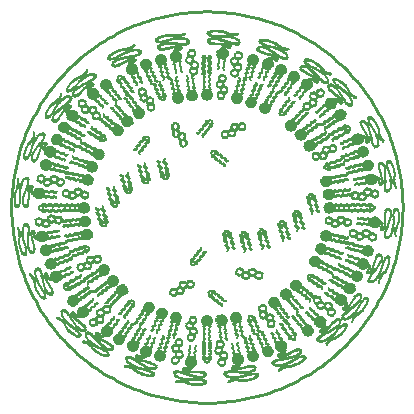
<source format=gto>
G04 EAGLE Gerber RS-274X export*
G75*
%MOMM*%
%FSLAX34Y34*%
%LPD*%
%INTop Silkscreen*%
%IPPOS*%
%AMOC8*
5,1,8,0,0,1.08239X$1,22.5*%
G01*
G04 Define Apertures*
%ADD10R,1.060800X0.022569*%
%ADD11R,1.241400X0.022569*%
%ADD12R,1.376800X0.022569*%
%ADD13R,1.489800X0.022569*%
%ADD14R,1.557500X0.022581*%
%ADD15R,1.670300X0.022569*%
%ADD16R,0.722300X0.022569*%
%ADD17R,0.474000X0.022569*%
%ADD18R,0.609500X0.022569*%
%ADD19R,0.361200X0.022569*%
%ADD20R,0.564300X0.022569*%
%ADD21R,0.338500X0.022569*%
%ADD22R,0.180600X0.022569*%
%ADD23R,0.316000X0.022569*%
%ADD24R,0.158000X0.022569*%
%ADD25R,0.338600X0.022575*%
%ADD26R,0.586900X0.022575*%
%ADD27R,0.293400X0.022575*%
%ADD28R,0.225700X0.022575*%
%ADD29R,1.151200X0.022569*%
%ADD30R,0.293400X0.022569*%
%ADD31R,0.270900X0.022569*%
%ADD32R,1.106000X0.022569*%
%ADD33R,1.060900X0.022569*%
%ADD34R,0.383700X0.022569*%
%ADD35R,1.015700X0.022569*%
%ADD36R,0.428900X0.022569*%
%ADD37R,0.496600X0.022569*%
%ADD38R,0.948000X0.022581*%
%ADD39R,0.338600X0.022581*%
%ADD40R,0.519100X0.022581*%
%ADD41R,0.790000X0.022581*%
%ADD42R,0.902900X0.022569*%
%ADD43R,1.715400X0.022569*%
%ADD44R,1.625100X0.022569*%
%ADD45R,1.783200X0.022569*%
%ADD46R,2.415200X0.022569*%
%ADD47R,1.850900X0.022569*%
%ADD48R,2.257200X0.022569*%
%ADD49R,1.873500X0.022569*%
%ADD50R,2.076600X0.022569*%
%ADD51R,2.008900X0.022575*%
%ADD52R,1.896000X0.022575*%
%ADD53R,1.963700X0.022569*%
%ADD54R,0.812600X0.022569*%
%ADD55R,0.699700X0.022569*%
%ADD56R,1.896000X0.022569*%
%ADD57R,0.632000X0.022569*%
%ADD58R,0.609400X0.022569*%
%ADD59R,0.744900X0.022569*%
%ADD60R,0.541800X0.022569*%
%ADD61R,0.541700X0.022569*%
%ADD62R,0.767400X0.022569*%
%ADD63R,0.361100X0.022569*%
%ADD64R,0.586900X0.022569*%
%ADD65R,0.654600X0.022575*%
%ADD66R,0.451400X0.022575*%
%ADD67R,0.744900X0.022575*%
%ADD68R,0.451500X0.022575*%
%ADD69R,0.993200X0.022569*%
%ADD70R,1.196400X0.022569*%
%ADD71R,0.451400X0.022569*%
%ADD72R,0.902800X0.022569*%
%ADD73R,1.309200X0.022569*%
%ADD74R,1.038300X0.022569*%
%ADD75R,1.467200X0.022569*%
%ADD76R,1.602600X0.022569*%
%ADD77R,0.383700X0.022581*%
%ADD78R,1.264000X0.022581*%
%ADD79R,1.692900X0.022581*%
%ADD80R,0.293400X0.022581*%
%ADD81R,1.331700X0.022569*%
%ADD82R,0.519100X0.022569*%
%ADD83R,0.948000X0.022569*%
%ADD84R,0.293500X0.022569*%
%ADD85R,0.790000X0.022569*%
%ADD86R,0.270800X0.022569*%
%ADD87R,0.744800X0.022569*%
%ADD88R,0.925500X0.022569*%
%ADD89R,1.015700X0.022575*%
%ADD90R,0.677100X0.022575*%
%ADD91R,0.248300X0.022575*%
%ADD92R,0.699700X0.022575*%
%ADD93R,0.316000X0.022575*%
%ADD94R,0.248300X0.022569*%
%ADD95R,0.654600X0.022569*%
%ADD96R,0.225800X0.022569*%
%ADD97R,0.248200X0.022569*%
%ADD98R,1.218800X0.022569*%
%ADD99R,0.586800X0.022569*%
%ADD100R,0.338600X0.022569*%
%ADD101R,1.128600X0.022569*%
%ADD102R,0.225700X0.022569*%
%ADD103R,0.519200X0.022569*%
%ADD104R,0.496500X0.022581*%
%ADD105R,0.270800X0.022581*%
%ADD106R,0.248300X0.022581*%
%ADD107R,0.609400X0.022581*%
%ADD108R,0.293500X0.022581*%
%ADD109R,0.857700X0.022581*%
%ADD110R,0.767500X0.022569*%
%ADD111R,0.677100X0.022569*%
%ADD112R,1.512300X0.022569*%
%ADD113R,1.196300X0.022569*%
%ADD114R,0.383800X0.022569*%
%ADD115R,0.406200X0.022569*%
%ADD116R,2.753700X0.022569*%
%ADD117R,0.316100X0.022581*%
%ADD118R,2.731200X0.022581*%
%ADD119R,2.392600X0.022581*%
%ADD120R,2.686100X0.022569*%
%ADD121R,2.437800X0.022569*%
%ADD122R,2.640900X0.022569*%
%ADD123R,2.482900X0.022569*%
%ADD124R,0.406300X0.022569*%
%ADD125R,2.460400X0.022569*%
%ADD126R,0.045100X0.022569*%
%ADD127R,0.564200X0.022569*%
%ADD128R,1.715500X0.022569*%
%ADD129R,0.135400X0.022569*%
%ADD130R,0.451500X0.022569*%
%ADD131R,1.264000X0.022569*%
%ADD132R,0.112900X0.022569*%
%ADD133R,1.331800X0.022569*%
%ADD134R,0.180500X0.022569*%
%ADD135R,0.316000X0.022581*%
%ADD136R,0.496600X0.022581*%
%ADD137R,0.270900X0.022581*%
%ADD138R,0.744800X0.022581*%
%ADD139R,0.902800X0.022581*%
%ADD140R,0.428900X0.022581*%
%ADD141R,0.225700X0.022581*%
%ADD142R,0.135500X0.022569*%
%ADD143R,0.316100X0.022569*%
%ADD144R,1.331800X0.022581*%
%ADD145R,1.444600X0.022569*%
%ADD146R,1.580100X0.022569*%
%ADD147R,0.835200X0.022569*%
%ADD148R,1.015800X0.022569*%
%ADD149R,0.857700X0.022569*%
%ADD150R,0.857800X0.022569*%
%ADD151R,1.218900X0.022569*%
%ADD152R,0.925400X0.022569*%
%ADD153R,1.331700X0.022575*%
%ADD154R,0.970600X0.022575*%
%ADD155R,0.880300X0.022575*%
%ADD156R,1.489700X0.022575*%
%ADD157R,0.270900X0.022575*%
%ADD158R,0.474000X0.022575*%
%ADD159R,1.354300X0.022569*%
%ADD160R,0.880300X0.022569*%
%ADD161R,1.151100X0.022569*%
%ADD162R,0.970600X0.022569*%
%ADD163R,1.128500X0.022581*%
%ADD164R,0.406300X0.022581*%
%ADD165R,0.654600X0.022581*%
%ADD166R,0.744900X0.022581*%
%ADD167R,0.925500X0.022581*%
%ADD168R,0.428800X0.022581*%
%ADD169R,1.060900X0.022581*%
%ADD170R,0.699800X0.022569*%
%ADD171R,1.738000X0.022569*%
%ADD172R,1.828400X0.022569*%
%ADD173R,1.941200X0.022569*%
%ADD174R,2.008900X0.022569*%
%ADD175R,0.361100X0.022575*%
%ADD176R,0.383700X0.022575*%
%ADD177R,0.361200X0.022575*%
%ADD178R,1.264000X0.022575*%
%ADD179R,0.564300X0.022575*%
%ADD180R,0.428800X0.022569*%
%ADD181R,0.474100X0.022569*%
%ADD182R,0.203100X0.022569*%
%ADD183R,0.519100X0.022575*%
%ADD184R,0.496600X0.022575*%
%ADD185R,0.203200X0.022575*%
%ADD186R,0.270800X0.022575*%
%ADD187R,0.383800X0.022575*%
%ADD188R,0.203200X0.022569*%
%ADD189R,0.835100X0.022569*%
%ADD190R,0.203100X0.022581*%
%ADD191R,1.015800X0.022581*%
%ADD192R,0.203200X0.022581*%
%ADD193R,0.902900X0.022581*%
%ADD194R,0.993200X0.022575*%
%ADD195R,0.180600X0.022575*%
%ADD196R,0.158000X0.022575*%
%ADD197R,0.519200X0.022575*%
%ADD198R,0.677200X0.022569*%
%ADD199R,1.038300X0.022581*%
%ADD200R,0.225800X0.022581*%
%ADD201R,0.835200X0.022581*%
%ADD202R,0.812600X0.022581*%
%ADD203R,0.699700X0.022581*%
%ADD204R,1.015700X0.022581*%
%ADD205R,0.993200X0.022581*%
%ADD206R,1.173800X0.022569*%
%ADD207R,1.038400X0.022569*%
%ADD208R,0.654500X0.022569*%
%ADD209R,1.106100X0.022569*%
%ADD210R,0.677200X0.022581*%
%ADD211R,0.564300X0.022581*%
%ADD212R,0.880300X0.022581*%
%ADD213R,0.857800X0.022581*%
%ADD214R,0.970600X0.022581*%
%ADD215R,0.925400X0.022581*%
%ADD216R,1.354300X0.022581*%
%ADD217R,1.760600X0.022569*%
%ADD218R,0.880400X0.022569*%
%ADD219R,0.067800X0.022569*%
%ADD220R,1.399400X0.022569*%
%ADD221R,1.286600X0.022569*%
%ADD222R,0.586900X0.022581*%
%ADD223R,0.835100X0.022581*%
%ADD224R,0.519200X0.022581*%
%ADD225R,0.767400X0.022581*%
%ADD226R,0.496500X0.022569*%
%ADD227R,0.180600X0.022581*%
%ADD228R,0.722300X0.022581*%
%ADD229R,0.993100X0.022581*%
%ADD230R,0.338500X0.022575*%
%ADD231R,0.993100X0.022575*%
%ADD232R,0.203100X0.022575*%
%ADD233R,1.015800X0.022575*%
%ADD234R,0.857800X0.022575*%
%ADD235R,0.925400X0.022575*%
%ADD236R,0.428800X0.022575*%
%ADD237R,0.993100X0.022569*%
%ADD238R,0.090300X0.022569*%
%ADD239R,0.428900X0.022575*%
%ADD240R,0.632000X0.022575*%
%ADD241R,0.225800X0.022575*%
%ADD242R,0.767400X0.022575*%
%ADD243R,0.722300X0.022575*%
%ADD244R,1.083400X0.022569*%
%ADD245R,1.196300X0.022575*%
%ADD246R,0.835100X0.022575*%
%ADD247R,0.902900X0.022575*%
%ADD248R,0.293500X0.022575*%
%ADD249R,0.180500X0.022575*%
%ADD250R,0.925500X0.022575*%
%ADD251R,1.286500X0.022569*%
%ADD252R,0.338500X0.022581*%
%ADD253R,0.632000X0.022581*%
%ADD254R,0.790000X0.022575*%
%ADD255R,0.112800X0.022575*%
%ADD256R,0.112900X0.022575*%
%ADD257R,0.790100X0.022569*%
%ADD258R,0.248200X0.022581*%
%ADD259R,0.948100X0.022581*%
%ADD260R,0.722200X0.022569*%
%ADD261R,0.948100X0.022569*%
%ADD262R,0.045200X0.022569*%
%ADD263R,0.361100X0.022581*%
%ADD264R,0.180500X0.022581*%
%ADD265R,0.158000X0.022581*%
%ADD266R,0.970500X0.022569*%
%ADD267R,0.383800X0.022581*%
%ADD268R,0.361200X0.022581*%
%ADD269R,0.541700X0.022581*%
%ADD270R,0.067700X0.022569*%
%ADD271R,0.609500X0.022581*%
%ADD272R,0.296466X0.022581*%
%ADD273R,0.371566X0.022569*%
%ADD274R,0.022600X0.022575*%
%ADD275R,0.248200X0.022575*%
%ADD276R,0.135400X0.022575*%
%ADD277R,0.677200X0.022575*%
%ADD278R,0.857700X0.022575*%
%ADD279R,0.067800X0.022581*%
%ADD280R,0.135500X0.022581*%
%ADD281R,1.060900X0.022575*%
%ADD282R,0.158100X0.022575*%
%ADD283R,0.812600X0.022575*%
%ADD284R,0.474100X0.022575*%
%ADD285R,1.376900X0.022569*%
%ADD286R,0.112800X0.022569*%
%ADD287R,0.406300X0.022575*%
%ADD288R,0.112800X0.022581*%
%ADD289R,0.135500X0.022575*%
%ADD290R,0.970500X0.022575*%
%ADD291R,0.609400X0.022575*%
%ADD292R,0.677100X0.022581*%
%ADD293R,1.083500X0.022569*%
%ADD294R,1.083500X0.022581*%
%ADD295R,1.083400X0.022581*%
%ADD296R,0.632100X0.022569*%
%ADD297R,0.135400X0.022581*%
%ADD298R,0.586800X0.022581*%
%ADD299R,0.654500X0.022581*%
%ADD300R,0.767500X0.022581*%
%ADD301R,0.767500X0.022575*%
%ADD302R,0.948000X0.022575*%
%ADD303R,0.158100X0.022569*%
%ADD304R,0.022600X0.022569*%
%ADD305R,1.128500X0.022569*%
%ADD306R,1.173700X0.022569*%
%ADD307R,0.948100X0.022575*%
%ADD308R,1.173800X0.022575*%
%ADD309R,0.496500X0.022575*%
%ADD310R,0.090300X0.022581*%
%ADD311R,1.422000X0.022569*%
%ADD312R,1.534900X0.022575*%
%ADD313R,0.586800X0.022575*%
%ADD314R,1.580000X0.022569*%
%ADD315R,1.196300X0.022581*%
%ADD316R,1.241500X0.022569*%
%ADD317R,0.474100X0.022581*%
%ADD318R,1.173800X0.022581*%
%ADD319R,0.812500X0.022569*%
%ADD320R,0.632100X0.022575*%
%ADD321R,0.067700X0.022575*%
%ADD322R,0.699800X0.022575*%
%ADD323R,0.654500X0.022575*%
%ADD324R,1.038400X0.022575*%
%ADD325R,1.489700X0.022581*%
%ADD326R,0.045100X0.022575*%
%ADD327R,0.090300X0.022575*%
%ADD328R,1.173700X0.022581*%
%ADD329R,1.218900X0.022581*%
%ADD330R,0.474000X0.022581*%
%ADD331R,1.309100X0.022569*%
%ADD332R,0.451500X0.022581*%
%ADD333R,1.106100X0.022581*%
%ADD334R,0.451400X0.022581*%
%ADD335R,0.541700X0.022575*%
%ADD336R,1.106000X0.022581*%
%ADD337R,1.106100X0.022575*%
%ADD338R,0.790100X0.022575*%
%ADD339R,0.541534X0.022569*%
%ADD340R,0.614134X0.022569*%
%ADD341R,0.636634X0.022569*%
%ADD342R,0.686634X0.022569*%
%ADD343R,0.759234X0.022581*%
%ADD344R,0.350000X0.022569*%
%ADD345R,1.173700X0.022575*%
%ADD346R,1.241400X0.022575*%
%ADD347R,0.067700X0.022581*%
%ADD348R,0.541800X0.022581*%
%ADD349R,1.151100X0.022581*%
%ADD350R,0.090200X0.022569*%
%ADD351R,1.241400X0.022581*%
%ADD352R,1.309200X0.022575*%
%ADD353R,1.264100X0.022575*%
%ADD354R,1.512400X0.022569*%
%ADD355R,0.699800X0.022581*%
%ADD356R,0.045200X0.022581*%
%ADD357R,1.128600X0.022581*%
%ADD358R,1.264100X0.022569*%
%ADD359R,1.309200X0.022581*%
%ADD360R,1.376900X0.022581*%
%ADD361R,1.422100X0.022569*%
%ADD362R,0.835200X0.022575*%
%ADD363R,1.151200X0.022575*%
%ADD364R,0.790100X0.022581*%
%ADD365R,1.060800X0.022581*%
%ADD366R,0.022500X0.022569*%
%ADD367R,1.647700X0.022569*%
%ADD368R,1.692900X0.022569*%
%ADD369R,1.647700X0.022575*%
%ADD370R,0.609500X0.022575*%
%ADD371R,1.692800X0.022569*%
%ADD372R,1.625200X0.022569*%
%ADD373R,0.970500X0.022581*%
%ADD374R,1.602600X0.022581*%
%ADD375R,0.045100X0.022581*%
%ADD376R,1.557500X0.022569*%
%ADD377R,0.163866X0.022569*%
%ADD378R,0.186466X0.022569*%
%ADD379R,0.209066X0.022569*%
%ADD380R,1.021566X0.022575*%
%ADD381R,1.151100X0.022575*%
%ADD382R,0.999066X0.022569*%
%ADD383R,0.953866X0.022569*%
%ADD384R,0.900000X0.022569*%
%ADD385R,1.218900X0.022575*%
%ADD386R,1.444600X0.022575*%
%ADD387R,1.489700X0.022569*%
%ADD388R,0.045200X0.022575*%
%ADD389R,1.128600X0.022575*%
%ADD390R,0.112900X0.022581*%
%ADD391R,1.512300X0.022581*%
%ADD392R,1.534900X0.022569*%
%ADD393R,1.918600X0.022569*%
%ADD394R,1.963800X0.022569*%
%ADD395R,2.008900X0.022581*%
%ADD396R,1.286600X0.022575*%
%ADD397R,0.812500X0.022575*%
%ADD398R,1.670400X0.022569*%
%ADD399R,1.264100X0.022581*%
%ADD400R,1.354300X0.022575*%
%ADD401R,2.166900X0.022569*%
%ADD402R,2.189500X0.022569*%
%ADD403R,2.189400X0.022569*%
%ADD404R,1.986300X0.022569*%
%ADD405R,2.031500X0.022569*%
%ADD406R,1.738000X0.022581*%
%ADD407R,2.279800X0.022581*%
%ADD408R,1.354400X0.022569*%
%ADD409R,2.279800X0.022569*%
%ADD410R,2.528000X0.022569*%
%ADD411R,2.121700X0.022581*%
%ADD412R,1.422000X0.022581*%
%ADD413R,1.647800X0.022569*%
%ADD414R,1.873400X0.022569*%
%ADD415R,1.083400X0.022575*%
%ADD416R,1.941100X0.022569*%
%ADD417R,4.062900X0.022581*%
%ADD418R,4.040300X0.022581*%
%ADD419R,4.085500X0.022569*%
%ADD420R,4.153200X0.022569*%
%ADD421R,4.198300X0.022569*%
%ADD422R,4.243500X0.022569*%
%ADD423R,4.266100X0.022569*%
%ADD424R,2.324900X0.022569*%
%ADD425R,4.311300X0.022569*%
%ADD426R,1.444600X0.022581*%
%ADD427R,2.324900X0.022581*%
%ADD428R,4.288600X0.022569*%
%ADD429R,2.370100X0.022569*%
%ADD430R,4.266000X0.022569*%
%ADD431R,4.220900X0.022569*%
%ADD432R,4.108100X0.022569*%
%ADD433R,4.130700X0.022581*%
%ADD434R,4.085500X0.022581*%
%ADD435R,4.062900X0.022569*%
%ADD436R,4.017800X0.022569*%
%ADD437R,4.040300X0.022569*%
%ADD438R,1.850800X0.022569*%
%ADD439R,1.873500X0.022581*%
%ADD440R,2.121800X0.022569*%
%ADD441R,2.279700X0.022581*%
%ADD442R,1.331700X0.022581*%
%ADD443R,2.302300X0.022569*%
%ADD444R,2.189500X0.022581*%
%ADD445R,0.632100X0.022581*%
%ADD446R,0.744800X0.022575*%
%ADD447R,1.738100X0.022575*%
%ADD448R,2.054000X0.022581*%
%ADD449R,1.670300X0.022575*%
%ADD450R,1.467200X0.022581*%
%ADD451R,1.534800X0.022569*%
%ADD452R,1.106000X0.022575*%
%ADD453R,1.489800X0.022575*%
%ADD454R,1.467100X0.022569*%
%ADD455R,0.842434X0.022569*%
%ADD456R,1.083500X0.022575*%
%ADD457R,0.887634X0.022575*%
%ADD458R,0.982734X0.022569*%
%ADD459R,0.265334X0.022569*%
%ADD460R,0.220134X0.022569*%
%ADD461R,0.197634X0.022569*%
%ADD462R,1.286600X0.022581*%
%ADD463R,1.557400X0.022569*%
%ADD464R,1.218800X0.022581*%
%ADD465R,1.241500X0.022575*%
%ADD466R,1.670300X0.022581*%
%ADD467R,1.580000X0.022581*%
%ADD468R,1.399500X0.022569*%
%ADD469R,1.218800X0.022575*%
%ADD470R,0.443266X0.022569*%
%ADD471R,0.515866X0.022569*%
%ADD472R,1.512300X0.022575*%
%ADD473R,0.588466X0.022575*%
%ADD474R,0.638466X0.022569*%
%ADD475R,0.660966X0.022569*%
%ADD476R,0.683566X0.022569*%
%ADD477R,0.232166X0.022569*%
%ADD478R,1.331800X0.022575*%
%ADD479R,0.233766X0.022569*%
%ADD480R,0.775466X0.022569*%
%ADD481R,0.702966X0.022569*%
%ADD482R,0.680366X0.022569*%
%ADD483R,0.630366X0.022569*%
%ADD484R,0.557766X0.022575*%
%ADD485R,0.541800X0.022575*%
%ADD486R,1.376800X0.022575*%
%ADD487R,1.602600X0.022575*%
%ADD488R,0.067800X0.022575*%
%ADD489R,1.399500X0.022575*%
%ADD490R,1.399500X0.022581*%
%ADD491R,0.902800X0.022575*%
%ADD492R,1.647700X0.022581*%
%ADD493R,1.850900X0.022581*%
%ADD494R,1.738100X0.022569*%
%ADD495R,1.534800X0.022581*%
%ADD496R,1.783100X0.022569*%
%ADD497R,2.460300X0.022581*%
%ADD498R,2.640900X0.022581*%
%ADD499R,2.686000X0.022569*%
%ADD500R,2.392600X0.022569*%
%ADD501R,2.731200X0.022569*%
%ADD502R,2.370000X0.022569*%
%ADD503R,2.753800X0.022569*%
%ADD504R,1.918600X0.022575*%
%ADD505R,2.031400X0.022569*%
%ADD506R,2.099200X0.022569*%
%ADD507R,2.279700X0.022569*%
%ADD508R,1.828300X0.022569*%
%ADD509R,1.783200X0.022581*%
%ADD510C,0.150000*%
%ADD511R,0.022581X0.293500*%
%ADD512R,0.022569X0.428900*%
%ADD513R,0.022569X0.474000*%
%ADD514R,0.022569X0.519100*%
%ADD515R,0.022569X0.564300*%
%ADD516R,0.022581X0.586900*%
%ADD517R,0.022581X0.316000*%
%ADD518R,0.022569X1.060900*%
%ADD519R,0.022569X1.106100*%
%ADD520R,0.022569X0.248300*%
%ADD521R,0.022569X0.699800*%
%ADD522R,0.022569X0.203100*%
%ADD523R,0.022569X0.699700*%
%ADD524R,0.022581X0.225700*%
%ADD525R,0.022581X0.699800*%
%ADD526R,0.022569X0.203200*%
%ADD527R,0.022569X0.361200*%
%ADD528R,0.022569X0.270800*%
%ADD529R,0.022569X0.270900*%
%ADD530R,0.022569X0.225700*%
%ADD531R,0.022581X0.203200*%
%ADD532R,0.022581X0.225800*%
%ADD533R,0.022569X0.225800*%
%ADD534R,0.022575X0.248300*%
%ADD535R,0.022575X0.316000*%
%ADD536R,0.022575X0.203200*%
%ADD537R,0.022569X0.293400*%
%ADD538R,0.022581X0.744900*%
%ADD539R,0.022581X0.428800*%
%ADD540R,0.022569X1.218900*%
%ADD541R,0.022569X0.293500*%
%ADD542R,0.022569X0.790000*%
%ADD543R,0.022569X0.767400*%
%ADD544R,0.022569X0.767500*%
%ADD545R,0.022569X0.451400*%
%ADD546R,0.022569X1.309200*%
%ADD547R,0.022575X1.309200*%
%ADD548R,0.022569X1.286600*%
%ADD549R,0.022569X0.383700*%
%ADD550R,0.022575X0.203100*%
%ADD551R,0.022569X0.180600*%
%ADD552R,0.022581X0.180600*%
%ADD553R,0.022569X0.248200*%
%ADD554R,0.022575X0.767500*%
%ADD555R,0.022575X0.225700*%
%ADD556R,0.022569X1.173700*%
%ADD557R,0.022569X1.128600*%
%ADD558R,0.022581X0.383700*%
%ADD559R,0.022581X0.519200*%
%ADD560R,0.022569X0.338600*%
%ADD561R,0.022581X0.090300*%
%ADD562R,0.022569X0.135400*%
%ADD563R,0.022569X0.158000*%
%ADD564R,0.022569X0.316000*%
%ADD565R,0.022581X0.338600*%
%ADD566R,0.022569X0.383800*%
%ADD567R,0.022569X0.406300*%
%ADD568R,0.022569X0.361100*%
%ADD569R,0.022581X0.248300*%
%ADD570R,0.022581X0.361100*%
%ADD571R,0.022575X0.361100*%
%ADD572R,0.022575X0.338600*%
%ADD573R,0.022575X0.383800*%
%ADD574R,0.022575X0.383700*%
%ADD575R,0.022569X0.338500*%
%ADD576R,0.022569X0.428800*%
%ADD577R,0.022569X0.677200*%
%ADD578R,0.022581X0.699700*%
%ADD579R,0.022575X0.180600*%
%ADD580R,0.022569X0.609500*%
%ADD581R,0.022569X0.541700*%
%ADD582R,0.022569X0.045100*%
%ADD583C,0.254000*%
D10*
X-10159Y-151232D03*
D11*
X-10159Y-151007D03*
D12*
X-10159Y-150781D03*
D13*
X-10272Y-150555D03*
D14*
X-10384Y-150330D03*
D15*
X-10497Y-150104D03*
D16*
X-15689Y-149878D03*
D17*
X-4290Y-149878D03*
D18*
X-16930Y-149652D03*
D19*
X-3726Y-149652D03*
D20*
X-17607Y-149427D03*
D21*
X-3387Y-149427D03*
D22*
X-27201Y-149201D03*
D20*
X-18510Y-149201D03*
D23*
X-3275Y-149201D03*
D24*
X17153Y-149201D03*
D25*
X-26862Y-148975D03*
D26*
X-19300Y-148975D03*
D27*
X-3162Y-148975D03*
D28*
X17266Y-148975D03*
D29*
X-22799Y-148750D03*
D30*
X-2936Y-148750D03*
D31*
X17492Y-148750D03*
D32*
X-23025Y-148524D03*
D30*
X-3162Y-148524D03*
D23*
X17717Y-148524D03*
D33*
X-23250Y-148298D03*
D30*
X-3162Y-148298D03*
D34*
X18056Y-148298D03*
D35*
X-23476Y-148072D03*
D23*
X-3275Y-148072D03*
D36*
X18508Y-148072D03*
D37*
X29229Y-148072D03*
D38*
X-23589Y-147847D03*
D39*
X-3613Y-147847D03*
D40*
X18959Y-147847D03*
D41*
X29116Y-147847D03*
D42*
X-23363Y-147621D03*
D36*
X-4064Y-147621D03*
D43*
X25166Y-147621D03*
D44*
X-19300Y-147395D03*
D16*
X-5757Y-147395D03*
D45*
X25956Y-147395D03*
D46*
X-14673Y-147170D03*
D47*
X26521Y-147170D03*
D48*
X-14109Y-146944D03*
D49*
X27085Y-146944D03*
D50*
X-13658Y-146718D03*
D49*
X27762Y-146718D03*
D51*
X-13996Y-146492D03*
D52*
X28326Y-146492D03*
D53*
X-14447Y-146267D03*
D54*
X23360Y-146267D03*
D55*
X34985Y-146267D03*
D56*
X-15238Y-146041D03*
D57*
X22909Y-146041D03*
D58*
X36113Y-146041D03*
D32*
X-19865Y-145815D03*
D59*
X-10384Y-145815D03*
D60*
X22683Y-145815D03*
D61*
X36904Y-145815D03*
D62*
X-22009Y-145590D03*
D63*
X-8917Y-145590D03*
D64*
X22232Y-145590D03*
D17*
X37693Y-145590D03*
D65*
X-23025Y-145364D03*
D66*
X-7789Y-145364D03*
D67*
X21668Y-145364D03*
D68*
X38258Y-145364D03*
D64*
X-24040Y-145138D03*
D57*
X-7563Y-145138D03*
D69*
X21780Y-145138D03*
D34*
X38822Y-145138D03*
D37*
X-24718Y-144912D03*
D62*
X-7563Y-144912D03*
D70*
X21893Y-144912D03*
D34*
X39274Y-144912D03*
D71*
X-25395Y-144687D03*
D72*
X-7789Y-144687D03*
D73*
X22006Y-144687D03*
D19*
X39612Y-144687D03*
D36*
X-25959Y-144461D03*
D74*
X-8240Y-144461D03*
D75*
X22119Y-144461D03*
D21*
X39951Y-144461D03*
D63*
X-26523Y-144235D03*
D29*
X-8353Y-144235D03*
D76*
X22344Y-144235D03*
D23*
X40289Y-144235D03*
D77*
X-49208Y-144009D03*
D39*
X-26862Y-144009D03*
D78*
X-8692Y-144009D03*
D79*
X22571Y-144009D03*
D80*
X40402Y-144009D03*
D61*
X-49546Y-143784D03*
D23*
X-27201Y-143784D03*
D81*
X-9030Y-143784D03*
D82*
X16476Y-143784D03*
D83*
X26972Y-143784D03*
D84*
X40628Y-143784D03*
D55*
X-49885Y-143558D03*
D30*
X-27539Y-143558D03*
D85*
X-12642Y-143558D03*
D19*
X-3952Y-143558D03*
D34*
X15573Y-143558D03*
D85*
X28439Y-143558D03*
D31*
X40741Y-143558D03*
D54*
X-50224Y-143332D03*
D86*
X-27878Y-143332D03*
D16*
X-13657Y-143332D03*
D23*
X-3500Y-143332D03*
D21*
X15122Y-143332D03*
D87*
X29793Y-143332D03*
D30*
X40853Y-143332D03*
D88*
X-50562Y-143107D03*
D31*
X-28103Y-143107D03*
D55*
X-14447Y-143107D03*
D31*
X-3274Y-143107D03*
D30*
X14670Y-143107D03*
D55*
X30922Y-143107D03*
D30*
X40853Y-143107D03*
D89*
X-50788Y-142881D03*
D28*
X-28329Y-142881D03*
D90*
X-15237Y-142881D03*
D91*
X-3161Y-142881D03*
D27*
X14444Y-142881D03*
D92*
X31825Y-142881D03*
D93*
X40740Y-142881D03*
D32*
X-51240Y-142655D03*
D94*
X-28442Y-142655D03*
D95*
X-16028Y-142655D03*
D86*
X-3049Y-142655D03*
D94*
X14219Y-142655D03*
D16*
X33067Y-142655D03*
D21*
X40628Y-142655D03*
D55*
X-53948Y-142429D03*
D34*
X-47628Y-142429D03*
D96*
X-28555Y-142429D03*
D95*
X-16705Y-142429D03*
D97*
X-2936Y-142429D03*
D94*
X13993Y-142429D03*
D98*
X36226Y-142429D03*
D99*
X-54964Y-142204D03*
D100*
X-47177Y-142204D03*
D94*
X-28667Y-142204D03*
D57*
X-17495Y-142204D03*
D97*
X-2936Y-142204D03*
D94*
X13993Y-142204D03*
D101*
X36452Y-142204D03*
D20*
X-55754Y-141978D03*
D30*
X-46951Y-141978D03*
D102*
X-28780Y-141978D03*
D58*
X-18285Y-141978D03*
D86*
X-3049Y-141978D03*
X13880Y-141978D03*
D33*
X36791Y-141978D03*
D103*
X-56431Y-141752D03*
D86*
X-47064Y-141752D03*
D102*
X-28780Y-141752D03*
D58*
X-18962Y-141752D03*
D30*
X-3162Y-141752D03*
D86*
X13880Y-141752D03*
D83*
X37129Y-141752D03*
D104*
X-56995Y-141527D03*
D105*
X-47064Y-141527D03*
D106*
X-28667Y-141527D03*
D107*
X-19639Y-141527D03*
D108*
X-3387Y-141527D03*
D105*
X13880Y-141527D03*
D109*
X37355Y-141527D03*
D17*
X-57560Y-141301D03*
D86*
X-47064Y-141301D03*
X-28555Y-141301D03*
D57*
X-20429Y-141301D03*
D19*
X-3726Y-141301D03*
D30*
X13993Y-141301D03*
D110*
X37355Y-141301D03*
D71*
X-58124Y-141075D03*
D31*
X-47289Y-141075D03*
D30*
X-28442Y-141075D03*
D111*
X-21106Y-141075D03*
D103*
X-4516Y-141075D03*
D21*
X14219Y-141075D03*
D112*
X32954Y-141075D03*
D36*
X-58462Y-140849D03*
D31*
X-47515Y-140849D03*
D113*
X-23927Y-140849D03*
D54*
X-6209Y-140849D03*
D114*
X14670Y-140849D03*
D81*
X29568Y-140849D03*
D115*
X-59027Y-140624D03*
D23*
X-47741Y-140624D03*
D116*
X-16140Y-140624D03*
D60*
X15460Y-140624D03*
D76*
X28439Y-140624D03*
D77*
X-59365Y-140398D03*
D117*
X-48192Y-140398D03*
D118*
X-16253Y-140398D03*
D119*
X24940Y-140398D03*
D19*
X-59704Y-140172D03*
D100*
X-48531Y-140172D03*
D120*
X-16253Y-140172D03*
D121*
X25166Y-140172D03*
D63*
X-60155Y-139947D03*
D34*
X-48982Y-139947D03*
D122*
X-16479Y-139947D03*
D123*
X25618Y-139947D03*
D100*
X-60494Y-139721D03*
D124*
X-49546Y-139721D03*
D55*
X-25959Y-139721D03*
D45*
X-12642Y-139721D03*
D125*
X25956Y-139721D03*
D126*
X59701Y-139721D03*
D23*
X-60833Y-139495D03*
D71*
X-49998Y-139495D03*
D127*
X-26185Y-139495D03*
D128*
X-12980Y-139495D03*
D123*
X26295Y-139495D03*
D129*
X59701Y-139495D03*
D100*
X-61171Y-139269D03*
D17*
X-50563Y-139269D03*
D130*
X-26523Y-139269D03*
D131*
X-15463Y-139269D03*
D132*
X-7224Y-139269D03*
D133*
X21216Y-139269D03*
D60*
X36226Y-139269D03*
D134*
X59927Y-139269D03*
D135*
X-61510Y-139044D03*
D136*
X-51127Y-139044D03*
D137*
X-26749Y-139044D03*
D138*
X-18285Y-139044D03*
D139*
X20200Y-139044D03*
D140*
X37242Y-139044D03*
D141*
X59927Y-139044D03*
D23*
X-61736Y-138818D03*
D20*
X-51916Y-138818D03*
D99*
X-19075Y-138818D03*
D71*
X22006Y-138818D03*
D19*
X37806Y-138818D03*
D94*
X60040Y-138818D03*
D100*
X-62074Y-138592D03*
D18*
X-52368Y-138592D03*
D100*
X-20542Y-138592D03*
D22*
X-17269Y-138592D03*
D71*
X22457Y-138592D03*
D100*
X38145Y-138592D03*
D31*
X60153Y-138592D03*
D23*
X-62413Y-138367D03*
D111*
X-52932Y-138367D03*
D142*
X-47289Y-138367D03*
D31*
X-20880Y-138367D03*
D23*
X-17043Y-138367D03*
D103*
X22796Y-138367D03*
D84*
X38371Y-138367D03*
D23*
X60378Y-138367D03*
D143*
X-62638Y-138141D03*
D113*
X-51465Y-138141D03*
D110*
X-18623Y-138141D03*
D95*
X23247Y-138141D03*
D86*
X38709Y-138141D03*
D23*
X60604Y-138141D03*
D39*
X-62977Y-137915D03*
D144*
X-51691Y-137915D03*
D41*
X-18511Y-137915D03*
X23473Y-137915D03*
D106*
X38822Y-137915D03*
D135*
X60829Y-137915D03*
D63*
X-63315Y-137689D03*
D145*
X-52030Y-137689D03*
D54*
X-18398Y-137689D03*
D42*
X23812Y-137689D03*
D102*
X38935Y-137689D03*
D100*
X61168Y-137689D03*
D34*
X-63654Y-137464D03*
D146*
X-52255Y-137464D03*
D147*
X-18285Y-137464D03*
D148*
X24376Y-137464D03*
D94*
X39048Y-137464D03*
D100*
X61394Y-137464D03*
D124*
X-63992Y-137238D03*
D16*
X-57221Y-137238D03*
D54*
X-48418Y-137238D03*
D147*
X-18285Y-137238D03*
D101*
X24714Y-137238D03*
D102*
X39161Y-137238D03*
D19*
X61732Y-137238D03*
D37*
X-64444Y-137012D03*
D55*
X-58011Y-137012D03*
D149*
X-48418Y-137012D03*
D150*
X-18172Y-137012D03*
D131*
X25166Y-137012D03*
D102*
X39161Y-137012D03*
D34*
X62071Y-137012D03*
D151*
X-61735Y-136787D03*
D152*
X-48531Y-136787D03*
D149*
X-17946Y-136787D03*
D100*
X20539Y-136787D03*
D88*
X27762Y-136787D03*
D94*
X39048Y-136787D03*
D36*
X62523Y-136787D03*
D153*
X-63202Y-136561D03*
D154*
X-48757Y-136561D03*
D155*
X-17833Y-136561D03*
D156*
X26295Y-136561D03*
D157*
X38935Y-136561D03*
D158*
X62974Y-136561D03*
D159*
X-64218Y-136335D03*
D71*
X-51804Y-136335D03*
D23*
X-45258Y-136335D03*
D34*
X-20090Y-136335D03*
D124*
X-15237Y-136335D03*
D57*
X22006Y-136335D03*
D160*
X30922Y-136335D03*
D100*
X38596Y-136335D03*
D61*
X63764Y-136335D03*
D73*
X-64670Y-136109D03*
D36*
X-52142Y-136109D03*
D31*
X-45032Y-136109D03*
D102*
X-20429Y-136109D03*
D71*
X-15012Y-136109D03*
D111*
X22232Y-136109D03*
D131*
X33969Y-136109D03*
D55*
X64780Y-136109D03*
D131*
X-65121Y-135884D03*
D124*
X-52706Y-135884D03*
D94*
X-44919Y-135884D03*
D103*
X-14899Y-135884D03*
D55*
X22345Y-135884D03*
D161*
X34308Y-135884D03*
D72*
X66021Y-135884D03*
D113*
X-65459Y-135658D03*
D124*
X-53158Y-135658D03*
D94*
X-44919Y-135658D03*
D58*
X-14899Y-135658D03*
D16*
X22683Y-135658D03*
D74*
X34872Y-135658D03*
D162*
X66585Y-135658D03*
D163*
X-65798Y-135432D03*
D164*
X-53609Y-135432D03*
D106*
X-44919Y-135432D03*
D165*
X-14899Y-135432D03*
D166*
X22796Y-135432D03*
D167*
X35211Y-135432D03*
D168*
X58685Y-135432D03*
D169*
X67037Y-135432D03*
D33*
X-65911Y-135206D03*
D124*
X-54061Y-135206D03*
D94*
X-44919Y-135206D03*
D170*
X-14899Y-135206D03*
D21*
X11059Y-135206D03*
D16*
X22909Y-135206D03*
D85*
X35662Y-135206D03*
D171*
X64328Y-135206D03*
D69*
X-66250Y-134981D03*
D34*
X-54399Y-134981D03*
D31*
X-45032Y-134981D03*
D87*
X-14899Y-134981D03*
D36*
X11059Y-134981D03*
D16*
X23135Y-134981D03*
D111*
X36001Y-134981D03*
D172*
X64328Y-134981D03*
D23*
X-69184Y-134755D03*
D17*
X-64106Y-134755D03*
D34*
X-54851Y-134755D03*
D86*
X-45258Y-134755D03*
D85*
X-14899Y-134755D03*
D37*
X11171Y-134755D03*
D57*
X23586Y-134755D03*
D103*
X36339Y-134755D03*
D173*
X64441Y-134755D03*
D36*
X-64331Y-134529D03*
D34*
X-55302Y-134529D03*
D23*
X-45484Y-134529D03*
D147*
X-14899Y-134529D03*
D61*
X11172Y-134529D03*
D19*
X25166Y-134529D03*
D34*
X36565Y-134529D03*
D174*
X64554Y-134529D03*
D34*
X-64782Y-134304D03*
D19*
X-55641Y-134304D03*
D21*
X-45822Y-134304D03*
D160*
X-14899Y-134304D03*
D61*
X11172Y-134304D03*
D23*
X25392Y-134304D03*
D126*
X36904Y-134304D03*
D50*
X64667Y-134304D03*
D175*
X-65121Y-134078D03*
D176*
X-55979Y-134078D03*
D177*
X-46161Y-134078D03*
D155*
X-14899Y-134078D03*
D26*
X11172Y-134078D03*
D25*
X25279Y-134078D03*
D178*
X60378Y-134078D03*
D179*
X72680Y-134078D03*
D100*
X-65460Y-133852D03*
D34*
X-56431Y-133852D03*
X-46499Y-133852D03*
D152*
X-14899Y-133852D03*
D57*
X11171Y-133852D03*
D180*
X25053Y-133852D03*
D124*
X55864Y-133852D03*
D110*
X63087Y-133852D03*
D82*
X73357Y-133852D03*
D21*
X-65911Y-133626D03*
D19*
X-56770Y-133626D03*
D180*
X-46951Y-133626D03*
D129*
X-27878Y-133626D03*
D83*
X-14786Y-133626D03*
D30*
X9253Y-133626D03*
D86*
X12977Y-133626D03*
D17*
X24827Y-133626D03*
D23*
X55186Y-133626D03*
D95*
X64102Y-133626D03*
D17*
X74034Y-133626D03*
D100*
X-66137Y-133401D03*
D34*
X-57108Y-133401D03*
D181*
X-47402Y-133401D03*
D21*
X-28216Y-133401D03*
D162*
X-14899Y-133401D03*
D102*
X8915Y-133401D03*
X13429Y-133401D03*
D61*
X24715Y-133401D03*
D31*
X54961Y-133401D03*
D64*
X64893Y-133401D03*
D71*
X74598Y-133401D03*
D23*
X-66476Y-133175D03*
D19*
X-57447Y-133175D03*
D37*
X-47741Y-133175D03*
D36*
X-28442Y-133175D03*
D162*
X-14899Y-133175D03*
D102*
X8689Y-133175D03*
D182*
X13542Y-133175D03*
D18*
X24602Y-133175D03*
D86*
X54735Y-133175D03*
D20*
X65457Y-133175D03*
D36*
X75163Y-133175D03*
D27*
X-66814Y-132949D03*
D176*
X-57785Y-132949D03*
D183*
X-48305Y-132949D03*
D184*
X-28555Y-132949D03*
D154*
X-14899Y-132949D03*
D28*
X8463Y-132949D03*
D185*
X13767Y-132949D03*
D65*
X24602Y-132949D03*
D186*
X54735Y-132949D03*
D183*
X66134Y-132949D03*
D187*
X75614Y-132949D03*
D30*
X-67040Y-132724D03*
D19*
X-58124Y-132724D03*
D20*
X-48982Y-132724D03*
X-28442Y-132724D03*
D148*
X-14899Y-132724D03*
D132*
X-1581Y-132724D03*
D188*
X8350Y-132724D03*
X13767Y-132724D03*
D55*
X24602Y-132724D03*
D86*
X54735Y-132724D03*
D37*
X66698Y-132724D03*
D34*
X76066Y-132724D03*
D84*
X-67491Y-132498D03*
D63*
X-58575Y-132498D03*
D20*
X-49659Y-132498D03*
D64*
X-28329Y-132498D03*
D148*
X-14899Y-132498D03*
D94*
X-1581Y-132498D03*
D188*
X8124Y-132498D03*
X13993Y-132498D03*
D62*
X24489Y-132498D03*
D86*
X54735Y-132498D03*
D17*
X67262Y-132498D03*
D63*
X76630Y-132498D03*
D30*
X-67717Y-132272D03*
D63*
X-58801Y-132272D03*
D99*
X-50224Y-132272D03*
D58*
X-28442Y-132272D03*
D148*
X-14899Y-132272D03*
D100*
X-1356Y-132272D03*
D188*
X8124Y-132272D03*
X13993Y-132272D03*
D54*
X24489Y-132272D03*
D86*
X54735Y-132272D03*
D130*
X67827Y-132272D03*
D100*
X76968Y-132272D03*
D31*
X-68055Y-132046D03*
D63*
X-59252Y-132046D03*
D99*
X-50901Y-132046D03*
D57*
X-28329Y-132046D03*
D148*
X-14899Y-132046D03*
D114*
X-1356Y-132046D03*
D188*
X8124Y-132046D03*
X13993Y-132046D03*
D189*
X24602Y-132046D03*
D30*
X54848Y-132046D03*
D36*
X68166Y-132046D03*
D100*
X77420Y-132046D03*
D94*
X-68168Y-131821D03*
D63*
X-59478Y-131821D03*
D99*
X-51804Y-131821D03*
D94*
X-30473Y-131821D03*
D97*
X-26185Y-131821D03*
D148*
X-14899Y-131821D03*
D180*
X-1356Y-131821D03*
D188*
X8124Y-131821D03*
D22*
X14106Y-131821D03*
D160*
X24602Y-131821D03*
D23*
X54961Y-131821D03*
D36*
X68617Y-131821D03*
D23*
X77758Y-131821D03*
D106*
X-68394Y-131595D03*
D39*
X-59817Y-131595D03*
D107*
X-52594Y-131595D03*
D190*
X-30699Y-131595D03*
D106*
X-25959Y-131595D03*
D191*
X-14899Y-131595D03*
D168*
X-1356Y-131595D03*
D192*
X8124Y-131595D03*
X13993Y-131595D03*
D193*
X24489Y-131595D03*
D39*
X55299Y-131595D03*
D164*
X69181Y-131595D03*
D135*
X78210Y-131595D03*
D97*
X-68620Y-131369D03*
D63*
X-60155Y-131369D03*
D58*
X-53271Y-131369D03*
D22*
X-30812Y-131369D03*
D102*
X-25620Y-131369D03*
D148*
X-14899Y-131369D03*
D17*
X-1356Y-131369D03*
D22*
X8237Y-131369D03*
D188*
X13993Y-131369D03*
D88*
X24602Y-131369D03*
D114*
X55525Y-131369D03*
D34*
X69520Y-131369D03*
D23*
X78435Y-131369D03*
D94*
X-68845Y-131144D03*
D63*
X-60381Y-131144D03*
D57*
X-54061Y-131144D03*
D188*
X-30925Y-131144D03*
D102*
X-25620Y-131144D03*
D148*
X-14899Y-131144D03*
D17*
X-1356Y-131144D03*
D188*
X8350Y-131144D03*
X13993Y-131144D03*
D88*
X24602Y-131144D03*
D36*
X55977Y-131144D03*
D114*
X69971Y-131144D03*
D30*
X78774Y-131144D03*
D102*
X-68958Y-130918D03*
D34*
X-60719Y-130918D03*
D57*
X-54738Y-130918D03*
D132*
X-41082Y-130918D03*
D22*
X-31038Y-130918D03*
D188*
X-25508Y-130918D03*
D148*
X-14899Y-130918D03*
D129*
X-3049Y-130918D03*
D22*
X111Y-130918D03*
D188*
X8350Y-130918D03*
D96*
X13880Y-130918D03*
D162*
X24602Y-130918D03*
D30*
X37242Y-130918D03*
D71*
X56315Y-130918D03*
D34*
X70423Y-130918D03*
D84*
X79226Y-130918D03*
D102*
X-69184Y-130692D03*
D74*
X-57672Y-130692D03*
D34*
X-41082Y-130692D03*
D188*
X-31151Y-130692D03*
X-25282Y-130692D03*
D69*
X-14786Y-130692D03*
D142*
X-3274Y-130692D03*
D24*
X224Y-130692D03*
D182*
X8576Y-130692D03*
D102*
X13655Y-130692D03*
D162*
X24602Y-130692D03*
D36*
X37242Y-130692D03*
D37*
X56992Y-130692D03*
D34*
X70874Y-130692D03*
D30*
X79451Y-130692D03*
D185*
X-69297Y-130466D03*
D194*
X-58350Y-130466D03*
D158*
X-41082Y-130466D03*
D195*
X-31264Y-130466D03*
D185*
X-25282Y-130466D03*
D154*
X-14899Y-130466D03*
D196*
X-3387Y-130466D03*
X450Y-130466D03*
D28*
X8689Y-130466D03*
X13429Y-130466D03*
D194*
X24489Y-130466D03*
D197*
X37242Y-130466D03*
D179*
X57557Y-130466D03*
D175*
X71213Y-130466D03*
D157*
X79790Y-130466D03*
D96*
X-69410Y-130241D03*
D83*
X-58801Y-130241D03*
D20*
X-41082Y-130241D03*
D22*
X-31264Y-130241D03*
X-25395Y-130241D03*
D162*
X-14899Y-130241D03*
D22*
X-3500Y-130241D03*
D134*
X563Y-130241D03*
D102*
X8915Y-130241D03*
D86*
X13203Y-130241D03*
D35*
X24602Y-130241D03*
D64*
X37355Y-130241D03*
D95*
X58459Y-130241D03*
D19*
X71664Y-130241D03*
D31*
X80016Y-130241D03*
D188*
X-69523Y-130015D03*
D88*
X-59365Y-130015D03*
D18*
X-41082Y-130015D03*
D22*
X-31264Y-130015D03*
X-25395Y-130015D03*
D83*
X-14786Y-130015D03*
D96*
X-3726Y-130015D03*
D94*
X676Y-130015D03*
D95*
X11284Y-130015D03*
D35*
X24602Y-130015D03*
D95*
X37242Y-130015D03*
D62*
X59475Y-130015D03*
D63*
X72116Y-130015D03*
D86*
X80241Y-130015D03*
D188*
X-69523Y-129789D03*
D72*
X-59930Y-129789D03*
D198*
X-41195Y-129789D03*
D22*
X-31264Y-129789D03*
X-25395Y-129789D03*
D152*
X-14899Y-129789D03*
D94*
X-3838Y-129789D03*
D31*
X789Y-129789D03*
D95*
X11284Y-129789D03*
D35*
X24602Y-129789D03*
D55*
X37242Y-129789D03*
D147*
X60265Y-129789D03*
D63*
X72567Y-129789D03*
D86*
X80467Y-129789D03*
D102*
X-69635Y-129564D03*
D42*
X-60381Y-129564D03*
D16*
X-41195Y-129564D03*
D188*
X-31151Y-129564D03*
X-25508Y-129564D03*
D42*
X-14786Y-129564D03*
D23*
X-3726Y-129564D03*
X788Y-129564D03*
D198*
X11623Y-129564D03*
D35*
X24602Y-129564D03*
D59*
X37242Y-129564D03*
D88*
X61394Y-129564D03*
D34*
X72906Y-129564D03*
D31*
X80693Y-129564D03*
D102*
X-69635Y-129338D03*
D152*
X-60720Y-129338D03*
D62*
X-41195Y-129338D03*
D188*
X-31151Y-129338D03*
X-25508Y-129338D03*
D160*
X-14899Y-129338D03*
D54*
X-1469Y-129338D03*
D55*
X11736Y-129338D03*
D35*
X24602Y-129338D03*
D85*
X37242Y-129338D03*
D83*
X62409Y-129338D03*
D34*
X73357Y-129338D03*
D94*
X80806Y-129338D03*
D106*
X-69522Y-129112D03*
D199*
X-60607Y-129112D03*
D41*
X-41082Y-129112D03*
D200*
X-31038Y-129112D03*
D106*
X-25507Y-129112D03*
D201*
X-14899Y-129112D03*
D202*
X-1469Y-129112D03*
D203*
X11962Y-129112D03*
D204*
X24602Y-129112D03*
D202*
X37355Y-129112D03*
D205*
X63312Y-129112D03*
D77*
X73809Y-129112D03*
D106*
X81032Y-129112D03*
D94*
X-69522Y-128886D03*
D206*
X-60607Y-128886D03*
D189*
X-41082Y-128886D03*
D102*
X-30812Y-128886D03*
D23*
X-25395Y-128886D03*
D54*
X-14786Y-128886D03*
D150*
X-1469Y-128886D03*
D170*
X12187Y-128886D03*
D35*
X24602Y-128886D03*
D147*
X37242Y-128886D03*
D148*
X64328Y-128886D03*
D124*
X74147Y-128886D03*
D86*
X81144Y-128886D03*
D23*
X-69184Y-128661D03*
D181*
X-65008Y-128661D03*
D62*
X-58124Y-128661D03*
D149*
X-41195Y-128661D03*
D102*
X-30586Y-128661D03*
D34*
X-25282Y-128661D03*
D62*
X-14786Y-128661D03*
D150*
X-1469Y-128661D03*
D111*
X12526Y-128661D03*
D35*
X24602Y-128661D03*
D160*
X37242Y-128661D03*
D207*
X65118Y-128661D03*
D124*
X74599Y-128661D03*
D94*
X81257Y-128661D03*
D62*
X-66927Y-128435D03*
D63*
X-60381Y-128435D03*
D36*
X-56205Y-128435D03*
D160*
X-41082Y-128435D03*
D31*
X-30360Y-128435D03*
D37*
X-25395Y-128435D03*
D59*
X-14673Y-128435D03*
D150*
X-1469Y-128435D03*
D208*
X12639Y-128435D03*
D35*
X24602Y-128435D03*
D42*
X37355Y-128435D03*
D209*
X65457Y-128435D03*
D124*
X75050Y-128435D03*
D94*
X81257Y-128435D03*
D16*
X-66927Y-128209D03*
D30*
X-60720Y-128209D03*
D37*
X-56318Y-128209D03*
D42*
X-41195Y-128209D03*
D160*
X-27087Y-128209D03*
D55*
X-14673Y-128209D03*
D150*
X-1469Y-128209D03*
D111*
X12752Y-128209D03*
D162*
X24602Y-128209D03*
D152*
X37242Y-128209D03*
D151*
X65796Y-128209D03*
D71*
X75501Y-128209D03*
D86*
X81144Y-128209D03*
D210*
X-67153Y-127983D03*
D137*
X-60832Y-127983D03*
D211*
X-56431Y-127983D03*
D167*
X-41082Y-127983D03*
D212*
X-26862Y-127983D03*
D203*
X-14447Y-127983D03*
D213*
X-1469Y-127983D03*
D106*
X10608Y-127983D03*
D141*
X15009Y-127983D03*
D214*
X24602Y-127983D03*
D215*
X37242Y-127983D03*
D216*
X66021Y-127983D03*
D104*
X75953Y-127983D03*
D135*
X80918Y-127983D03*
D57*
X-67379Y-127758D03*
D42*
X-57672Y-127758D03*
D88*
X-41082Y-127758D03*
D160*
X-26636Y-127758D03*
D55*
X-14447Y-127758D03*
D84*
X-4290Y-127758D03*
X1353Y-127758D03*
D102*
X10495Y-127758D03*
X15235Y-127758D03*
D162*
X24602Y-127758D03*
D83*
X37355Y-127758D03*
D82*
X61394Y-127758D03*
D217*
X73695Y-127758D03*
D20*
X-67491Y-127532D03*
D148*
X-57334Y-127532D03*
D83*
X-41195Y-127532D03*
D160*
X-26410Y-127532D03*
D198*
X-14335Y-127532D03*
D31*
X-4177Y-127532D03*
X1240Y-127532D03*
D102*
X10269Y-127532D03*
D188*
X15347Y-127532D03*
D88*
X24602Y-127532D03*
D162*
X37242Y-127532D03*
D20*
X61394Y-127532D03*
D44*
X74373Y-127532D03*
D86*
X-86339Y-127306D03*
D103*
X-67717Y-127306D03*
D32*
X-56883Y-127306D03*
D162*
X-41082Y-127306D03*
D218*
X-26185Y-127306D03*
D170*
X-14222Y-127306D03*
D31*
X-4177Y-127306D03*
D30*
X1127Y-127306D03*
D182*
X10156Y-127306D03*
D188*
X15573Y-127306D03*
D88*
X24602Y-127306D03*
D162*
X37242Y-127306D03*
D219*
X49882Y-127306D03*
D18*
X61394Y-127306D03*
D112*
X74937Y-127306D03*
D124*
X-86564Y-127081D03*
D71*
X-67830Y-127081D03*
D206*
X-56544Y-127081D03*
D162*
X-41082Y-127081D03*
D37*
X-27878Y-127081D03*
D86*
X-22912Y-127081D03*
D30*
X-16479Y-127081D03*
D94*
X-11964Y-127081D03*
D31*
X-3951Y-127081D03*
D86*
X1014Y-127081D03*
D188*
X9930Y-127081D03*
X15573Y-127081D03*
D160*
X24602Y-127081D03*
D162*
X37242Y-127081D03*
D30*
X49882Y-127081D03*
D111*
X61507Y-127081D03*
D220*
X75501Y-127081D03*
D82*
X-86677Y-126855D03*
D63*
X-68055Y-126855D03*
D113*
X-56431Y-126855D03*
D162*
X-41082Y-126855D03*
D34*
X-27990Y-126855D03*
D102*
X-22686Y-126855D03*
X-16817Y-126855D03*
X-11626Y-126855D03*
D94*
X-3838Y-126855D03*
D31*
X789Y-126855D03*
D188*
X9930Y-126855D03*
D182*
X15799Y-126855D03*
D160*
X24602Y-126855D03*
D162*
X37242Y-126855D03*
D180*
X49882Y-126855D03*
D16*
X61733Y-126855D03*
D221*
X75840Y-126855D03*
D222*
X-86790Y-126629D03*
D106*
X-68168Y-126629D03*
D40*
X-59591Y-126629D03*
D210*
X-53384Y-126629D03*
D214*
X-41082Y-126629D03*
D80*
X-27765Y-126629D03*
D141*
X-22460Y-126629D03*
D190*
X-16930Y-126629D03*
D141*
X-11626Y-126629D03*
D105*
X-3726Y-126629D03*
D137*
X789Y-126629D03*
D192*
X9930Y-126629D03*
D190*
X15799Y-126629D03*
D223*
X24602Y-126629D03*
D214*
X37242Y-126629D03*
D224*
X49882Y-126629D03*
D225*
X61958Y-126629D03*
D211*
X73357Y-126629D03*
D224*
X79451Y-126629D03*
D95*
X-87129Y-126403D03*
D71*
X-59930Y-126403D03*
D55*
X-53271Y-126403D03*
D162*
X-41082Y-126403D03*
D102*
X-27652Y-126403D03*
D96*
X-22235Y-126403D03*
D102*
X-17043Y-126403D03*
D182*
X-11513Y-126403D03*
D94*
X-3613Y-126403D03*
X676Y-126403D03*
D22*
X9817Y-126403D03*
D182*
X15799Y-126403D03*
D54*
X24489Y-126403D03*
D162*
X37242Y-126403D03*
D99*
X49995Y-126403D03*
D147*
X62071Y-126403D03*
D37*
X73921Y-126403D03*
D34*
X79903Y-126403D03*
D16*
X-87241Y-126178D03*
D124*
X-60155Y-126178D03*
D59*
X-53271Y-126178D03*
D162*
X-41082Y-126178D03*
D188*
X-27765Y-126178D03*
X-22122Y-126178D03*
D102*
X-17043Y-126178D03*
D182*
X-11513Y-126178D03*
D94*
X-3613Y-126178D03*
X676Y-126178D03*
D188*
X9930Y-126178D03*
D182*
X15799Y-126178D03*
D62*
X24489Y-126178D03*
D162*
X37242Y-126178D03*
D95*
X49882Y-126178D03*
D23*
X59475Y-126178D03*
D37*
X64215Y-126178D03*
D71*
X74598Y-126178D03*
D102*
X80242Y-126178D03*
D110*
X-87467Y-125952D03*
D21*
X-60268Y-125952D03*
D85*
X-53271Y-125952D03*
D162*
X-41082Y-125952D03*
D188*
X-27765Y-125952D03*
X-22122Y-125952D03*
D102*
X-17043Y-125952D03*
X-11626Y-125952D03*
D94*
X-3613Y-125952D03*
X676Y-125952D03*
D96*
X9817Y-125952D03*
D182*
X15799Y-125952D03*
D87*
X24376Y-125952D03*
D162*
X37242Y-125952D03*
D170*
X49882Y-125952D03*
D34*
X59814Y-125952D03*
D226*
X64667Y-125952D03*
D124*
X75050Y-125952D03*
D54*
X-87693Y-125726D03*
D31*
X-60381Y-125726D03*
D54*
X-53158Y-125726D03*
D162*
X-41082Y-125726D03*
D22*
X-27878Y-125726D03*
X-22009Y-125726D03*
D102*
X-17043Y-125726D03*
D188*
X-11739Y-125726D03*
D94*
X-3613Y-125726D03*
X676Y-125726D03*
X9705Y-125726D03*
D182*
X15799Y-125726D03*
D59*
X24151Y-125726D03*
D162*
X37242Y-125726D03*
D87*
X49882Y-125726D03*
D83*
X62861Y-125726D03*
D19*
X75501Y-125726D03*
D213*
X-87919Y-125501D03*
D227*
X-60607Y-125501D03*
D109*
X-53158Y-125501D03*
D214*
X-41082Y-125501D03*
D190*
X-27990Y-125501D03*
D227*
X-22009Y-125501D03*
D141*
X-16817Y-125501D03*
D192*
X-11739Y-125501D03*
D105*
X-3726Y-125501D03*
D137*
X789Y-125501D03*
D164*
X9140Y-125501D03*
D192*
X15573Y-125501D03*
D228*
X24038Y-125501D03*
D214*
X37242Y-125501D03*
D41*
X49882Y-125501D03*
D229*
X63087Y-125501D03*
D39*
X75840Y-125501D03*
D124*
X-90627Y-125275D03*
D84*
X-85097Y-125275D03*
D42*
X-53158Y-125275D03*
D83*
X-41195Y-125275D03*
D182*
X-27990Y-125275D03*
D22*
X-22009Y-125275D03*
D94*
X-16704Y-125275D03*
D182*
X-11964Y-125275D03*
D86*
X-3726Y-125275D03*
D31*
X789Y-125275D03*
D17*
X9027Y-125275D03*
D96*
X15460Y-125275D03*
D16*
X23812Y-125275D03*
D152*
X37242Y-125275D03*
D54*
X49995Y-125275D03*
D148*
X63425Y-125275D03*
D23*
X76178Y-125275D03*
D34*
X-91191Y-125049D03*
D31*
X-84984Y-125049D03*
D42*
X-53158Y-125049D03*
D88*
X-41082Y-125049D03*
D182*
X-27990Y-125049D03*
D188*
X-22122Y-125049D03*
D96*
X-16592Y-125049D03*
D182*
X-11964Y-125049D03*
D31*
X-3951Y-125049D03*
D86*
X1014Y-125049D03*
D82*
X8802Y-125049D03*
D102*
X15235Y-125049D03*
D16*
X23586Y-125049D03*
D152*
X37242Y-125049D03*
D150*
X49995Y-125049D03*
D20*
X61394Y-125049D03*
D180*
X66811Y-125049D03*
D30*
X76517Y-125049D03*
D34*
X-91643Y-124823D03*
D94*
X-85097Y-124823D03*
D83*
X-53158Y-124823D03*
D88*
X-41082Y-124823D03*
D182*
X-27990Y-124823D03*
D22*
X-22235Y-124823D03*
D102*
X-16366Y-124823D03*
X-12077Y-124823D03*
D94*
X-4064Y-124823D03*
X1127Y-124823D03*
D64*
X8915Y-124823D03*
D94*
X15122Y-124823D03*
D31*
X21329Y-124823D03*
D124*
X25166Y-124823D03*
D152*
X37242Y-124823D03*
D160*
X49883Y-124823D03*
D20*
X61620Y-124823D03*
D34*
X67263Y-124823D03*
D31*
X76856Y-124823D03*
D63*
X-92207Y-124598D03*
D94*
X-85097Y-124598D03*
D83*
X-53158Y-124598D03*
D88*
X-41082Y-124598D03*
D102*
X-27877Y-124598D03*
D22*
X-22235Y-124598D03*
D102*
X-16366Y-124598D03*
D182*
X-12190Y-124598D03*
D31*
X-4177Y-124598D03*
X1240Y-124598D03*
D95*
X9253Y-124598D03*
D86*
X14783Y-124598D03*
D94*
X20991Y-124598D03*
D86*
X25843Y-124598D03*
D160*
X37242Y-124598D03*
D72*
X49995Y-124598D03*
D60*
X61958Y-124598D03*
D34*
X67714Y-124598D03*
D86*
X77081Y-124598D03*
D19*
X-92659Y-124372D03*
D102*
X-85210Y-124372D03*
D162*
X-53271Y-124372D03*
D160*
X-41082Y-124372D03*
D102*
X-27652Y-124372D03*
D188*
X-22348Y-124372D03*
D102*
X-16140Y-124372D03*
D182*
X-12190Y-124372D03*
D94*
X-4290Y-124372D03*
X1353Y-124372D03*
D35*
X10833Y-124372D03*
D102*
X20878Y-124372D03*
X26069Y-124372D03*
D160*
X37242Y-124372D03*
D152*
X49882Y-124372D03*
D37*
X62409Y-124372D03*
D34*
X68166Y-124372D03*
D31*
X77307Y-124372D03*
D230*
X-92997Y-124146D03*
D91*
X-85323Y-124146D03*
D231*
X-53158Y-124146D03*
D155*
X-41082Y-124146D03*
D28*
X-27652Y-124146D03*
D195*
X-22461Y-124146D03*
D232*
X-16027Y-124146D03*
X-12190Y-124146D03*
D157*
X-4403Y-124146D03*
X1466Y-124146D03*
D233*
X10607Y-124146D03*
D28*
X20878Y-124146D03*
D232*
X26182Y-124146D03*
D234*
X37129Y-124146D03*
D235*
X49882Y-124146D03*
D236*
X62748Y-124146D03*
D176*
X68617Y-124146D03*
D91*
X77420Y-124146D03*
D19*
X-93336Y-123921D03*
D94*
X-85548Y-123921D03*
D237*
X-53158Y-123921D03*
D149*
X-40969Y-123921D03*
D94*
X-27539Y-123921D03*
D102*
X-22686Y-123921D03*
D182*
X-16027Y-123921D03*
D102*
X-12077Y-123921D03*
D94*
X-4516Y-123921D03*
X1579Y-123921D03*
D23*
X6883Y-123921D03*
D198*
X12074Y-123921D03*
D182*
X20765Y-123921D03*
D102*
X26295Y-123921D03*
D147*
X37016Y-123921D03*
D83*
X49995Y-123921D03*
D34*
X63200Y-123921D03*
D124*
X69181Y-123921D03*
D94*
X77646Y-123921D03*
D63*
X-93787Y-123695D03*
D94*
X-85774Y-123695D03*
D237*
X-53158Y-123695D03*
D189*
X-40856Y-123695D03*
D84*
X-27313Y-123695D03*
D94*
X-22799Y-123695D03*
D182*
X-16027Y-123695D03*
X-11964Y-123695D03*
D94*
X-4516Y-123695D03*
X1579Y-123695D03*
D102*
X6432Y-123695D03*
D20*
X12639Y-123695D03*
D188*
X20990Y-123695D03*
D102*
X26295Y-123695D03*
D147*
X37016Y-123695D03*
D162*
X49882Y-123695D03*
D100*
X63425Y-123695D03*
D124*
X69633Y-123695D03*
D102*
X77759Y-123695D03*
D100*
X-94126Y-123469D03*
D94*
X-86000Y-123469D03*
D35*
X-53271Y-123469D03*
D147*
X-40631Y-123469D03*
D59*
X-25507Y-123469D03*
D182*
X-16027Y-123469D03*
D102*
X-11851Y-123469D03*
D94*
X-4516Y-123469D03*
X1579Y-123469D03*
D102*
X6206Y-123469D03*
D82*
X12639Y-123469D03*
D188*
X20990Y-123469D03*
D102*
X26295Y-123469D03*
D189*
X36791Y-123469D03*
D162*
X49882Y-123469D03*
D100*
X63651Y-123469D03*
D124*
X70084Y-123469D03*
D102*
X77759Y-123469D03*
D100*
X-94578Y-123243D03*
D97*
X-86226Y-123243D03*
D35*
X-53271Y-123243D03*
D147*
X-40405Y-123243D03*
D54*
X-25846Y-123243D03*
D182*
X-16253Y-123243D03*
D102*
X-11626Y-123243D03*
D31*
X-4403Y-123243D03*
D94*
X1579Y-123243D03*
D102*
X5980Y-123243D03*
D37*
X12526Y-123243D03*
D188*
X20990Y-123243D03*
D102*
X26295Y-123243D03*
D189*
X36565Y-123243D03*
D162*
X49882Y-123243D03*
D130*
X63087Y-123243D03*
D124*
X70536Y-123243D03*
D102*
X77759Y-123243D03*
D39*
X-94803Y-123018D03*
D137*
X-86564Y-123018D03*
D204*
X-53271Y-123018D03*
D202*
X-40292Y-123018D03*
D201*
X-26185Y-123018D03*
D190*
X-16253Y-123018D03*
D141*
X-11400Y-123018D03*
D137*
X-4403Y-123018D03*
X1466Y-123018D03*
D192*
X5867Y-123018D03*
D140*
X12413Y-123018D03*
D192*
X20990Y-123018D03*
D141*
X26069Y-123018D03*
D41*
X36339Y-123018D03*
D214*
X49882Y-123018D03*
D224*
X62748Y-123018D03*
D140*
X71100Y-123018D03*
D106*
X77872Y-123018D03*
D23*
X-95142Y-122792D03*
D31*
X-86790Y-122792D03*
D35*
X-53271Y-122792D03*
D54*
X-40067Y-122792D03*
D147*
X-26411Y-122792D03*
D102*
X-16366Y-122792D03*
X-11400Y-122792D03*
D31*
X-4177Y-122792D03*
X1240Y-122792D03*
D102*
X5755Y-122792D03*
D94*
X11736Y-122792D03*
D188*
X21216Y-122792D03*
D94*
X25956Y-122792D03*
D85*
X36113Y-122792D03*
D162*
X49882Y-122792D03*
D64*
X62410Y-122792D03*
D180*
X71551Y-122792D03*
D94*
X77872Y-122792D03*
D23*
X-95368Y-122566D03*
D30*
X-87129Y-122566D03*
D94*
X-64331Y-122566D03*
D35*
X-53271Y-122566D03*
D62*
X-39841Y-122566D03*
D189*
X-26636Y-122566D03*
D188*
X-16479Y-122566D03*
D102*
X-11174Y-122566D03*
D31*
X-4177Y-122566D03*
D94*
X1127Y-122566D03*
D182*
X5642Y-122566D03*
D102*
X11623Y-122566D03*
D188*
X21216Y-122566D03*
D94*
X25731Y-122566D03*
D110*
X36001Y-122566D03*
D162*
X49882Y-122566D03*
D57*
X62184Y-122566D03*
D71*
X72115Y-122566D03*
D94*
X77872Y-122566D03*
D23*
X-95819Y-122341D03*
D143*
X-87467Y-122341D03*
D34*
X-64331Y-122341D03*
D35*
X-53271Y-122341D03*
D87*
X-39728Y-122341D03*
D54*
X-26749Y-122341D03*
D188*
X-16479Y-122341D03*
D102*
X-11174Y-122341D03*
D31*
X-3951Y-122341D03*
D86*
X1014Y-122341D03*
D182*
X5642Y-122341D03*
D188*
X11510Y-122341D03*
X21216Y-122341D03*
D94*
X25505Y-122341D03*
D31*
X33518Y-122341D03*
D36*
X37468Y-122341D03*
D162*
X49882Y-122341D03*
D198*
X61958Y-122341D03*
D17*
X72680Y-122341D03*
D94*
X77646Y-122341D03*
D23*
X-96045Y-122115D03*
X-87693Y-122115D03*
D238*
X-83178Y-122115D03*
D17*
X-64331Y-122115D03*
D237*
X-53158Y-122115D03*
D34*
X-41533Y-122115D03*
D94*
X-37245Y-122115D03*
D62*
X-27201Y-122115D03*
D96*
X-16592Y-122115D03*
D188*
X-11062Y-122115D03*
D94*
X-3838Y-122115D03*
X902Y-122115D03*
D182*
X5642Y-122115D03*
D22*
X11623Y-122115D03*
D188*
X21216Y-122115D03*
D102*
X25392Y-122115D03*
D94*
X33405Y-122115D03*
D23*
X38032Y-122115D03*
D162*
X49882Y-122115D03*
D170*
X61845Y-122115D03*
D54*
X74824Y-122115D03*
D143*
X-96270Y-121889D03*
D100*
X-88032Y-121889D03*
D23*
X-83405Y-121889D03*
D61*
X-64444Y-121889D03*
D237*
X-53158Y-121889D03*
D31*
X-41872Y-121889D03*
D102*
X-37132Y-121889D03*
D31*
X-29683Y-121889D03*
D23*
X-25395Y-121889D03*
D96*
X-16592Y-121889D03*
D188*
X-11062Y-121889D03*
D86*
X-3726Y-121889D03*
D31*
X789Y-121889D03*
D182*
X5642Y-121889D03*
D188*
X11510Y-121889D03*
D96*
X21103Y-121889D03*
D94*
X25279Y-121889D03*
D102*
X33292Y-121889D03*
D94*
X38371Y-121889D03*
D162*
X49882Y-121889D03*
D16*
X61733Y-121889D03*
D110*
X75050Y-121889D03*
D27*
X-96609Y-121663D03*
D175*
X-88370Y-121663D03*
D239*
X-83517Y-121663D03*
D240*
X-64444Y-121663D03*
D231*
X-53158Y-121663D03*
D91*
X-41985Y-121663D03*
D28*
X-37132Y-121663D03*
D241*
X-30135Y-121663D03*
D186*
X-25395Y-121663D03*
D241*
X-16592Y-121663D03*
D28*
X-11174Y-121663D03*
D91*
X-3613Y-121663D03*
X676Y-121663D03*
D232*
X5642Y-121663D03*
D185*
X11510Y-121663D03*
D241*
X21103Y-121663D03*
D28*
X25166Y-121663D03*
X33292Y-121663D03*
D91*
X38371Y-121663D03*
D154*
X49882Y-121663D03*
D242*
X61732Y-121663D03*
D243*
X75276Y-121663D03*
D30*
X-96835Y-121438D03*
D114*
X-88709Y-121438D03*
D60*
X-83856Y-121438D03*
D198*
X-64444Y-121438D03*
D83*
X-53158Y-121438D03*
D102*
X-42098Y-121438D03*
X-37132Y-121438D03*
D188*
X-30248Y-121438D03*
D94*
X-25282Y-121438D03*
D96*
X-16592Y-121438D03*
D182*
X-11287Y-121438D03*
D94*
X-3613Y-121438D03*
X676Y-121438D03*
D188*
X5867Y-121438D03*
X11510Y-121438D03*
D102*
X20878Y-121438D03*
X25166Y-121438D03*
X33292Y-121438D03*
D94*
X38371Y-121438D03*
D152*
X49882Y-121438D03*
D85*
X61619Y-121438D03*
D95*
X75388Y-121438D03*
D84*
X-97060Y-121212D03*
D35*
X-86000Y-121212D03*
D16*
X-64444Y-121212D03*
D83*
X-53158Y-121212D03*
D102*
X-42098Y-121212D03*
X-37132Y-121212D03*
D22*
X-30361Y-121212D03*
D102*
X-25169Y-121212D03*
X-16366Y-121212D03*
D182*
X-11287Y-121212D03*
D94*
X-3613Y-121212D03*
X676Y-121212D03*
D188*
X5867Y-121212D03*
D96*
X11397Y-121212D03*
D94*
X20765Y-121212D03*
D188*
X25053Y-121212D03*
D182*
X33405Y-121212D03*
D94*
X38371Y-121212D03*
D152*
X49882Y-121212D03*
D189*
X61620Y-121212D03*
D58*
X75614Y-121212D03*
D31*
X-97173Y-120986D03*
D244*
X-86113Y-120986D03*
D62*
X-64444Y-120986D03*
D83*
X-53158Y-120986D03*
D94*
X-41985Y-120986D03*
D188*
X-37245Y-120986D03*
D182*
X-30473Y-120986D03*
D102*
X-24943Y-120986D03*
X-16366Y-120986D03*
D182*
X-11513Y-120986D03*
D94*
X-3613Y-120986D03*
X676Y-120986D03*
D182*
X6093Y-120986D03*
D102*
X11172Y-120986D03*
D94*
X20539Y-120986D03*
D188*
X25053Y-120986D03*
D102*
X33518Y-120986D03*
D31*
X38258Y-120986D03*
D152*
X49882Y-120986D03*
D160*
X61620Y-120986D03*
D82*
X75840Y-120986D03*
D97*
X-97512Y-120761D03*
D29*
X-86226Y-120761D03*
D54*
X-64444Y-120761D03*
D88*
X-53045Y-120761D03*
D94*
X-41985Y-120761D03*
D188*
X-37245Y-120761D03*
D134*
X-30586Y-120761D03*
D182*
X-24830Y-120761D03*
D102*
X-16140Y-120761D03*
D182*
X-11513Y-120761D03*
D86*
X-3726Y-120761D03*
D94*
X676Y-120761D03*
D102*
X6206Y-120761D03*
X10946Y-120761D03*
X20426Y-120761D03*
D188*
X25053Y-120761D03*
D102*
X33518Y-120761D03*
D94*
X38145Y-120761D03*
D42*
X49770Y-120761D03*
D160*
X61620Y-120761D03*
D130*
X75953Y-120761D03*
D186*
X-97625Y-120535D03*
D245*
X-86451Y-120535D03*
D246*
X-64331Y-120535D03*
D247*
X-52932Y-120535D03*
D248*
X-41759Y-120535D03*
D185*
X-37245Y-120535D03*
D249*
X-30586Y-120535D03*
D232*
X-24830Y-120535D03*
D91*
X-16027Y-120535D03*
D28*
X-11626Y-120535D03*
D186*
X-3726Y-120535D03*
D157*
X789Y-120535D03*
D28*
X6432Y-120535D03*
D91*
X10833Y-120535D03*
D241*
X20200Y-120535D03*
D232*
X25279Y-120535D03*
D28*
X33518Y-120535D03*
D27*
X37919Y-120535D03*
D247*
X49770Y-120535D03*
D250*
X61620Y-120535D03*
D175*
X75953Y-120535D03*
D31*
X-97850Y-120309D03*
D251*
X-86677Y-120309D03*
D149*
X-64444Y-120309D03*
D42*
X-52932Y-120309D03*
D30*
X-41534Y-120309D03*
D102*
X-37132Y-120309D03*
D182*
X-30699Y-120309D03*
X-24830Y-120309D03*
D102*
X-15914Y-120309D03*
D188*
X-11739Y-120309D03*
D31*
X-3951Y-120309D03*
D86*
X1014Y-120309D03*
D111*
X8689Y-120309D03*
D96*
X20200Y-120309D03*
D182*
X25279Y-120309D03*
D94*
X33405Y-120309D03*
D86*
X37806Y-120309D03*
D42*
X49544Y-120309D03*
D88*
X61620Y-120309D03*
D22*
X76178Y-120309D03*
D31*
X-98076Y-120083D03*
D160*
X-89160Y-120083D03*
D30*
X-81712Y-120083D03*
D42*
X-64444Y-120083D03*
D72*
X-52707Y-120083D03*
D30*
X-41534Y-120083D03*
D94*
X-37019Y-120083D03*
D22*
X-30812Y-120083D03*
D182*
X-24830Y-120083D03*
D102*
X-15689Y-120083D03*
D188*
X-11739Y-120083D03*
D94*
X-4064Y-120083D03*
D86*
X1014Y-120083D03*
D95*
X8801Y-120083D03*
D188*
X20087Y-120083D03*
D182*
X25279Y-120083D03*
D94*
X33405Y-120083D03*
D30*
X37693Y-120083D03*
D42*
X49318Y-120083D03*
D162*
X61619Y-120083D03*
D86*
X-98302Y-119858D03*
D180*
X-91869Y-119858D03*
D19*
X-87242Y-119858D03*
D97*
X-81486Y-119858D03*
D42*
X-64444Y-119858D03*
X-52481Y-119858D03*
D30*
X-41308Y-119858D03*
D31*
X-36906Y-119858D03*
D182*
X-30699Y-119858D03*
X-24830Y-119858D03*
D102*
X-15689Y-119858D03*
D188*
X-11739Y-119858D03*
D31*
X-4177Y-119858D03*
X1240Y-119858D03*
D95*
X8801Y-119858D03*
D188*
X20087Y-119858D03*
D182*
X25505Y-119858D03*
D31*
X33292Y-119858D03*
D84*
X37468Y-119858D03*
D72*
X49092Y-119858D03*
D162*
X61619Y-119858D03*
D94*
X-98414Y-119632D03*
D36*
X-92320Y-119632D03*
D100*
X-87580Y-119632D03*
D97*
X-81486Y-119632D03*
D88*
X-64331Y-119632D03*
D42*
X-52255Y-119632D03*
D84*
X-41082Y-119632D03*
D30*
X-36794Y-119632D03*
D182*
X-30699Y-119632D03*
D134*
X-24943Y-119632D03*
D182*
X-15576Y-119632D03*
D102*
X-11626Y-119632D03*
D94*
X-4290Y-119632D03*
X1353Y-119632D03*
D57*
X8914Y-119632D03*
D188*
X20087Y-119632D03*
D182*
X25505Y-119632D03*
D86*
X33066Y-119632D03*
D31*
X37355Y-119632D03*
D160*
X48980Y-119632D03*
D237*
X61507Y-119632D03*
D94*
X-98640Y-119406D03*
D180*
X-92772Y-119406D03*
D100*
X-88032Y-119406D03*
D102*
X-81373Y-119406D03*
D83*
X-64444Y-119406D03*
D42*
X-52029Y-119406D03*
D31*
X-40969Y-119406D03*
D30*
X-36568Y-119406D03*
D182*
X-30699Y-119406D03*
X-25056Y-119406D03*
X-15576Y-119406D03*
D102*
X-11626Y-119406D03*
D31*
X-4403Y-119406D03*
X1466Y-119406D03*
D57*
X9140Y-119406D03*
D188*
X20087Y-119406D03*
D182*
X25505Y-119406D03*
D30*
X32953Y-119406D03*
D94*
X37242Y-119406D03*
D160*
X48754Y-119406D03*
D237*
X61507Y-119406D03*
D106*
X-98866Y-119180D03*
D140*
X-93223Y-119180D03*
D252*
X-88257Y-119180D03*
D141*
X-81373Y-119180D03*
D38*
X-64444Y-119180D03*
D212*
X-51916Y-119180D03*
D106*
X-40856Y-119180D03*
D80*
X-36342Y-119180D03*
D141*
X-30586Y-119180D03*
D190*
X-25056Y-119180D03*
X-15576Y-119180D03*
D141*
X-11400Y-119180D03*
D106*
X-4516Y-119180D03*
X1579Y-119180D03*
D253*
X9366Y-119180D03*
D192*
X20087Y-119180D03*
D141*
X25392Y-119180D03*
D108*
X32728Y-119180D03*
D200*
X37129Y-119180D03*
D109*
X48641Y-119180D03*
D204*
X61620Y-119180D03*
D97*
X-99092Y-118955D03*
D36*
X-93674Y-118955D03*
D23*
X-88596Y-118955D03*
D97*
X-81486Y-118955D03*
D83*
X-64444Y-118955D03*
D149*
X-51578Y-118955D03*
D102*
X-40743Y-118955D03*
D31*
X-36229Y-118955D03*
D102*
X-30360Y-118955D03*
D94*
X-25056Y-118955D03*
D102*
X-15689Y-118955D03*
D182*
X-11287Y-118955D03*
D94*
X-4516Y-118955D03*
X1579Y-118955D03*
D208*
X9479Y-118955D03*
D22*
X20200Y-118955D03*
D102*
X25392Y-118955D03*
D31*
X32615Y-118955D03*
D96*
X37129Y-118955D03*
D147*
X48528Y-118955D03*
D35*
X61620Y-118955D03*
D86*
X-99205Y-118729D03*
D124*
X-94239Y-118729D03*
D23*
X-88822Y-118729D03*
D86*
X-81599Y-118729D03*
D162*
X-64331Y-118729D03*
D37*
X-53158Y-118729D03*
D94*
X-48531Y-118729D03*
D102*
X-40743Y-118729D03*
D31*
X-36003Y-118729D03*
D96*
X-30135Y-118729D03*
D84*
X-25056Y-118729D03*
D188*
X-15802Y-118729D03*
D102*
X-11174Y-118729D03*
D94*
X-4516Y-118729D03*
X1579Y-118729D03*
D208*
X9479Y-118729D03*
D188*
X20313Y-118729D03*
D102*
X25166Y-118729D03*
D86*
X32389Y-118729D03*
D96*
X37129Y-118729D03*
D102*
X45481Y-118729D03*
D17*
X49882Y-118729D03*
D35*
X61620Y-118729D03*
D31*
X-99430Y-118503D03*
D34*
X-94577Y-118503D03*
D143*
X-89047Y-118503D03*
D94*
X-81711Y-118503D03*
D69*
X-64444Y-118503D03*
D34*
X-53271Y-118503D03*
D182*
X-48305Y-118503D03*
D102*
X-40743Y-118503D03*
D94*
X-35890Y-118503D03*
D31*
X-29909Y-118503D03*
D63*
X-25169Y-118503D03*
D188*
X-15802Y-118503D03*
X-11062Y-118503D03*
D31*
X-4403Y-118503D03*
X1466Y-118503D03*
D111*
X9592Y-118503D03*
D188*
X20313Y-118503D03*
D97*
X25053Y-118503D03*
X32276Y-118503D03*
D96*
X37129Y-118503D03*
D102*
X45481Y-118503D03*
D34*
X50108Y-118503D03*
D35*
X61620Y-118503D03*
D94*
X-99543Y-118278D03*
D114*
X-95029Y-118278D03*
D30*
X-89386Y-118278D03*
D84*
X-81937Y-118278D03*
D69*
X-64444Y-118278D03*
D86*
X-53384Y-118278D03*
D182*
X-48305Y-118278D03*
D102*
X-40743Y-118278D03*
D94*
X-35890Y-118278D03*
D85*
X-27088Y-118278D03*
D22*
X-15915Y-118278D03*
D24*
X-11062Y-118278D03*
D31*
X-4403Y-118278D03*
X1466Y-118278D03*
D97*
X7447Y-118278D03*
D102*
X11849Y-118278D03*
D188*
X20313Y-118278D03*
D102*
X24941Y-118278D03*
X32164Y-118278D03*
D96*
X37129Y-118278D03*
D182*
X45368Y-118278D03*
D23*
X50221Y-118278D03*
D35*
X61620Y-118278D03*
D157*
X-99656Y-118052D03*
D176*
X-95480Y-118052D03*
D27*
X-89612Y-118052D03*
X-82163Y-118052D03*
D194*
X-64444Y-118052D03*
D91*
X-53496Y-118052D03*
D232*
X-48305Y-118052D03*
X-40856Y-118052D03*
D241*
X-35778Y-118052D03*
D254*
X-26862Y-118052D03*
D196*
X-16028Y-118052D03*
D255*
X-10836Y-118052D03*
D157*
X-4177Y-118052D03*
X1240Y-118052D03*
D28*
X7109Y-118052D03*
D185*
X12187Y-118052D03*
X20313Y-118052D03*
D28*
X24715Y-118052D03*
X32164Y-118052D03*
D185*
X37242Y-118052D03*
D232*
X45368Y-118052D03*
D91*
X50334Y-118052D03*
D89*
X61620Y-118052D03*
D256*
X99766Y-118052D03*
D30*
X-99995Y-117826D03*
D114*
X-95932Y-117826D03*
D84*
X-89837Y-117826D03*
D30*
X-82389Y-117826D03*
D69*
X-64444Y-117826D03*
D188*
X-53497Y-117826D03*
D182*
X-48305Y-117826D03*
X-40856Y-117826D03*
D96*
X-35778Y-117826D03*
D257*
X-26636Y-117826D03*
D142*
X-16140Y-117826D03*
D31*
X-4177Y-117826D03*
D94*
X1127Y-117826D03*
D182*
X6996Y-117826D03*
D188*
X12187Y-117826D03*
X20313Y-117826D03*
D94*
X24602Y-117826D03*
D102*
X32164Y-117826D03*
X37355Y-117826D03*
D182*
X45368Y-117826D03*
D94*
X50334Y-117826D03*
D35*
X61620Y-117826D03*
D24*
X99766Y-117826D03*
D23*
X-100108Y-117600D03*
D34*
X-96157Y-117600D03*
D86*
X-90176Y-117600D03*
D84*
X-82614Y-117600D03*
D69*
X-64444Y-117600D03*
D188*
X-53497Y-117600D03*
D182*
X-48305Y-117600D03*
D102*
X-40969Y-117600D03*
D96*
X-35778Y-117600D03*
D85*
X-26411Y-117600D03*
D238*
X-16140Y-117600D03*
D31*
X-3951Y-117600D03*
D86*
X1014Y-117600D03*
D102*
X6883Y-117600D03*
D188*
X12413Y-117600D03*
X20313Y-117600D03*
D102*
X24489Y-117600D03*
X32164Y-117600D03*
X37355Y-117600D03*
D182*
X45368Y-117600D03*
D94*
X50334Y-117600D03*
D237*
X61507Y-117600D03*
D134*
X99879Y-117600D03*
D16*
X-98301Y-117375D03*
D30*
X-90515Y-117375D03*
D23*
X-82953Y-117375D03*
D83*
X-64444Y-117375D03*
D188*
X-53497Y-117375D03*
D182*
X-48305Y-117375D03*
D102*
X-40969Y-117375D03*
D188*
X-35891Y-117375D03*
D85*
X-26185Y-117375D03*
D94*
X-3838Y-117375D03*
D31*
X789Y-117375D03*
D188*
X6770Y-117375D03*
D22*
X12526Y-117375D03*
D96*
X20200Y-117375D03*
D188*
X24376Y-117375D03*
X32276Y-117375D03*
D94*
X37242Y-117375D03*
D182*
X45368Y-117375D03*
D94*
X50334Y-117375D03*
D162*
X61619Y-117375D03*
D182*
X99992Y-117375D03*
D16*
X-98753Y-117149D03*
D84*
X-90740Y-117149D03*
D23*
X-83179Y-117149D03*
D83*
X-64444Y-117149D03*
D188*
X-53497Y-117149D03*
D182*
X-48305Y-117149D03*
D94*
X-40856Y-117149D03*
D102*
X-36003Y-117149D03*
D85*
X-25959Y-117149D03*
D86*
X-3726Y-117149D03*
D31*
X789Y-117149D03*
D188*
X6770Y-117149D03*
D182*
X12639Y-117149D03*
D94*
X20088Y-117149D03*
D96*
X24263Y-117149D03*
D102*
X32389Y-117149D03*
D94*
X37242Y-117149D03*
D102*
X45255Y-117149D03*
D31*
X50221Y-117149D03*
D162*
X61619Y-117149D03*
D182*
X99992Y-117149D03*
D170*
X-99092Y-116923D03*
D30*
X-90966Y-116923D03*
D21*
X-83517Y-116923D03*
D83*
X-64444Y-116923D03*
D96*
X-53384Y-116923D03*
D182*
X-48305Y-116923D03*
D94*
X-40856Y-116923D03*
D102*
X-36003Y-116923D03*
D124*
X-27652Y-116923D03*
D94*
X-23024Y-116923D03*
X-3613Y-116923D03*
X676Y-116923D03*
D22*
X6657Y-116923D03*
D182*
X12639Y-116923D03*
D102*
X19975Y-116923D03*
D188*
X24150Y-116923D03*
D102*
X32389Y-116923D03*
D86*
X37129Y-116923D03*
D94*
X45142Y-116923D03*
D30*
X49882Y-116923D03*
D162*
X61619Y-116923D03*
D102*
X100105Y-116923D03*
D228*
X-99430Y-116698D03*
D80*
X-91192Y-116698D03*
D39*
X-83743Y-116698D03*
D80*
X-75617Y-116698D03*
D38*
X-64444Y-116698D03*
D106*
X-53271Y-116698D03*
D141*
X-48192Y-116698D03*
D258*
X-40631Y-116698D03*
D141*
X-36003Y-116698D03*
D135*
X-27878Y-116698D03*
D106*
X-22799Y-116698D03*
X-3613Y-116698D03*
X676Y-116698D03*
D227*
X6657Y-116698D03*
D190*
X12639Y-116698D03*
D141*
X19749Y-116698D03*
D192*
X24150Y-116698D03*
D141*
X32389Y-116698D03*
D137*
X36904Y-116698D03*
D105*
X45029Y-116698D03*
D135*
X49769Y-116698D03*
D259*
X61507Y-116698D03*
D106*
X100218Y-116698D03*
D260*
X-99882Y-116472D03*
D84*
X-91417Y-116472D03*
D21*
X-84194Y-116472D03*
D36*
X-75617Y-116472D03*
D261*
X-64218Y-116472D03*
D31*
X-53158Y-116472D03*
D102*
X-48192Y-116472D03*
D86*
X-40518Y-116472D03*
D102*
X-36003Y-116472D03*
D94*
X-27990Y-116472D03*
D102*
X-22686Y-116472D03*
D94*
X-3613Y-116472D03*
X676Y-116472D03*
D22*
X6657Y-116472D03*
D182*
X12639Y-116472D03*
D102*
X19749Y-116472D03*
D188*
X24376Y-116472D03*
D102*
X32389Y-116472D03*
D84*
X36791Y-116472D03*
D30*
X44916Y-116472D03*
D23*
X49543Y-116472D03*
D261*
X61507Y-116472D03*
D94*
X100218Y-116472D03*
D59*
X-100220Y-116246D03*
D30*
X-91643Y-116246D03*
D100*
X-84420Y-116246D03*
D82*
X-75617Y-116246D03*
D261*
X-64218Y-116246D03*
D31*
X-52932Y-116246D03*
D94*
X-48079Y-116246D03*
D31*
X-40292Y-116246D03*
D94*
X-35890Y-116246D03*
D102*
X-27877Y-116246D03*
X-22460Y-116246D03*
D94*
X-3613Y-116246D03*
X676Y-116246D03*
D188*
X6770Y-116246D03*
D182*
X12639Y-116246D03*
D188*
X19636Y-116246D03*
X24376Y-116246D03*
D97*
X32276Y-116246D03*
D84*
X36565Y-116246D03*
X44691Y-116246D03*
X49431Y-116246D03*
D88*
X61394Y-116246D03*
D94*
X100443Y-116246D03*
D62*
X-100785Y-116020D03*
D30*
X-91869Y-116020D03*
D100*
X-84872Y-116020D03*
D99*
X-75730Y-116020D03*
D83*
X-63993Y-116020D03*
D30*
X-52820Y-116020D03*
D94*
X-47853Y-116020D03*
D84*
X-40179Y-116020D03*
D94*
X-35890Y-116020D03*
D182*
X-27990Y-116020D03*
D188*
X-22348Y-116020D03*
D86*
X-3726Y-116020D03*
D31*
X789Y-116020D03*
D22*
X6883Y-116020D03*
D102*
X12526Y-116020D03*
D129*
X19523Y-116020D03*
D188*
X24376Y-116020D03*
D86*
X32163Y-116020D03*
D30*
X36339Y-116020D03*
D23*
X44578Y-116020D03*
D30*
X49205Y-116020D03*
D83*
X61281Y-116020D03*
D31*
X100556Y-116020D03*
D54*
X-101236Y-115795D03*
D30*
X-92095Y-115795D03*
D63*
X-85210Y-115795D03*
D57*
X-75730Y-115795D03*
D162*
X-63880Y-115795D03*
D30*
X-52594Y-115795D03*
X-47628Y-115795D03*
X-39954Y-115795D03*
D94*
X-35665Y-115795D03*
D182*
X-27990Y-115795D03*
D188*
X-22348Y-115795D03*
D94*
X-3838Y-115795D03*
D31*
X789Y-115795D03*
D182*
X6996Y-115795D03*
D188*
X12413Y-115795D03*
D262*
X19523Y-115795D03*
D22*
X24489Y-115795D03*
D31*
X31938Y-115795D03*
D86*
X36226Y-115795D03*
D23*
X44352Y-115795D03*
D86*
X49092Y-115795D03*
D83*
X61055Y-115795D03*
D94*
X100669Y-115795D03*
D223*
X-101800Y-115569D03*
D108*
X-92320Y-115569D03*
D263*
X-85661Y-115569D03*
D203*
X-75617Y-115569D03*
D214*
X-63654Y-115569D03*
D137*
X-52255Y-115569D03*
D108*
X-47402Y-115569D03*
D105*
X-39841Y-115569D03*
D137*
X-35552Y-115569D03*
D264*
X-28103Y-115569D03*
D227*
X-22235Y-115569D03*
D137*
X-3951Y-115569D03*
D105*
X1014Y-115569D03*
D190*
X7222Y-115569D03*
D200*
X12300Y-115569D03*
D265*
X24602Y-115569D03*
D108*
X31825Y-115569D03*
D137*
X36001Y-115569D03*
D80*
X44239Y-115569D03*
D106*
X48980Y-115569D03*
D38*
X60829Y-115569D03*
D106*
X100895Y-115569D03*
D160*
X-102252Y-115343D03*
D30*
X-92546Y-115343D03*
D100*
X-86000Y-115343D03*
D59*
X-75617Y-115343D03*
D266*
X-63428Y-115343D03*
D94*
X-52142Y-115343D03*
D30*
X-47177Y-115343D03*
D94*
X-39728Y-115343D03*
D31*
X-35326Y-115343D03*
D134*
X-28103Y-115343D03*
D22*
X-22235Y-115343D03*
D94*
X-4064Y-115343D03*
D86*
X1014Y-115343D03*
D102*
X7335Y-115343D03*
X12075Y-115343D03*
D24*
X24602Y-115343D03*
D31*
X31712Y-115343D03*
D94*
X35888Y-115343D03*
D31*
X43901Y-115343D03*
D94*
X48754Y-115343D03*
D83*
X60604Y-115343D03*
D31*
X101008Y-115343D03*
D160*
X-102477Y-115118D03*
D30*
X-92772Y-115118D03*
D19*
X-86339Y-115118D03*
D85*
X-75617Y-115118D03*
D83*
X-63316Y-115118D03*
D102*
X-52029Y-115118D03*
D86*
X-47064Y-115118D03*
D102*
X-39615Y-115118D03*
D30*
X-35214Y-115118D03*
D134*
X-28103Y-115118D03*
D22*
X-22235Y-115118D03*
D31*
X-4177Y-115118D03*
X1240Y-115118D03*
D102*
X7560Y-115118D03*
D94*
X11736Y-115118D03*
D238*
X24715Y-115118D03*
D86*
X31486Y-115118D03*
D94*
X35888Y-115118D03*
X43788Y-115118D03*
D102*
X48641Y-115118D03*
D83*
X60378Y-115118D03*
D24*
X95026Y-115118D03*
D86*
X101233Y-115118D03*
D149*
X-102816Y-114892D03*
D84*
X-92997Y-114892D03*
D63*
X-86790Y-114892D03*
D54*
X-75730Y-114892D03*
D83*
X-63090Y-114892D03*
D96*
X-51804Y-114892D03*
D94*
X-46725Y-114892D03*
D102*
X-39615Y-114892D03*
D30*
X-34988Y-114892D03*
D182*
X-28216Y-114892D03*
D22*
X-22235Y-114892D03*
D94*
X-4290Y-114892D03*
X1353Y-114892D03*
D57*
X9591Y-114892D03*
D30*
X31373Y-114892D03*
D94*
X35888Y-114892D03*
X43788Y-114892D03*
D102*
X48641Y-114892D03*
D152*
X60265Y-114892D03*
D63*
X95139Y-114892D03*
D30*
X101346Y-114892D03*
D150*
X-103042Y-114666D03*
D30*
X-93223Y-114666D03*
D19*
X-87242Y-114666D03*
D147*
X-75617Y-114666D03*
D152*
X-62977Y-114666D03*
D96*
X-51804Y-114666D03*
D102*
X-46612Y-114666D03*
X-39615Y-114666D03*
D86*
X-34875Y-114666D03*
D182*
X-27990Y-114666D03*
D188*
X-22348Y-114666D03*
D94*
X-4290Y-114666D03*
X1353Y-114666D03*
D58*
X9704Y-114666D03*
D31*
X31261Y-114666D03*
D102*
X36001Y-114666D03*
X43675Y-114666D03*
X48641Y-114666D03*
D160*
X60040Y-114666D03*
D17*
X95251Y-114666D03*
D84*
X101572Y-114666D03*
D130*
X-105073Y-114440D03*
D23*
X-100559Y-114440D03*
D30*
X-93449Y-114440D03*
D19*
X-87693Y-114440D03*
D160*
X-75617Y-114440D03*
D42*
X-62864Y-114440D03*
D188*
X-51691Y-114440D03*
D102*
X-46612Y-114440D03*
X-39615Y-114440D03*
D94*
X-34762Y-114440D03*
D182*
X-27990Y-114440D03*
D22*
X-22461Y-114440D03*
D94*
X-4516Y-114440D03*
X1353Y-114440D03*
D64*
X9592Y-114440D03*
D94*
X31148Y-114440D03*
D102*
X36001Y-114440D03*
X43675Y-114440D03*
X48641Y-114440D03*
D94*
X56654Y-114440D03*
D82*
X61620Y-114440D03*
D64*
X95365Y-114440D03*
D30*
X101797Y-114440D03*
D267*
X-105412Y-114215D03*
D80*
X-100672Y-114215D03*
X-93675Y-114215D03*
D268*
X-87919Y-114215D03*
D193*
X-75730Y-114215D03*
D40*
X-64331Y-114215D03*
D106*
X-59591Y-114215D03*
D227*
X-51804Y-114215D03*
D190*
X-46499Y-114215D03*
D141*
X-39615Y-114215D03*
X-34649Y-114215D03*
X-27877Y-114215D03*
D190*
X-22573Y-114215D03*
D141*
X-4403Y-114215D03*
D106*
X1353Y-114215D03*
D269*
X9592Y-114215D03*
D141*
X31035Y-114215D03*
X36001Y-114215D03*
X43675Y-114215D03*
X48641Y-114215D03*
X56541Y-114215D03*
D140*
X61620Y-114215D03*
D165*
X95477Y-114215D03*
D135*
X101910Y-114215D03*
D23*
X-105525Y-113989D03*
D31*
X-101010Y-113989D03*
X-93787Y-113989D03*
D63*
X-88370Y-113989D03*
D88*
X-75617Y-113989D03*
D124*
X-64444Y-113989D03*
D102*
X-59478Y-113989D03*
D22*
X-51804Y-113989D03*
D182*
X-46499Y-113989D03*
D102*
X-39615Y-113989D03*
X-34649Y-113989D03*
X-27652Y-113989D03*
D182*
X-22573Y-113989D03*
D84*
X-14673Y-113989D03*
D102*
X-4403Y-113989D03*
D94*
X1353Y-113989D03*
D37*
X9591Y-113989D03*
D102*
X31035Y-113989D03*
X36001Y-113989D03*
X43675Y-113989D03*
X48641Y-113989D03*
D188*
X56428Y-113989D03*
D23*
X61732Y-113989D03*
D16*
X95590Y-113989D03*
D23*
X102136Y-113989D03*
D182*
X-105863Y-113763D03*
D31*
X-101236Y-113763D03*
X-94013Y-113763D03*
D19*
X-88822Y-113763D03*
D88*
X-75617Y-113763D03*
D23*
X-64444Y-113763D03*
D102*
X-59478Y-113763D03*
D22*
X-51804Y-113763D03*
D182*
X-46499Y-113763D03*
D188*
X-39728Y-113763D03*
D102*
X-34649Y-113763D03*
D94*
X-27539Y-113763D03*
D96*
X-22912Y-113763D03*
D114*
X-14899Y-113763D03*
D94*
X-4290Y-113763D03*
X1127Y-113763D03*
D130*
X9592Y-113763D03*
D102*
X31035Y-113763D03*
X36001Y-113763D03*
X43675Y-113763D03*
X48641Y-113763D03*
D188*
X56428Y-113763D03*
D94*
X61620Y-113763D03*
D54*
X95816Y-113763D03*
D143*
X102362Y-113763D03*
D126*
X-105976Y-113538D03*
D86*
X-101462Y-113538D03*
X-94239Y-113538D03*
D19*
X-89273Y-113538D03*
D83*
X-75730Y-113538D03*
D31*
X-64444Y-113538D03*
D102*
X-59478Y-113538D03*
D22*
X-51804Y-113538D03*
D182*
X-46499Y-113538D03*
D102*
X-39615Y-113538D03*
X-34649Y-113538D03*
D31*
X-27200Y-113538D03*
X-23137Y-113538D03*
D71*
X-14786Y-113538D03*
D94*
X-4290Y-113538D03*
D86*
X1014Y-113538D03*
D34*
X9705Y-113538D03*
D102*
X31035Y-113538D03*
D94*
X36114Y-113538D03*
D102*
X43675Y-113538D03*
D94*
X48528Y-113538D03*
D188*
X56428Y-113538D03*
D102*
X61733Y-113538D03*
D221*
X97960Y-113538D03*
D94*
X-101574Y-113312D03*
D31*
X-94464Y-113312D03*
D63*
X-89724Y-113312D03*
D83*
X-75730Y-113312D03*
D31*
X-64444Y-113312D03*
D102*
X-59478Y-113312D03*
D188*
X-51691Y-113312D03*
D182*
X-46499Y-113312D03*
D102*
X-39615Y-113312D03*
X-34649Y-113312D03*
D57*
X-25169Y-113312D03*
D37*
X-14786Y-113312D03*
D94*
X-4064Y-113312D03*
X902Y-113312D03*
D23*
X10043Y-113312D03*
D270*
X15348Y-113312D03*
D102*
X31035Y-113312D03*
D94*
X36114Y-113312D03*
D102*
X43675Y-113312D03*
D86*
X48415Y-113312D03*
D188*
X56428Y-113312D03*
D182*
X61620Y-113312D03*
D100*
X93220Y-113312D03*
D160*
X100443Y-113312D03*
D106*
X-101800Y-113086D03*
D137*
X-94690Y-113086D03*
D77*
X-90063Y-113086D03*
D214*
X-75617Y-113086D03*
D106*
X-64331Y-113086D03*
X-59365Y-113086D03*
D192*
X-51691Y-113086D03*
D190*
X-46499Y-113086D03*
D141*
X-39615Y-113086D03*
D190*
X-34762Y-113086D03*
D271*
X-25056Y-113086D03*
D224*
X-14899Y-113086D03*
D106*
X-3838Y-113086D03*
X676Y-113086D03*
D137*
X10043Y-113086D03*
D265*
X15347Y-113086D03*
D141*
X31261Y-113086D03*
D137*
X36001Y-113086D03*
D106*
X43562Y-113086D03*
D80*
X48302Y-113086D03*
D192*
X56428Y-113086D03*
D190*
X61620Y-113086D03*
D272*
X72018Y-113086D03*
D80*
X92994Y-113086D03*
D202*
X101007Y-113086D03*
D94*
X-102026Y-112860D03*
D31*
X-94916Y-112860D03*
D19*
X-90402Y-112860D03*
D162*
X-75617Y-112860D03*
D94*
X-64331Y-112860D03*
D31*
X-59252Y-112860D03*
D102*
X-51578Y-112860D03*
D182*
X-46499Y-112860D03*
D94*
X-39502Y-112860D03*
D182*
X-34762Y-112860D03*
D20*
X-25056Y-112860D03*
X-14899Y-112860D03*
D94*
X-3838Y-112860D03*
X450Y-112860D03*
X10156Y-112860D03*
D22*
X15234Y-112860D03*
D102*
X31261Y-112860D03*
D94*
X35888Y-112860D03*
D86*
X43449Y-112860D03*
D30*
X48076Y-112860D03*
D188*
X56428Y-112860D03*
D182*
X61620Y-112860D03*
D273*
X71942Y-112860D03*
D31*
X92882Y-112860D03*
D257*
X101572Y-112860D03*
D97*
X-102252Y-112635D03*
D86*
X-95142Y-112635D03*
D63*
X-90853Y-112635D03*
D162*
X-75617Y-112635D03*
D31*
X-64218Y-112635D03*
D30*
X-59140Y-112635D03*
D94*
X-51465Y-112635D03*
D182*
X-46499Y-112635D03*
D31*
X-39389Y-112635D03*
D182*
X-34762Y-112635D03*
D82*
X-25056Y-112635D03*
D64*
X-14786Y-112635D03*
D94*
X-3613Y-112635D03*
X450Y-112635D03*
X10382Y-112635D03*
D182*
X15122Y-112635D03*
D94*
X31148Y-112635D03*
D31*
X35775Y-112635D03*
D23*
X43223Y-112635D03*
X47963Y-112635D03*
D188*
X56428Y-112635D03*
D102*
X61507Y-112635D03*
D103*
X71325Y-112635D03*
D94*
X92769Y-112635D03*
D54*
X102136Y-112635D03*
D102*
X-102364Y-112409D03*
D30*
X-95255Y-112409D03*
D63*
X-91304Y-112409D03*
D162*
X-75617Y-112409D03*
D23*
X-63993Y-112409D03*
D30*
X-58914Y-112409D03*
D31*
X-51352Y-112409D03*
D102*
X-46386Y-112409D03*
D31*
X-39163Y-112409D03*
D102*
X-34649Y-112409D03*
D17*
X-25056Y-112409D03*
D57*
X-14786Y-112409D03*
D94*
X-3613Y-112409D03*
D102*
X337Y-112409D03*
X10495Y-112409D03*
X15009Y-112409D03*
D94*
X31148Y-112409D03*
D86*
X35549Y-112409D03*
D23*
X42998Y-112409D03*
X47738Y-112409D03*
D96*
X56315Y-112409D03*
D94*
X61394Y-112409D03*
D64*
X70987Y-112409D03*
D94*
X92769Y-112409D03*
D54*
X102587Y-112409D03*
D102*
X-102590Y-112183D03*
D84*
X-95480Y-112183D03*
D19*
X-91756Y-112183D03*
D162*
X-75617Y-112183D03*
D23*
X-63767Y-112183D03*
D21*
X-58688Y-112183D03*
D86*
X-51127Y-112183D03*
D94*
X-46273Y-112183D03*
D30*
X-39051Y-112183D03*
D102*
X-34649Y-112183D03*
D124*
X-25169Y-112183D03*
D102*
X-17043Y-112183D03*
X-12754Y-112183D03*
X-3500Y-112183D03*
D97*
X224Y-112183D03*
D102*
X10495Y-112183D03*
D94*
X14896Y-112183D03*
X31148Y-112183D03*
D31*
X35324Y-112183D03*
D23*
X42772Y-112183D03*
X47512Y-112183D03*
D94*
X56203Y-112183D03*
D31*
X61281Y-112183D03*
D57*
X70761Y-112183D03*
D94*
X92769Y-112183D03*
D189*
X103152Y-112183D03*
D102*
X-102816Y-111958D03*
D55*
X-93674Y-111958D03*
D162*
X-75617Y-111958D03*
D100*
X-63654Y-111958D03*
X-58463Y-111958D03*
D30*
X-51014Y-111958D03*
D86*
X-46161Y-111958D03*
D30*
X-38825Y-111958D03*
D94*
X-34536Y-111958D03*
D23*
X-25395Y-111958D03*
D182*
X-17156Y-111958D03*
D96*
X-12529Y-111958D03*
D102*
X-3500Y-111958D03*
D97*
X224Y-111958D03*
D102*
X10495Y-111958D03*
D86*
X14783Y-111958D03*
D132*
X23925Y-111958D03*
D31*
X31035Y-111958D03*
D84*
X35211Y-111958D03*
D30*
X42659Y-111958D03*
D31*
X47287Y-111958D03*
D84*
X55977Y-111958D03*
D86*
X61055Y-111958D03*
D95*
X70648Y-111958D03*
D31*
X92882Y-111958D03*
D147*
X103603Y-111958D03*
D185*
X-102929Y-111732D03*
D90*
X-94013Y-111732D03*
D154*
X-75617Y-111732D03*
D230*
X-63428Y-111732D03*
D93*
X-58350Y-111732D03*
D27*
X-50788Y-111732D03*
D157*
X-45935Y-111732D03*
D248*
X-38599Y-111732D03*
D157*
X-34423Y-111732D03*
D274*
X-29119Y-111732D03*
D256*
X-25733Y-111732D03*
D185*
X-17382Y-111732D03*
D28*
X-12303Y-111732D03*
X-3500Y-111732D03*
D275*
X224Y-111732D03*
D241*
X10720Y-111732D03*
D275*
X14670Y-111732D03*
D276*
X24037Y-111732D03*
D186*
X30809Y-111732D03*
D157*
X35098Y-111732D03*
D27*
X42433Y-111732D03*
D91*
X47174Y-111732D03*
D27*
X55751Y-111732D03*
D93*
X60829Y-111732D03*
D277*
X70535Y-111732D03*
D91*
X92995Y-111732D03*
D278*
X103942Y-111732D03*
D188*
X-103155Y-111506D03*
D198*
X-94239Y-111506D03*
D162*
X-75617Y-111506D03*
D100*
X-63203Y-111506D03*
D23*
X-58124Y-111506D03*
D31*
X-50449Y-111506D03*
D94*
X-45822Y-111506D03*
D31*
X-38486Y-111506D03*
D86*
X-34198Y-111506D03*
D132*
X-29119Y-111506D03*
D188*
X-17382Y-111506D03*
D182*
X-12190Y-111506D03*
D94*
X-3613Y-111506D03*
D102*
X337Y-111506D03*
D94*
X10608Y-111506D03*
X14445Y-111506D03*
D22*
X24037Y-111506D03*
D30*
X30696Y-111506D03*
D94*
X34985Y-111506D03*
D31*
X42321Y-111506D03*
D94*
X47174Y-111506D03*
D30*
X55525Y-111506D03*
D23*
X60604Y-111506D03*
D114*
X69068Y-111506D03*
D22*
X73244Y-111506D03*
D86*
X93107Y-111506D03*
D150*
X104393Y-111506D03*
D102*
X-103267Y-111280D03*
D257*
X-93900Y-111280D03*
D162*
X-75617Y-111280D03*
D30*
X-62977Y-111280D03*
X-58011Y-111280D03*
D94*
X-50336Y-111280D03*
X-45596Y-111280D03*
X-38373Y-111280D03*
D30*
X-34085Y-111280D03*
D24*
X-29119Y-111280D03*
D182*
X-17607Y-111280D03*
D102*
X-12077Y-111280D03*
D96*
X-3726Y-111280D03*
D94*
X450Y-111280D03*
X10608Y-111280D03*
X14445Y-111280D03*
D188*
X24150Y-111280D03*
D30*
X30470Y-111280D03*
D94*
X34759Y-111280D03*
X42208Y-111280D03*
D102*
X47061Y-111280D03*
D30*
X55299Y-111280D03*
X60491Y-111280D03*
D34*
X68843Y-111280D03*
D24*
X73357Y-111280D03*
D31*
X93333Y-111280D03*
D160*
X104732Y-111280D03*
D182*
X-103380Y-111055D03*
D152*
X-93449Y-111055D03*
D162*
X-75617Y-111055D03*
D31*
X-62864Y-111055D03*
D94*
X-57785Y-111055D03*
D96*
X-50224Y-111055D03*
D182*
X-45596Y-111055D03*
D94*
X-38373Y-111055D03*
D31*
X-33972Y-111055D03*
D22*
X-29232Y-111055D03*
D182*
X-17607Y-111055D03*
X-11964Y-111055D03*
D94*
X-3838Y-111055D03*
D102*
X563Y-111055D03*
X10495Y-111055D03*
X14332Y-111055D03*
D188*
X24150Y-111055D03*
D84*
X30245Y-111055D03*
D96*
X34646Y-111055D03*
D102*
X42095Y-111055D03*
X47061Y-111055D03*
D84*
X55074Y-111055D03*
D31*
X60153Y-111055D03*
D63*
X68730Y-111055D03*
D24*
X73357Y-111055D03*
D84*
X93446Y-111055D03*
D160*
X105183Y-111055D03*
D188*
X-110152Y-110829D03*
D182*
X-103606Y-110829D03*
D69*
X-93336Y-110829D03*
D162*
X-75392Y-110829D03*
D102*
X-62638Y-110829D03*
X-57672Y-110829D03*
D188*
X-50111Y-110829D03*
D24*
X-45371Y-110829D03*
D96*
X-38261Y-110829D03*
D94*
X-33859Y-110829D03*
D188*
X-29345Y-110829D03*
D182*
X-17607Y-110829D03*
X-11964Y-110829D03*
D94*
X-4064Y-110829D03*
X676Y-110829D03*
X10382Y-110829D03*
D102*
X14332Y-110829D03*
D96*
X24263Y-110829D03*
D23*
X29906Y-110829D03*
D188*
X34759Y-110829D03*
D102*
X42095Y-110829D03*
X47061Y-110829D03*
D94*
X54848Y-110829D03*
X60040Y-110829D03*
D63*
X68730Y-110829D03*
D142*
X73470Y-110829D03*
D84*
X93672Y-110829D03*
D34*
X102926Y-110829D03*
D17*
X107440Y-110829D03*
D135*
X-110265Y-110603D03*
D190*
X-103606Y-110603D03*
D199*
X-93336Y-110603D03*
D205*
X-75279Y-110603D03*
D190*
X-62525Y-110603D03*
D200*
X-57447Y-110603D03*
D192*
X-50111Y-110603D03*
D279*
X-45371Y-110603D03*
D200*
X-38261Y-110603D03*
D106*
X-33859Y-110603D03*
D192*
X-29345Y-110603D03*
D264*
X-17720Y-110603D03*
D190*
X-11964Y-110603D03*
D106*
X-4064Y-110603D03*
D141*
X789Y-110603D03*
D137*
X10269Y-110603D03*
D106*
X14445Y-110603D03*
D200*
X24263Y-110603D03*
D135*
X29680Y-110603D03*
D192*
X34759Y-110603D03*
D141*
X42095Y-110603D03*
X47061Y-110603D03*
D106*
X54623Y-110603D03*
D141*
X59927Y-110603D03*
D263*
X68730Y-110603D03*
D280*
X73470Y-110603D03*
D135*
X94010Y-110603D03*
D252*
X103152Y-110603D03*
D140*
X108118Y-110603D03*
D124*
X-110490Y-110377D03*
D188*
X-103832Y-110377D03*
D81*
X-92094Y-110377D03*
D148*
X-74940Y-110377D03*
D182*
X-62525Y-110377D03*
D96*
X-57447Y-110377D03*
D22*
X-49998Y-110377D03*
D96*
X-38261Y-110377D03*
D94*
X-33859Y-110377D03*
D96*
X-29458Y-110377D03*
D182*
X-17607Y-110377D03*
X-11964Y-110377D03*
D102*
X-4177Y-110377D03*
D94*
X902Y-110377D03*
X10156Y-110377D03*
D102*
X14558Y-110377D03*
X24489Y-110377D03*
D23*
X29455Y-110377D03*
D102*
X34872Y-110377D03*
X42095Y-110377D03*
X47061Y-110377D03*
X54510Y-110377D03*
D182*
X59814Y-110377D03*
D63*
X68730Y-110377D03*
D24*
X73357Y-110377D03*
D23*
X94236Y-110377D03*
D100*
X103377Y-110377D03*
D34*
X108569Y-110377D03*
D17*
X-110604Y-110152D03*
D188*
X-103832Y-110152D03*
D58*
X-95932Y-110152D03*
D85*
X-88709Y-110152D03*
D74*
X-74827Y-110152D03*
D182*
X-62525Y-110152D03*
D188*
X-57334Y-110152D03*
D22*
X-49998Y-110152D03*
D188*
X-38374Y-110152D03*
D94*
X-33859Y-110152D03*
D96*
X-29458Y-110152D03*
D182*
X-17607Y-110152D03*
X-12190Y-110152D03*
D102*
X-4177Y-110152D03*
D94*
X902Y-110152D03*
X9930Y-110152D03*
D102*
X14558Y-110152D03*
X24489Y-110152D03*
D30*
X29116Y-110152D03*
D102*
X34872Y-110152D03*
X42095Y-110152D03*
X47061Y-110152D03*
X54510Y-110152D03*
D182*
X59814Y-110152D03*
D63*
X68730Y-110152D03*
D134*
X73470Y-110152D03*
D23*
X94461Y-110152D03*
D100*
X103603Y-110152D03*
D63*
X108908Y-110152D03*
D82*
X-110603Y-109926D03*
D188*
X-103832Y-109926D03*
D64*
X-96270Y-109926D03*
D160*
X-88483Y-109926D03*
D35*
X-74714Y-109926D03*
D102*
X-62412Y-109926D03*
D188*
X-57334Y-109926D03*
D22*
X-49998Y-109926D03*
D188*
X-38374Y-109926D03*
D94*
X-33859Y-109926D03*
D96*
X-29458Y-109926D03*
D102*
X-17494Y-109926D03*
D182*
X-12190Y-109926D03*
D94*
X-4290Y-109926D03*
X902Y-109926D03*
X9930Y-109926D03*
D97*
X14670Y-109926D03*
D102*
X24489Y-109926D03*
D30*
X28890Y-109926D03*
D182*
X34985Y-109926D03*
D102*
X42095Y-109926D03*
X47061Y-109926D03*
D182*
X54397Y-109926D03*
X59814Y-109926D03*
D34*
X68843Y-109926D03*
D182*
X73357Y-109926D03*
D100*
X94800Y-109926D03*
D23*
X103942Y-109926D03*
D19*
X109359Y-109926D03*
D20*
X-110829Y-109700D03*
D22*
X-103945Y-109700D03*
D64*
X-96496Y-109700D03*
D83*
X-88370Y-109700D03*
D35*
X-74488Y-109700D03*
D102*
X-62412Y-109700D03*
D188*
X-57334Y-109700D03*
D22*
X-49998Y-109700D03*
X-38487Y-109700D03*
D94*
X-33859Y-109700D03*
D96*
X-29458Y-109700D03*
D188*
X-17382Y-109700D03*
D102*
X-12303Y-109700D03*
X-4177Y-109700D03*
D94*
X902Y-109700D03*
X9705Y-109700D03*
D102*
X14783Y-109700D03*
X24489Y-109700D03*
D84*
X28665Y-109700D03*
D182*
X34985Y-109700D03*
D102*
X42095Y-109700D03*
D94*
X46948Y-109700D03*
D182*
X54397Y-109700D03*
D22*
X59701Y-109700D03*
D124*
X68956Y-109700D03*
D94*
X73357Y-109700D03*
D24*
X83965Y-109700D03*
D23*
X95139Y-109700D03*
X104167Y-109700D03*
D100*
X109697Y-109700D03*
D58*
X-111055Y-109475D03*
D22*
X-103945Y-109475D03*
D30*
X-98189Y-109475D03*
D94*
X-95029Y-109475D03*
D35*
X-88257Y-109475D03*
D69*
X-74376Y-109475D03*
D102*
X-62412Y-109475D03*
D188*
X-57334Y-109475D03*
D24*
X-50111Y-109475D03*
D22*
X-38487Y-109475D03*
D31*
X-33746Y-109475D03*
D94*
X-29570Y-109475D03*
D102*
X-17269Y-109475D03*
D94*
X-12416Y-109475D03*
D102*
X-4177Y-109475D03*
D94*
X902Y-109475D03*
X9705Y-109475D03*
D102*
X14783Y-109475D03*
D94*
X24376Y-109475D03*
D31*
X28552Y-109475D03*
D134*
X35098Y-109475D03*
D94*
X41982Y-109475D03*
D86*
X46835Y-109475D03*
D182*
X54397Y-109475D03*
D22*
X59701Y-109475D03*
D180*
X69068Y-109475D03*
D30*
X73131Y-109475D03*
D21*
X83966Y-109475D03*
D100*
X95477Y-109475D03*
D23*
X104393Y-109475D03*
X110036Y-109475D03*
D240*
X-111168Y-109249D03*
D185*
X-104058Y-109249D03*
D248*
X-98640Y-109249D03*
D241*
X-95142Y-109249D03*
D281*
X-88257Y-109249D03*
D154*
X-74263Y-109249D03*
D241*
X-62187Y-109249D03*
D28*
X-57221Y-109249D03*
D196*
X-50111Y-109249D03*
D282*
X-38599Y-109249D03*
D157*
X-33746Y-109249D03*
D241*
X-29458Y-109249D03*
D28*
X-17043Y-109249D03*
D27*
X-12642Y-109249D03*
D91*
X-4064Y-109249D03*
X676Y-109249D03*
X9705Y-109249D03*
X14896Y-109249D03*
X24376Y-109249D03*
D186*
X28326Y-109249D03*
D196*
X34985Y-109249D03*
D186*
X41869Y-109249D03*
D27*
X46496Y-109249D03*
D232*
X54397Y-109249D03*
D195*
X59701Y-109249D03*
D283*
X70761Y-109249D03*
D284*
X83966Y-109249D03*
D175*
X95816Y-109249D03*
D248*
X104732Y-109249D03*
D93*
X110262Y-109249D03*
D111*
X-111393Y-109023D03*
D188*
X-104058Y-109023D03*
D30*
X-98866Y-109023D03*
D285*
X-89611Y-109023D03*
D162*
X-74037Y-109023D03*
D94*
X-62074Y-109023D03*
X-57108Y-109023D03*
D286*
X-50111Y-109023D03*
D132*
X-38599Y-109023D03*
D86*
X-33521Y-109023D03*
D94*
X-29345Y-109023D03*
X-16704Y-109023D03*
D19*
X-12755Y-109023D03*
D102*
X-3951Y-109023D03*
D94*
X676Y-109023D03*
D96*
X9817Y-109023D03*
D94*
X14896Y-109023D03*
X24151Y-109023D03*
X28214Y-109023D03*
D132*
X35211Y-109023D03*
D31*
X41644Y-109023D03*
D23*
X46383Y-109023D03*
D182*
X54397Y-109023D03*
D188*
X59588Y-109023D03*
D147*
X70648Y-109023D03*
D82*
X83966Y-109023D03*
D19*
X96267Y-109023D03*
D30*
X104957Y-109023D03*
X110600Y-109023D03*
D55*
X-111506Y-108797D03*
D96*
X-103945Y-108797D03*
D30*
X-99092Y-108797D03*
D220*
X-89499Y-108797D03*
D58*
X-75617Y-108797D03*
D94*
X-70425Y-108797D03*
D84*
X-61848Y-108797D03*
D30*
X-56883Y-108797D03*
D126*
X-38712Y-108797D03*
D97*
X-33408Y-108797D03*
D31*
X-29232Y-108797D03*
D16*
X-14334Y-108797D03*
D94*
X-3838Y-108797D03*
X450Y-108797D03*
D96*
X9817Y-108797D03*
D94*
X14896Y-108797D03*
D31*
X24038Y-108797D03*
D102*
X28101Y-108797D03*
D84*
X41531Y-108797D03*
D23*
X46158Y-108797D03*
D182*
X54397Y-108797D03*
D188*
X59588Y-108797D03*
D23*
X67601Y-108797D03*
D17*
X72454Y-108797D03*
D18*
X83966Y-108797D03*
D34*
X96606Y-108797D03*
D30*
X105183Y-108797D03*
X110826Y-108797D03*
D100*
X-113764Y-108572D03*
D86*
X-109362Y-108572D03*
D94*
X-103832Y-108572D03*
D23*
X-99431Y-108572D03*
D61*
X-93787Y-108572D03*
D147*
X-86452Y-108572D03*
D20*
X-75617Y-108572D03*
D102*
X-70312Y-108572D03*
D23*
X-61736Y-108572D03*
X-56770Y-108572D03*
D102*
X-33295Y-108572D03*
D31*
X-29006Y-108572D03*
D170*
X-14222Y-108572D03*
D94*
X-3613Y-108572D03*
X450Y-108572D03*
D96*
X9817Y-108572D03*
D97*
X14670Y-108572D03*
D31*
X23812Y-108572D03*
D102*
X28101Y-108572D03*
D30*
X41305Y-108572D03*
X46045Y-108572D03*
D102*
X54284Y-108572D03*
D96*
X59475Y-108572D03*
D23*
X67375Y-108572D03*
D19*
X73018Y-108572D03*
D208*
X83966Y-108572D03*
D63*
X96945Y-108572D03*
D30*
X105409Y-108572D03*
D31*
X111165Y-108572D03*
D23*
X-114102Y-108346D03*
D94*
X-109249Y-108346D03*
D170*
X-101575Y-108346D03*
D82*
X-93900Y-108346D03*
D160*
X-86451Y-108346D03*
D17*
X-75617Y-108346D03*
D102*
X-70312Y-108346D03*
D100*
X-61623Y-108346D03*
D23*
X-56544Y-108346D03*
D94*
X-33182Y-108346D03*
D84*
X-28893Y-108346D03*
D55*
X-13996Y-108346D03*
D94*
X-3613Y-108346D03*
D102*
X337Y-108346D03*
X10043Y-108346D03*
D97*
X14670Y-108346D03*
D86*
X23586Y-108346D03*
D102*
X28101Y-108346D03*
D132*
X38145Y-108346D03*
D30*
X41305Y-108346D03*
X45819Y-108346D03*
D94*
X54171Y-108346D03*
X59363Y-108346D03*
D63*
X67150Y-108346D03*
D19*
X73018Y-108346D03*
D55*
X83966Y-108346D03*
D63*
X97396Y-108346D03*
D84*
X105635Y-108346D03*
D31*
X111391Y-108346D03*
D93*
X-114554Y-108120D03*
D28*
X-109362Y-108120D03*
D65*
X-101575Y-108120D03*
D68*
X-94013Y-108120D03*
D155*
X-86451Y-108120D03*
D176*
X-75617Y-108120D03*
D28*
X-70312Y-108120D03*
D25*
X-61397Y-108120D03*
X-56431Y-108120D03*
D28*
X-33069Y-108120D03*
D157*
X-28780Y-108120D03*
D92*
X-13770Y-108120D03*
D28*
X-3500Y-108120D03*
D275*
X224Y-108120D03*
D28*
X10043Y-108120D03*
D91*
X14445Y-108120D03*
D186*
X23586Y-108120D03*
D28*
X28101Y-108120D03*
D196*
X38145Y-108120D03*
D27*
X41079Y-108120D03*
D157*
X45707Y-108120D03*
D186*
X54058Y-108120D03*
D248*
X59137Y-108120D03*
D287*
X66924Y-108120D03*
D176*
X72906Y-108120D03*
D67*
X83966Y-108120D03*
D176*
X97735Y-108120D03*
D157*
X105748Y-108120D03*
D186*
X111616Y-108120D03*
D30*
X-114892Y-107895D03*
D102*
X-109362Y-107895D03*
D57*
X-101688Y-107895D03*
D36*
X-94126Y-107895D03*
D72*
X-86339Y-107895D03*
D23*
X-75504Y-107895D03*
D102*
X-70087Y-107895D03*
D100*
X-61171Y-107895D03*
D21*
X-56205Y-107895D03*
D270*
X-43339Y-107895D03*
D102*
X-33069Y-107895D03*
D86*
X-28555Y-107895D03*
D55*
X-13544Y-107895D03*
D102*
X-3500Y-107895D03*
D97*
X224Y-107895D03*
D102*
X10043Y-107895D03*
D31*
X14332Y-107895D03*
D86*
X23360Y-107895D03*
D102*
X28101Y-107895D03*
D134*
X38258Y-107895D03*
D86*
X40966Y-107895D03*
D94*
X45594Y-107895D03*
D86*
X53832Y-107895D03*
D30*
X58911Y-107895D03*
D115*
X66698Y-107895D03*
D34*
X72680Y-107895D03*
D257*
X83966Y-107895D03*
D124*
X98299Y-107895D03*
D94*
X106086Y-107895D03*
X111955Y-107895D03*
D86*
X-115231Y-107669D03*
D188*
X-109475Y-107669D03*
D64*
X-101913Y-107669D03*
D124*
X-94239Y-107669D03*
D83*
X-86339Y-107669D03*
D31*
X-75278Y-107669D03*
D94*
X-69974Y-107669D03*
D23*
X-61058Y-107669D03*
D30*
X-55980Y-107669D03*
D142*
X-43452Y-107669D03*
D182*
X-33182Y-107669D03*
D94*
X-28442Y-107669D03*
D170*
X-13319Y-107669D03*
D102*
X-3500Y-107669D03*
D97*
X224Y-107669D03*
D102*
X10269Y-107669D03*
D94*
X14219Y-107669D03*
X23248Y-107669D03*
D96*
X28326Y-107669D03*
D17*
X39499Y-107669D03*
D102*
X45481Y-107669D03*
D86*
X53832Y-107669D03*
D30*
X58685Y-107669D03*
D124*
X66473Y-107669D03*
X72567Y-107669D03*
D189*
X83966Y-107669D03*
D180*
X98637Y-107669D03*
D94*
X106312Y-107669D03*
X112181Y-107669D03*
D84*
X-115569Y-107443D03*
D102*
X-109587Y-107443D03*
D20*
X-102026Y-107443D03*
D19*
X-94239Y-107443D03*
D83*
X-86339Y-107443D03*
D94*
X-75165Y-107443D03*
D31*
X-69861Y-107443D03*
X-60832Y-107443D03*
D30*
X-55754Y-107443D03*
D134*
X-43452Y-107443D03*
D102*
X-33295Y-107443D03*
X-28329Y-107443D03*
D19*
X-15012Y-107443D03*
D86*
X-10949Y-107443D03*
D94*
X-3613Y-107443D03*
D102*
X337Y-107443D03*
X10269Y-107443D03*
D94*
X13993Y-107443D03*
X23248Y-107443D03*
D96*
X28326Y-107443D03*
D94*
X38371Y-107443D03*
D24*
X40628Y-107443D03*
D182*
X45368Y-107443D03*
D31*
X53607Y-107443D03*
D30*
X58459Y-107443D03*
D34*
X66360Y-107443D03*
D115*
X72341Y-107443D03*
D149*
X84079Y-107443D03*
D17*
X98863Y-107443D03*
D94*
X106538Y-107443D03*
D97*
X112406Y-107443D03*
D30*
X-115795Y-107217D03*
D182*
X-109700Y-107217D03*
D82*
X-102026Y-107217D03*
D23*
X-94465Y-107217D03*
D162*
X-86452Y-107217D03*
D86*
X-75053Y-107217D03*
D23*
X-69636Y-107217D03*
D86*
X-60607Y-107217D03*
D94*
X-55528Y-107217D03*
D134*
X-43452Y-107217D03*
D102*
X-33295Y-107217D03*
X-28329Y-107217D03*
D31*
X-15237Y-107217D03*
D102*
X-10723Y-107217D03*
D96*
X-3726Y-107217D03*
D94*
X450Y-107217D03*
X10156Y-107217D03*
X13993Y-107217D03*
X23248Y-107217D03*
D96*
X28326Y-107217D03*
D182*
X38371Y-107217D03*
X45368Y-107217D03*
D102*
X53381Y-107217D03*
D31*
X58347Y-107217D03*
D19*
X66021Y-107217D03*
D34*
X72229Y-107217D03*
D160*
X83966Y-107217D03*
D57*
X98524Y-107217D03*
D97*
X106763Y-107217D03*
D94*
X112632Y-107217D03*
D31*
X-116133Y-106992D03*
D102*
X-109813Y-106992D03*
D37*
X-102139Y-106992D03*
D31*
X-94464Y-106992D03*
D69*
X-86339Y-106992D03*
D30*
X-74940Y-106992D03*
D100*
X-69523Y-106992D03*
D94*
X-60494Y-106992D03*
X-55528Y-106992D03*
D134*
X-43452Y-106992D03*
D102*
X-33295Y-106992D03*
X-28329Y-106992D03*
D94*
X-15350Y-106992D03*
D102*
X-10497Y-106992D03*
D94*
X-3838Y-106992D03*
X450Y-106992D03*
X10156Y-106992D03*
D96*
X13880Y-106992D03*
D102*
X23361Y-106992D03*
D96*
X28326Y-106992D03*
D182*
X38371Y-106992D03*
X45368Y-106992D03*
D22*
X53381Y-106992D03*
D31*
X58121Y-106992D03*
D23*
X65795Y-106992D03*
D34*
X72003Y-106992D03*
D88*
X83966Y-106992D03*
D16*
X98299Y-106992D03*
D94*
X106989Y-106992D03*
X112858Y-106992D03*
D137*
X-116359Y-106766D03*
D141*
X-110039Y-106766D03*
D168*
X-102252Y-106766D03*
D190*
X-94577Y-106766D03*
D205*
X-86339Y-106766D03*
D135*
X-74602Y-106766D03*
D263*
X-69184Y-106766D03*
D141*
X-60381Y-106766D03*
X-55415Y-106766D03*
D190*
X-43565Y-106766D03*
D141*
X-33295Y-106766D03*
X-28329Y-106766D03*
X-15463Y-106766D03*
X-10271Y-106766D03*
X-3951Y-106766D03*
D106*
X676Y-106766D03*
X9930Y-106766D03*
D200*
X13880Y-106766D03*
D141*
X23361Y-106766D03*
D200*
X28326Y-106766D03*
D141*
X38484Y-106766D03*
D190*
X45368Y-106766D03*
D288*
X53268Y-106766D03*
D106*
X58008Y-106766D03*
D137*
X65570Y-106766D03*
D39*
X71777Y-106766D03*
D167*
X83966Y-106766D03*
D202*
X98299Y-106766D03*
D141*
X107102Y-106766D03*
D106*
X113084Y-106766D03*
D30*
X-116698Y-106540D03*
D96*
X-110265Y-106540D03*
D19*
X-102365Y-106540D03*
D270*
X-94577Y-106540D03*
D69*
X-86339Y-106540D03*
D100*
X-74489Y-106540D03*
D21*
X-69071Y-106540D03*
D188*
X-60494Y-106540D03*
D102*
X-55415Y-106540D03*
D182*
X-43565Y-106540D03*
D102*
X-33295Y-106540D03*
X-28329Y-106540D03*
D182*
X-15576Y-106540D03*
D188*
X-10159Y-106540D03*
D94*
X-4064Y-106540D03*
X676Y-106540D03*
D86*
X9817Y-106540D03*
D96*
X13880Y-106540D03*
D102*
X23361Y-106540D03*
D96*
X28326Y-106540D03*
D102*
X38484Y-106540D03*
D129*
X43223Y-106540D03*
D102*
X45255Y-106540D03*
D96*
X57895Y-106540D03*
D94*
X65457Y-106540D03*
D30*
X71551Y-106540D03*
D88*
X83966Y-106540D03*
D160*
X98412Y-106540D03*
D102*
X107328Y-106540D03*
D94*
X113309Y-106540D03*
D31*
X-117036Y-106315D03*
D102*
X-110490Y-106315D03*
D30*
X-102478Y-106315D03*
D35*
X-86451Y-106315D03*
D100*
X-74263Y-106315D03*
X-68846Y-106315D03*
D102*
X-60381Y-106315D03*
X-55415Y-106315D03*
D182*
X-43565Y-106315D03*
D102*
X-33295Y-106315D03*
X-28329Y-106315D03*
D182*
X-15576Y-106315D03*
D188*
X-10159Y-106315D03*
D102*
X-4177Y-106315D03*
D94*
X902Y-106315D03*
X9705Y-106315D03*
X13993Y-106315D03*
D188*
X23473Y-106315D03*
D94*
X28214Y-106315D03*
D102*
X38484Y-106315D03*
D180*
X44239Y-106315D03*
D188*
X57782Y-106315D03*
D102*
X65344Y-106315D03*
D86*
X71438Y-106315D03*
D266*
X83966Y-106315D03*
D83*
X98524Y-106315D03*
D96*
X107553Y-106315D03*
D94*
X113535Y-106315D03*
D31*
X-117262Y-106089D03*
D102*
X-110490Y-106089D03*
D22*
X-106202Y-106089D03*
D134*
X-102590Y-106089D03*
D35*
X-86451Y-106089D03*
D19*
X-74150Y-106089D03*
D23*
X-68733Y-106089D03*
D102*
X-60381Y-106089D03*
X-55415Y-106089D03*
D182*
X-43565Y-106089D03*
D94*
X-33182Y-106089D03*
D188*
X-28442Y-106089D03*
D22*
X-15689Y-106089D03*
X-10046Y-106089D03*
D94*
X-4290Y-106089D03*
X902Y-106089D03*
X9479Y-106089D03*
D102*
X14106Y-106089D03*
X23586Y-106089D03*
D31*
X28101Y-106089D03*
D94*
X38371Y-106089D03*
D71*
X44126Y-106089D03*
D188*
X57782Y-106089D03*
D102*
X65344Y-106089D03*
X71213Y-106089D03*
D266*
X83966Y-106089D03*
D35*
X98638Y-106089D03*
D102*
X107779Y-106089D03*
D94*
X113761Y-106089D03*
D86*
X-117488Y-105863D03*
D102*
X-110716Y-105863D03*
D100*
X-106315Y-105863D03*
D35*
X-86451Y-105863D03*
D63*
X-73924Y-105863D03*
D86*
X-68507Y-105863D03*
D102*
X-60381Y-105863D03*
X-55415Y-105863D03*
D142*
X-48192Y-105863D03*
D102*
X-43678Y-105863D03*
D31*
X-33069Y-105863D03*
D188*
X-28442Y-105863D03*
D22*
X-15689Y-105863D03*
D182*
X-9933Y-105863D03*
D94*
X-4290Y-105863D03*
X902Y-105863D03*
X9479Y-105863D03*
X14219Y-105863D03*
D102*
X23586Y-105863D03*
D31*
X27875Y-105863D03*
D94*
X38371Y-105863D03*
D226*
X43901Y-105863D03*
D188*
X57782Y-105863D03*
D102*
X65344Y-105863D03*
D94*
X71100Y-105863D03*
D266*
X83966Y-105863D03*
D10*
X98863Y-105863D03*
D94*
X107892Y-105863D03*
D97*
X113986Y-105863D03*
D157*
X-117713Y-105637D03*
D275*
X-111055Y-105637D03*
D236*
X-106315Y-105637D03*
D89*
X-86451Y-105637D03*
D93*
X-73699Y-105637D03*
D28*
X-68281Y-105637D03*
D91*
X-60268Y-105637D03*
D28*
X-55189Y-105637D03*
D232*
X-48079Y-105637D03*
D28*
X-43678Y-105637D03*
D157*
X-32843Y-105637D03*
D241*
X-28555Y-105637D03*
D195*
X-15689Y-105637D03*
X-10046Y-105637D03*
D91*
X-4290Y-105637D03*
X902Y-105637D03*
D28*
X9366Y-105637D03*
X14332Y-105637D03*
X23586Y-105637D03*
D157*
X27649Y-105637D03*
D91*
X38145Y-105637D03*
D27*
X42659Y-105637D03*
D289*
X45481Y-105637D03*
D185*
X57782Y-105637D03*
D28*
X65344Y-105637D03*
X70987Y-105637D03*
D290*
X83966Y-105637D03*
D291*
X96606Y-105637D03*
D287*
X102362Y-105637D03*
D91*
X108118Y-105637D03*
D28*
X114099Y-105637D03*
D31*
X-117939Y-105412D03*
D86*
X-111168Y-105412D03*
D37*
X-106428Y-105412D03*
D35*
X-86451Y-105412D03*
D86*
X-73473Y-105412D03*
D102*
X-68055Y-105412D03*
D31*
X-60155Y-105412D03*
D94*
X-55076Y-105412D03*
X-48079Y-105412D03*
X-43565Y-105412D03*
D30*
X-32731Y-105412D03*
D94*
X-28442Y-105412D03*
D22*
X-15689Y-105412D03*
D188*
X-10159Y-105412D03*
D102*
X-4177Y-105412D03*
D94*
X902Y-105412D03*
D102*
X9366Y-105412D03*
X14332Y-105412D03*
D97*
X23473Y-105412D03*
D31*
X27649Y-105412D03*
D30*
X37919Y-105412D03*
D23*
X42546Y-105412D03*
D126*
X45481Y-105412D03*
D22*
X57895Y-105412D03*
D94*
X65231Y-105412D03*
D102*
X70987Y-105412D03*
D266*
X83966Y-105412D03*
D57*
X96719Y-105412D03*
D124*
X102813Y-105412D03*
D97*
X108343Y-105412D03*
D102*
X114325Y-105412D03*
D86*
X-118165Y-105186D03*
D31*
X-111393Y-105186D03*
D20*
X-106540Y-105186D03*
D69*
X-86339Y-105186D03*
D31*
X-73247Y-105186D03*
D102*
X-68055Y-105186D03*
D86*
X-59930Y-105186D03*
X-54964Y-105186D03*
D30*
X-47854Y-105186D03*
D94*
X-43339Y-105186D03*
D86*
X-32618Y-105186D03*
D94*
X-28442Y-105186D03*
D182*
X-15576Y-105186D03*
D188*
X-10159Y-105186D03*
D94*
X-4064Y-105186D03*
D102*
X789Y-105186D03*
D182*
X9253Y-105186D03*
D102*
X14332Y-105186D03*
D86*
X23360Y-105186D03*
X27423Y-105186D03*
D23*
X37806Y-105186D03*
D30*
X42433Y-105186D03*
D24*
X57782Y-105186D03*
D94*
X65231Y-105186D03*
D102*
X70987Y-105186D03*
D266*
X83966Y-105186D03*
D208*
X96832Y-105186D03*
D124*
X103265Y-105186D03*
D94*
X108569Y-105186D03*
D102*
X114551Y-105186D03*
D86*
X-118391Y-104960D03*
D31*
X-111619Y-104960D03*
D18*
X-106766Y-104960D03*
D69*
X-86339Y-104960D03*
D102*
X-73021Y-104960D03*
D188*
X-67943Y-104960D03*
D30*
X-59817Y-104960D03*
D23*
X-54738Y-104960D03*
X-47741Y-104960D03*
D31*
X-43226Y-104960D03*
X-32392Y-104960D03*
D94*
X-28216Y-104960D03*
D182*
X-15576Y-104960D03*
D188*
X-10159Y-104960D03*
D94*
X-4064Y-104960D03*
X676Y-104960D03*
D102*
X9366Y-104960D03*
X14332Y-104960D03*
D94*
X23248Y-104960D03*
X27311Y-104960D03*
D23*
X37580Y-104960D03*
D84*
X42208Y-104960D03*
D129*
X57895Y-104960D03*
D94*
X65006Y-104960D03*
D102*
X70987Y-104960D03*
D237*
X83853Y-104960D03*
D84*
X95252Y-104960D03*
D23*
X98750Y-104960D03*
D114*
X103603Y-104960D03*
D102*
X108682Y-104960D03*
D96*
X114776Y-104960D03*
D31*
X-118616Y-104735D03*
D30*
X-111732Y-104735D03*
D95*
X-106766Y-104735D03*
D69*
X-86339Y-104735D03*
D102*
X-73021Y-104735D03*
D188*
X-67943Y-104735D03*
D100*
X-59591Y-104735D03*
D23*
X-54513Y-104735D03*
D30*
X-47628Y-104735D03*
D23*
X-43001Y-104735D03*
D94*
X-32279Y-104735D03*
D31*
X-28103Y-104735D03*
D94*
X-15576Y-104735D03*
D182*
X-10384Y-104735D03*
D94*
X-3838Y-104735D03*
D102*
X563Y-104735D03*
X9366Y-104735D03*
X14332Y-104735D03*
D31*
X23135Y-104735D03*
D102*
X27198Y-104735D03*
D84*
X37468Y-104735D03*
D31*
X42095Y-104735D03*
D286*
X57782Y-104735D03*
D31*
X64893Y-104735D03*
D94*
X70874Y-104735D03*
D237*
X83853Y-104735D03*
D23*
X95364Y-104735D03*
X98976Y-104735D03*
D34*
X104055Y-104735D03*
D102*
X108908Y-104735D03*
X115002Y-104735D03*
D31*
X-118842Y-104509D03*
D69*
X-108459Y-104509D03*
X-86339Y-104509D03*
D182*
X-72908Y-104509D03*
D96*
X-67830Y-104509D03*
D21*
X-59365Y-104509D03*
D23*
X-54513Y-104509D03*
X-47515Y-104509D03*
X-42775Y-104509D03*
D31*
X-32166Y-104509D03*
D86*
X-27878Y-104509D03*
D31*
X-15463Y-104509D03*
D102*
X-10497Y-104509D03*
D96*
X-3726Y-104509D03*
D94*
X450Y-104509D03*
D102*
X9366Y-104509D03*
D94*
X14219Y-104509D03*
D31*
X22909Y-104509D03*
D102*
X27198Y-104509D03*
D30*
X37242Y-104509D03*
D94*
X41982Y-104509D03*
D262*
X57895Y-104509D03*
D23*
X64667Y-104509D03*
D86*
X70761Y-104509D03*
D237*
X83853Y-104509D03*
D100*
X95703Y-104509D03*
D23*
X99201Y-104509D03*
D34*
X104281Y-104509D03*
D94*
X109021Y-104509D03*
D182*
X115115Y-104509D03*
D105*
X-119068Y-104283D03*
D169*
X-108572Y-104283D03*
D205*
X-86113Y-104283D03*
D190*
X-72908Y-104283D03*
D200*
X-67830Y-104283D03*
D39*
X-59140Y-104283D03*
D80*
X-54400Y-104283D03*
D108*
X-47402Y-104283D03*
X-42662Y-104283D03*
D106*
X-32053Y-104283D03*
D80*
X-27765Y-104283D03*
D77*
X-15576Y-104283D03*
D106*
X-10836Y-104283D03*
X-3613Y-104283D03*
D141*
X337Y-104283D03*
D106*
X9479Y-104283D03*
X14219Y-104283D03*
D105*
X22683Y-104283D03*
D141*
X27198Y-104283D03*
D105*
X37129Y-104283D03*
D200*
X41869Y-104283D03*
D268*
X64441Y-104283D03*
D80*
X70648Y-104283D03*
D229*
X83853Y-104283D03*
D292*
X97622Y-104283D03*
D77*
X104732Y-104283D03*
D106*
X109246Y-104283D03*
D190*
X115341Y-104283D03*
D31*
X-119293Y-104057D03*
D111*
X-110716Y-104057D03*
D30*
X-104735Y-104057D03*
D35*
X-86000Y-104057D03*
D102*
X-72795Y-104057D03*
D31*
X-67604Y-104057D03*
D23*
X-59027Y-104057D03*
D86*
X-54287Y-104057D03*
D94*
X-47176Y-104057D03*
D30*
X-42437Y-104057D03*
D94*
X-32053Y-104057D03*
D86*
X-27652Y-104057D03*
D150*
X-14109Y-104057D03*
D102*
X-3500Y-104057D03*
X337Y-104057D03*
X9592Y-104057D03*
D94*
X13993Y-104057D03*
X22571Y-104057D03*
D102*
X27198Y-104057D03*
D94*
X37017Y-104057D03*
D96*
X41869Y-104057D03*
D124*
X64216Y-104057D03*
D100*
X70422Y-104057D03*
D35*
X83740Y-104057D03*
D198*
X97847Y-104057D03*
D114*
X105183Y-104057D03*
D94*
X109472Y-104057D03*
D102*
X115454Y-104057D03*
D94*
X-119406Y-103832D03*
D57*
X-111168Y-103832D03*
D94*
X-104509Y-103832D03*
D33*
X-85774Y-103832D03*
D102*
X-72795Y-103832D03*
D23*
X-67379Y-103832D03*
D31*
X-58801Y-103832D03*
D102*
X-54061Y-103832D03*
D96*
X-47064Y-103832D03*
D86*
X-42324Y-103832D03*
D102*
X-32166Y-103832D03*
D31*
X-27426Y-103832D03*
D160*
X-14221Y-103832D03*
D102*
X-3500Y-103832D03*
D97*
X224Y-103832D03*
D102*
X9592Y-103832D03*
D86*
X13880Y-103832D03*
D94*
X22345Y-103832D03*
D102*
X27198Y-103832D03*
X36904Y-103832D03*
D96*
X41869Y-103832D03*
D124*
X63990Y-103832D03*
D19*
X70084Y-103832D03*
D74*
X83402Y-103832D03*
D198*
X98073Y-103832D03*
D63*
X105522Y-103832D03*
D94*
X109698Y-103832D03*
D188*
X115566Y-103832D03*
D94*
X-119632Y-103606D03*
D18*
X-111506Y-103606D03*
D94*
X-104509Y-103606D03*
D10*
X-85549Y-103606D03*
D86*
X-72570Y-103606D03*
D23*
X-67153Y-103606D03*
D31*
X-58575Y-103606D03*
D24*
X-53948Y-103606D03*
D96*
X-47064Y-103606D03*
D97*
X-42211Y-103606D03*
D102*
X-32166Y-103606D03*
D94*
X-27313Y-103606D03*
D160*
X-14447Y-103606D03*
D102*
X-3500Y-103606D03*
X337Y-103606D03*
D94*
X9705Y-103606D03*
X13768Y-103606D03*
X22345Y-103606D03*
D188*
X27310Y-103606D03*
D102*
X36904Y-103606D03*
D96*
X41869Y-103606D03*
D124*
X63764Y-103606D03*
D114*
X69971Y-103606D03*
D33*
X83289Y-103606D03*
D111*
X98299Y-103606D03*
D34*
X105861Y-103606D03*
D94*
X109924Y-103606D03*
D182*
X115792Y-103606D03*
D94*
X-119858Y-103380D03*
D57*
X-111845Y-103380D03*
D94*
X-104509Y-103380D03*
D244*
X-85436Y-103380D03*
D30*
X-72457Y-103380D03*
D19*
X-66927Y-103380D03*
D94*
X-58462Y-103380D03*
D270*
X-53722Y-103380D03*
D96*
X-47064Y-103380D03*
D102*
X-42098Y-103380D03*
X-32166Y-103380D03*
X-27200Y-103380D03*
D160*
X-14447Y-103380D03*
D94*
X-3613Y-103380D03*
D102*
X337Y-103380D03*
D94*
X9705Y-103380D03*
X13542Y-103380D03*
D102*
X22232Y-103380D03*
D96*
X27423Y-103380D03*
D102*
X36904Y-103380D03*
D96*
X41869Y-103380D03*
D34*
X63651Y-103380D03*
X69746Y-103380D03*
D293*
X83176Y-103380D03*
D95*
X98637Y-103380D03*
D63*
X106199Y-103380D03*
D94*
X110149Y-103380D03*
D182*
X115792Y-103380D03*
D106*
X-120083Y-103154D03*
D253*
X-112071Y-103154D03*
D106*
X-104509Y-103154D03*
D294*
X-85210Y-103154D03*
D252*
X-72231Y-103154D03*
D263*
X-66701Y-103154D03*
D141*
X-58349Y-103154D03*
D200*
X-47064Y-103154D03*
D141*
X-42098Y-103154D03*
X-32166Y-103154D03*
X-27200Y-103154D03*
D212*
X-14673Y-103154D03*
D106*
X-3613Y-103154D03*
X450Y-103154D03*
X9705Y-103154D03*
X13542Y-103154D03*
D141*
X22232Y-103154D03*
D200*
X27423Y-103154D03*
D141*
X36904Y-103154D03*
D200*
X41869Y-103154D03*
D77*
X63426Y-103154D03*
X69520Y-103154D03*
D295*
X82950Y-103154D03*
D165*
X98863Y-103154D03*
D268*
X106650Y-103154D03*
D137*
X110262Y-103154D03*
D190*
X116018Y-103154D03*
D94*
X-120083Y-102929D03*
D100*
X-113989Y-102929D03*
D31*
X-110716Y-102929D03*
D96*
X-104622Y-102929D03*
D293*
X-84984Y-102929D03*
D100*
X-72006Y-102929D03*
D21*
X-66588Y-102929D03*
D102*
X-58349Y-102929D03*
D96*
X-47064Y-102929D03*
D182*
X-41985Y-102929D03*
X-32279Y-102929D03*
D102*
X-27200Y-102929D03*
D149*
X-14786Y-102929D03*
D94*
X-3838Y-102929D03*
X450Y-102929D03*
X9705Y-102929D03*
D102*
X13429Y-102929D03*
D182*
X22345Y-102929D03*
D96*
X27423Y-102929D03*
D102*
X36904Y-102929D03*
D96*
X41869Y-102929D03*
D21*
X63200Y-102929D03*
D34*
X69294Y-102929D03*
D10*
X82837Y-102929D03*
D95*
X99089Y-102929D03*
D63*
X107102Y-102929D03*
D31*
X110488Y-102929D03*
D102*
X116131Y-102929D03*
D94*
X-120309Y-102703D03*
D23*
X-114328Y-102703D03*
D86*
X-110942Y-102703D03*
D94*
X-104734Y-102703D03*
D33*
X-84871Y-102703D03*
D100*
X-71780Y-102703D03*
X-66363Y-102703D03*
D102*
X-58349Y-102703D03*
D96*
X-47064Y-102703D03*
D182*
X-41985Y-102703D03*
X-32279Y-102703D03*
D102*
X-27200Y-102703D03*
D31*
X-17946Y-102703D03*
D71*
X-13206Y-102703D03*
D94*
X-3838Y-102703D03*
X676Y-102703D03*
X9479Y-102703D03*
D102*
X13429Y-102703D03*
X22458Y-102703D03*
D96*
X27423Y-102703D03*
D102*
X36904Y-102703D03*
D94*
X41757Y-102703D03*
D134*
X52704Y-102703D03*
D30*
X62974Y-102703D03*
D100*
X69068Y-102703D03*
D244*
X82724Y-102703D03*
D23*
X97847Y-102703D03*
D30*
X101120Y-102703D03*
D111*
X108908Y-102703D03*
D188*
X116243Y-102703D03*
D102*
X-120422Y-102477D03*
D84*
X-114666Y-102477D03*
D86*
X-111168Y-102477D03*
D94*
X-104734Y-102477D03*
D33*
X-84871Y-102477D03*
D19*
X-71667Y-102477D03*
D23*
X-66250Y-102477D03*
D102*
X-58349Y-102477D03*
D96*
X-47064Y-102477D03*
D182*
X-41985Y-102477D03*
D94*
X-32279Y-102477D03*
D102*
X-27200Y-102477D03*
D188*
X-18285Y-102477D03*
D100*
X-13319Y-102477D03*
D94*
X-4064Y-102477D03*
X676Y-102477D03*
D31*
X9366Y-102477D03*
D102*
X13429Y-102477D03*
X22458Y-102477D03*
D94*
X27311Y-102477D03*
D102*
X36904Y-102477D03*
D94*
X41757Y-102477D03*
D84*
X52817Y-102477D03*
D86*
X62861Y-102477D03*
D84*
X68843Y-102477D03*
D33*
X82612Y-102477D03*
D30*
X97960Y-102477D03*
D31*
X101459Y-102477D03*
D95*
X109246Y-102477D03*
D96*
X116356Y-102477D03*
X-120648Y-102252D03*
D23*
X-115005Y-102252D03*
D94*
X-111280Y-102252D03*
X-104960Y-102252D03*
D16*
X-86338Y-102252D03*
D96*
X-80696Y-102252D03*
D100*
X-71329Y-102252D03*
D31*
X-66024Y-102252D03*
D102*
X-58349Y-102252D03*
D94*
X-46951Y-102252D03*
D102*
X-42098Y-102252D03*
D94*
X-32279Y-102252D03*
D182*
X-27313Y-102252D03*
X-18510Y-102252D03*
D86*
X-13432Y-102252D03*
D94*
X-4064Y-102252D03*
X902Y-102252D03*
X9253Y-102252D03*
D102*
X13429Y-102252D03*
X22458Y-102252D03*
D31*
X27198Y-102252D03*
D94*
X36791Y-102252D03*
D31*
X41644Y-102252D03*
D19*
X52929Y-102252D03*
D97*
X62748Y-102252D03*
D84*
X68617Y-102252D03*
D74*
X82499Y-102252D03*
D182*
X94349Y-102252D03*
D86*
X98073Y-102252D03*
D31*
X101685Y-102252D03*
D296*
X109585Y-102252D03*
D96*
X116356Y-102252D03*
D94*
X-120760Y-102026D03*
D30*
X-115344Y-102026D03*
D94*
X-111506Y-102026D03*
D31*
X-105073Y-102026D03*
D57*
X-86339Y-102026D03*
D188*
X-80583Y-102026D03*
D23*
X-71216Y-102026D03*
D102*
X-65798Y-102026D03*
D97*
X-58237Y-102026D03*
D94*
X-46951Y-102026D03*
D102*
X-42098Y-102026D03*
D94*
X-32053Y-102026D03*
D102*
X-27426Y-102026D03*
D182*
X-18736Y-102026D03*
D96*
X-13432Y-102026D03*
D94*
X-4290Y-102026D03*
X902Y-102026D03*
D97*
X9027Y-102026D03*
D102*
X13655Y-102026D03*
D188*
X22570Y-102026D03*
D94*
X27085Y-102026D03*
X36791Y-102026D03*
D84*
X41531Y-102026D03*
D71*
X52929Y-102026D03*
D102*
X62636Y-102026D03*
D31*
X68504Y-102026D03*
D102*
X78436Y-102026D03*
D55*
X83966Y-102026D03*
D111*
X96042Y-102026D03*
D86*
X101910Y-102026D03*
D57*
X109810Y-102026D03*
D96*
X116356Y-102026D03*
D141*
X-120873Y-101800D03*
D108*
X-115569Y-101800D03*
D106*
X-111732Y-101800D03*
D137*
X-105299Y-101800D03*
D297*
X-98076Y-101800D03*
D298*
X-86339Y-101800D03*
D190*
X-80357Y-101800D03*
D105*
X-70990Y-101800D03*
D190*
X-65685Y-101800D03*
D258*
X-58237Y-101800D03*
D137*
X-46838Y-101800D03*
D106*
X-41985Y-101800D03*
D105*
X-31941Y-101800D03*
D141*
X-27426Y-101800D03*
D190*
X-18736Y-101800D03*
D192*
X-13319Y-101800D03*
D106*
X-4290Y-101800D03*
X902Y-101800D03*
D105*
X8914Y-101800D03*
D141*
X13655Y-101800D03*
D192*
X22570Y-101800D03*
D137*
X26972Y-101800D03*
X36678Y-101800D03*
D135*
X41192Y-101800D03*
D224*
X53042Y-101800D03*
D141*
X62636Y-101800D03*
D106*
X68391Y-101800D03*
X78323Y-101800D03*
D299*
X83966Y-101800D03*
D300*
X95816Y-101800D03*
D137*
X102136Y-101800D03*
D107*
X110149Y-101800D03*
D106*
X116469Y-101800D03*
D94*
X-120986Y-101574D03*
D23*
X-115908Y-101574D03*
D86*
X-111845Y-101574D03*
D94*
X-105412Y-101574D03*
X-97963Y-101574D03*
D37*
X-86339Y-101574D03*
D182*
X-80357Y-101574D03*
D102*
X-70764Y-101574D03*
X-65572Y-101574D03*
X-58124Y-101574D03*
D31*
X-46612Y-101574D03*
D94*
X-41985Y-101574D03*
D30*
X-31828Y-101574D03*
D102*
X-27426Y-101574D03*
D22*
X-18849Y-101574D03*
D188*
X-13319Y-101574D03*
D31*
X-4177Y-101574D03*
D94*
X902Y-101574D03*
X8802Y-101574D03*
D96*
X13880Y-101574D03*
D102*
X22458Y-101574D03*
D86*
X26746Y-101574D03*
D84*
X36565Y-101574D03*
D100*
X41079Y-101574D03*
D64*
X52930Y-101574D03*
D102*
X62636Y-101574D03*
D94*
X68391Y-101574D03*
D102*
X78210Y-101574D03*
D64*
X83853Y-101574D03*
D54*
X95590Y-101574D03*
D94*
X102249Y-101574D03*
D57*
X110487Y-101574D03*
D94*
X116469Y-101574D03*
D102*
X-121099Y-101349D03*
D84*
X-116246Y-101349D03*
D94*
X-111957Y-101349D03*
D86*
X-105525Y-101349D03*
D19*
X-97625Y-101349D03*
D124*
X-86113Y-101349D03*
D134*
X-80244Y-101349D03*
D182*
X-70651Y-101349D03*
D102*
X-65572Y-101349D03*
D94*
X-58011Y-101349D03*
D84*
X-46499Y-101349D03*
D94*
X-41759Y-101349D03*
D30*
X-31602Y-101349D03*
D94*
X-27313Y-101349D03*
D188*
X-18962Y-101349D03*
X-13319Y-101349D03*
D31*
X-3951Y-101349D03*
D84*
X676Y-101349D03*
D94*
X8802Y-101349D03*
D96*
X13880Y-101349D03*
D102*
X22458Y-101349D03*
D31*
X26521Y-101349D03*
D30*
X36339Y-101349D03*
D23*
X40966Y-101349D03*
D57*
X52929Y-101349D03*
D102*
X62636Y-101349D03*
D94*
X68391Y-101349D03*
X78097Y-101349D03*
D82*
X83966Y-101349D03*
D147*
X95477Y-101349D03*
D102*
X102588Y-101349D03*
D95*
X110826Y-101349D03*
D86*
X116356Y-101349D03*
D102*
X-121325Y-101123D03*
D23*
X-116585Y-101123D03*
D94*
X-112183Y-101123D03*
D31*
X-105750Y-101123D03*
D71*
X-97625Y-101123D03*
D84*
X-85774Y-101123D03*
D182*
X-80131Y-101123D03*
D102*
X-70538Y-101123D03*
X-65572Y-101123D03*
D94*
X-58011Y-101123D03*
D30*
X-46274Y-101123D03*
D31*
X-41646Y-101123D03*
X-31489Y-101123D03*
D94*
X-27313Y-101123D03*
D188*
X-18962Y-101123D03*
D22*
X-13206Y-101123D03*
D59*
X-1581Y-101123D03*
D94*
X8802Y-101123D03*
D96*
X13880Y-101123D03*
D94*
X22345Y-101123D03*
X26408Y-101123D03*
D23*
X36226Y-101123D03*
X40740Y-101123D03*
D95*
X52816Y-101123D03*
D94*
X62523Y-101123D03*
X68391Y-101123D03*
X77872Y-101123D03*
D130*
X83853Y-101123D03*
D160*
X95252Y-101123D03*
D96*
X102813Y-101123D03*
D84*
X109472Y-101123D03*
D208*
X114438Y-101123D03*
D102*
X-121325Y-100897D03*
D23*
X-116811Y-100897D03*
D94*
X-112409Y-100897D03*
D31*
X-105976Y-100897D03*
D103*
X-97512Y-100897D03*
D102*
X-85661Y-100897D03*
X-80018Y-100897D03*
X-70538Y-100897D03*
X-65347Y-100897D03*
X-57898Y-100897D03*
D30*
X-46048Y-100897D03*
X-41534Y-100897D03*
D31*
X-31263Y-100897D03*
X-27200Y-100897D03*
D188*
X-18962Y-100897D03*
X-13319Y-100897D03*
D16*
X-1694Y-100897D03*
D86*
X8914Y-100897D03*
D96*
X13880Y-100897D03*
D31*
X22232Y-100897D03*
D94*
X26408Y-100897D03*
D23*
X36000Y-100897D03*
D31*
X40515Y-100897D03*
D84*
X51011Y-100897D03*
D30*
X54848Y-100897D03*
D31*
X62410Y-100897D03*
D94*
X68391Y-100897D03*
D31*
X77759Y-100897D03*
D19*
X83627Y-100897D03*
D160*
X95026Y-100897D03*
D94*
X102926Y-100897D03*
D31*
X109585Y-100897D03*
D58*
X114663Y-100897D03*
D200*
X-121551Y-100672D03*
D108*
X-117149Y-100672D03*
D106*
X-112635Y-100672D03*
D105*
X-106202Y-100672D03*
D211*
X-97511Y-100672D03*
D192*
X-85549Y-100672D03*
D106*
X-79905Y-100672D03*
D190*
X-70425Y-100672D03*
D141*
X-65347Y-100672D03*
X-57898Y-100672D03*
D108*
X-45822Y-100672D03*
D80*
X-41308Y-100672D03*
D106*
X-31150Y-100672D03*
D105*
X-26975Y-100672D03*
D192*
X-18962Y-100672D03*
X-13319Y-100672D03*
D203*
X-1581Y-100672D03*
D135*
X9140Y-100672D03*
D106*
X13768Y-100672D03*
D105*
X22006Y-100672D03*
D141*
X26295Y-100672D03*
D135*
X35775Y-100672D03*
D106*
X40402Y-100672D03*
X50560Y-100672D03*
X55074Y-100672D03*
D108*
X62297Y-100672D03*
D106*
X68166Y-100672D03*
D117*
X77533Y-100672D03*
D80*
X83288Y-100672D03*
D193*
X94913Y-100672D03*
D106*
X103152Y-100672D03*
D137*
X109811Y-100672D03*
D298*
X114776Y-100672D03*
D96*
X-121551Y-100446D03*
D30*
X-117375Y-100446D03*
D96*
X-112748Y-100446D03*
D86*
X-106428Y-100446D03*
D58*
X-97512Y-100446D03*
D96*
X-85436Y-100446D03*
D30*
X-79680Y-100446D03*
D102*
X-70312Y-100446D03*
D31*
X-65121Y-100446D03*
D102*
X-57672Y-100446D03*
D31*
X-45709Y-100446D03*
D84*
X-41082Y-100446D03*
D94*
X-31150Y-100446D03*
D30*
X-26862Y-100446D03*
D102*
X-18849Y-100446D03*
D188*
X-13319Y-100446D03*
D55*
X-1581Y-100446D03*
D59*
X11285Y-100446D03*
D86*
X22006Y-100446D03*
D102*
X26295Y-100446D03*
D86*
X35549Y-100446D03*
D96*
X40289Y-100446D03*
D102*
X50447Y-100446D03*
D182*
X55300Y-100446D03*
D100*
X62071Y-100446D03*
D94*
X68166Y-100446D03*
D19*
X77307Y-100446D03*
D31*
X83176Y-100446D03*
D42*
X94913Y-100446D03*
D94*
X103378Y-100446D03*
D86*
X110036Y-100446D03*
D61*
X115002Y-100446D03*
D102*
X-121776Y-100220D03*
D23*
X-117714Y-100220D03*
D94*
X-112860Y-100220D03*
D31*
X-106653Y-100220D03*
D57*
X-97625Y-100220D03*
D188*
X-85323Y-100220D03*
D23*
X-79342Y-100220D03*
D102*
X-70312Y-100220D03*
D23*
X-64896Y-100220D03*
D102*
X-57672Y-100220D03*
D94*
X-45596Y-100220D03*
D30*
X-40857Y-100220D03*
D96*
X-31038Y-100220D03*
D84*
X-26636Y-100220D03*
D182*
X-18736Y-100220D03*
D188*
X-13545Y-100220D03*
D55*
X-1581Y-100220D03*
D16*
X11398Y-100220D03*
D86*
X21780Y-100220D03*
D102*
X26295Y-100220D03*
D31*
X35324Y-100220D03*
D96*
X40289Y-100220D03*
D182*
X50334Y-100220D03*
D22*
X55412Y-100220D03*
D114*
X61845Y-100220D03*
D84*
X67940Y-100220D03*
D19*
X77081Y-100220D03*
D31*
X82950Y-100220D03*
D72*
X94687Y-100220D03*
D97*
X103603Y-100220D03*
D94*
X110149Y-100220D03*
D37*
X115002Y-100220D03*
D102*
X-121776Y-99994D03*
D30*
X-118052Y-99994D03*
D94*
X-113086Y-99994D03*
D31*
X-106879Y-99994D03*
X-99656Y-99994D03*
D30*
X-95706Y-99994D03*
D94*
X-85097Y-99994D03*
D100*
X-79229Y-99994D03*
D86*
X-70087Y-99994D03*
D19*
X-64670Y-99994D03*
D94*
X-57559Y-99994D03*
D97*
X-45371Y-99994D03*
D86*
X-40744Y-99994D03*
D96*
X-31038Y-99994D03*
D31*
X-26523Y-99994D03*
D102*
X-18623Y-99994D03*
X-13657Y-99994D03*
D16*
X-1694Y-99994D03*
D55*
X11285Y-99994D03*
D31*
X21555Y-99994D03*
D102*
X26295Y-99994D03*
D94*
X35211Y-99994D03*
D96*
X40289Y-99994D03*
D134*
X50221Y-99994D03*
D188*
X55525Y-99994D03*
D34*
X61620Y-99994D03*
D100*
X67714Y-99994D03*
D63*
X76856Y-99994D03*
D30*
X82611Y-99994D03*
D152*
X94574Y-99994D03*
D94*
X103829Y-99994D03*
X110375Y-99994D03*
D130*
X115228Y-99994D03*
D94*
X-121889Y-99769D03*
D30*
X-118278Y-99769D03*
D102*
X-113199Y-99769D03*
D31*
X-107330Y-99769D03*
D94*
X-99994Y-99769D03*
X-95480Y-99769D03*
D30*
X-84872Y-99769D03*
D100*
X-79003Y-99769D03*
D23*
X-69861Y-99769D03*
D124*
X-64218Y-99769D03*
D86*
X-57447Y-99769D03*
D97*
X-45371Y-99769D03*
D86*
X-40518Y-99769D03*
D96*
X-31038Y-99769D03*
D86*
X-26298Y-99769D03*
D102*
X-18397Y-99769D03*
D31*
X-13657Y-99769D03*
D59*
X-1581Y-99769D03*
D16*
X11172Y-99769D03*
D94*
X21442Y-99769D03*
D102*
X26295Y-99769D03*
D94*
X35211Y-99769D03*
D96*
X40289Y-99769D03*
D134*
X50221Y-99769D03*
D22*
X55638Y-99769D03*
D34*
X61620Y-99769D03*
D114*
X67488Y-99769D03*
D34*
X76743Y-99769D03*
D21*
X82386Y-99769D03*
D152*
X94574Y-99769D03*
D94*
X104055Y-99769D03*
X110601Y-99769D03*
D36*
X115341Y-99769D03*
D102*
X-122002Y-99543D03*
D30*
X-118504Y-99543D03*
D94*
X-113312Y-99543D03*
D31*
X-107556Y-99543D03*
D94*
X-100220Y-99543D03*
D96*
X-95142Y-99543D03*
D100*
X-84646Y-99543D03*
X-78777Y-99543D03*
D21*
X-69748Y-99543D03*
D71*
X-63767Y-99543D03*
D30*
X-57334Y-99543D03*
D188*
X-45371Y-99543D03*
D94*
X-40405Y-99543D03*
D96*
X-31038Y-99543D03*
D97*
X-26185Y-99543D03*
D94*
X-18059Y-99543D03*
D21*
X-13770Y-99543D03*
D110*
X-1694Y-99543D03*
D16*
X11172Y-99543D03*
D94*
X21442Y-99543D03*
D182*
X26408Y-99543D03*
D102*
X35324Y-99543D03*
D96*
X40289Y-99543D03*
D134*
X50221Y-99543D03*
D22*
X55638Y-99543D03*
D34*
X61394Y-99543D03*
X67263Y-99543D03*
D100*
X76517Y-99543D03*
D19*
X82047Y-99543D03*
D83*
X94461Y-99543D03*
D94*
X104281Y-99543D03*
D96*
X110713Y-99543D03*
D19*
X115453Y-99543D03*
D91*
X-122115Y-99317D03*
D248*
X-118729Y-99317D03*
D91*
X-113537Y-99317D03*
D186*
X-107782Y-99317D03*
D28*
X-100333Y-99317D03*
X-94916Y-99317D03*
D276*
X-92659Y-99317D03*
D25*
X-84420Y-99317D03*
X-78552Y-99317D03*
D177*
X-69410Y-99317D03*
D284*
X-63428Y-99317D03*
D230*
X-57108Y-99317D03*
D185*
X-45371Y-99317D03*
D28*
X-40292Y-99317D03*
D241*
X-31038Y-99317D03*
D275*
X-26185Y-99317D03*
D301*
X-15463Y-99317D03*
D283*
X-1695Y-99317D03*
D67*
X11059Y-99317D03*
D91*
X21442Y-99317D03*
D28*
X26521Y-99317D03*
X35324Y-99317D03*
D185*
X40402Y-99317D03*
D249*
X50221Y-99317D03*
D195*
X55638Y-99317D03*
D25*
X61168Y-99317D03*
D287*
X67150Y-99317D03*
D93*
X76178Y-99317D03*
D187*
X81934Y-99317D03*
D302*
X94461Y-99317D03*
D91*
X104506Y-99317D03*
D28*
X110939Y-99317D03*
D186*
X115679Y-99317D03*
D94*
X-122115Y-99092D03*
D30*
X-118955Y-99092D03*
D94*
X-113763Y-99092D03*
D86*
X-108008Y-99092D03*
D182*
X-100446Y-99092D03*
D17*
X-93449Y-99092D03*
D21*
X-84194Y-99092D03*
D30*
X-78326Y-99092D03*
D63*
X-69184Y-99092D03*
D37*
X-63090Y-99092D03*
D100*
X-56883Y-99092D03*
D188*
X-45371Y-99092D03*
D102*
X-40292Y-99092D03*
D188*
X-31151Y-99092D03*
D102*
X-26072Y-99092D03*
D110*
X-15237Y-99092D03*
D147*
X-1582Y-99092D03*
D110*
X10946Y-99092D03*
D94*
X21442Y-99092D03*
D102*
X26521Y-99092D03*
X35324Y-99092D03*
D96*
X40289Y-99092D03*
D134*
X50221Y-99092D03*
D22*
X55638Y-99092D03*
D23*
X61055Y-99092D03*
D124*
X66924Y-99092D03*
D31*
X75953Y-99092D03*
D34*
X81709Y-99092D03*
D266*
X94349Y-99092D03*
D94*
X104732Y-99092D03*
D182*
X111052Y-99092D03*
D22*
X115679Y-99092D03*
D99*
X-120648Y-98866D03*
D102*
X-113876Y-98866D03*
D31*
X-108233Y-98866D03*
D22*
X-100559Y-98866D03*
D20*
X-92997Y-98866D03*
D100*
X-83969Y-98866D03*
D102*
X-77987Y-98866D03*
D21*
X-69071Y-98866D03*
D226*
X-62638Y-98866D03*
D100*
X-56657Y-98866D03*
D188*
X-45371Y-98866D03*
D182*
X-40405Y-98866D03*
D102*
X-31263Y-98866D03*
D97*
X-26185Y-98866D03*
D62*
X-15012Y-98866D03*
D149*
X-1694Y-98866D03*
D85*
X10833Y-98866D03*
D31*
X21555Y-98866D03*
D102*
X26521Y-98866D03*
X35324Y-98866D03*
D96*
X40289Y-98866D03*
D134*
X50221Y-98866D03*
D22*
X55638Y-98866D03*
D94*
X60943Y-98866D03*
D115*
X66698Y-98866D03*
D102*
X75727Y-98866D03*
D63*
X81596Y-98866D03*
D237*
X94462Y-98866D03*
D86*
X105070Y-98866D03*
D102*
X111165Y-98866D03*
D64*
X-120873Y-98640D03*
D94*
X-113989Y-98640D03*
D30*
X-108572Y-98640D03*
D22*
X-100559Y-98640D03*
D58*
X-92772Y-98640D03*
D23*
X-83856Y-98640D03*
D102*
X-77761Y-98640D03*
D100*
X-68846Y-98640D03*
D71*
X-62187Y-98640D03*
D19*
X-56544Y-98640D03*
D188*
X-45371Y-98640D03*
D182*
X-40405Y-98640D03*
D94*
X-31150Y-98640D03*
D86*
X-26298Y-98640D03*
D62*
X-14786Y-98640D03*
D42*
X-1694Y-98640D03*
D54*
X10720Y-98640D03*
D19*
X22006Y-98640D03*
D94*
X26408Y-98640D03*
D102*
X35324Y-98640D03*
D94*
X40177Y-98640D03*
D134*
X50221Y-98640D03*
D22*
X55638Y-98640D03*
D303*
X60717Y-98640D03*
D63*
X66473Y-98640D03*
D188*
X75614Y-98640D03*
D63*
X81370Y-98640D03*
D237*
X94462Y-98640D03*
D86*
X105296Y-98640D03*
D182*
X111278Y-98640D03*
D64*
X-121099Y-98414D03*
D94*
X-114215Y-98414D03*
D31*
X-108910Y-98414D03*
D22*
X-100559Y-98414D03*
D95*
X-92546Y-98414D03*
D84*
X-83517Y-98414D03*
D182*
X-77648Y-98414D03*
D30*
X-68620Y-98414D03*
D34*
X-61848Y-98414D03*
D23*
X-56318Y-98414D03*
D188*
X-45371Y-98414D03*
D182*
X-40405Y-98414D03*
D94*
X-31150Y-98414D03*
D63*
X-26749Y-98414D03*
D110*
X-14560Y-98414D03*
D42*
X-1694Y-98414D03*
D147*
X10833Y-98414D03*
D59*
X23925Y-98414D03*
D102*
X35324Y-98414D03*
D31*
X40064Y-98414D03*
D182*
X50334Y-98414D03*
D188*
X55525Y-98414D03*
D23*
X66247Y-98414D03*
D96*
X75501Y-98414D03*
D30*
X81031Y-98414D03*
D237*
X94462Y-98414D03*
D31*
X105522Y-98414D03*
D182*
X111278Y-98414D03*
D126*
X121548Y-98414D03*
D222*
X-121325Y-98189D03*
D200*
X-114328Y-98189D03*
D137*
X-109136Y-98189D03*
D227*
X-100559Y-98189D03*
D299*
X-92320Y-98189D03*
D106*
X-83291Y-98189D03*
D190*
X-77648Y-98189D03*
D106*
X-68394Y-98189D03*
D268*
X-61510Y-98189D03*
D135*
X-56093Y-98189D03*
D141*
X-45258Y-98189D03*
D190*
X-40405Y-98189D03*
D138*
X-28668Y-98189D03*
D225*
X-14335Y-98189D03*
D167*
X-1581Y-98189D03*
D212*
X10833Y-98189D03*
D166*
X23925Y-98189D03*
D106*
X35211Y-98189D03*
D108*
X39951Y-98189D03*
D141*
X50447Y-98189D03*
X55413Y-98189D03*
D80*
X65908Y-98189D03*
D200*
X75501Y-98189D03*
D106*
X80806Y-98189D03*
D204*
X94349Y-98189D03*
D137*
X105748Y-98189D03*
D141*
X111391Y-98189D03*
D280*
X121548Y-98189D03*
D20*
X-121438Y-97963D03*
D94*
X-114440Y-97963D03*
D86*
X-109362Y-97963D03*
D22*
X-100559Y-97963D03*
D55*
X-92320Y-97963D03*
D102*
X-83178Y-97963D03*
D182*
X-77648Y-97963D03*
D102*
X-68281Y-97963D03*
D23*
X-61284Y-97963D03*
D86*
X-55867Y-97963D03*
D94*
X-45145Y-97963D03*
D102*
X-40292Y-97963D03*
D62*
X-28555Y-97963D03*
X-14109Y-97963D03*
D261*
X-1694Y-97963D03*
D160*
X10833Y-97963D03*
D59*
X23699Y-97963D03*
D31*
X35098Y-97963D03*
D23*
X39838Y-97963D03*
D96*
X50672Y-97963D03*
D102*
X55187Y-97963D03*
D86*
X65795Y-97963D03*
D102*
X75276Y-97963D03*
X80693Y-97963D03*
D35*
X94349Y-97963D03*
D86*
X105973Y-97963D03*
D102*
X111391Y-97963D03*
D24*
X121660Y-97963D03*
D20*
X-121663Y-97737D03*
D94*
X-114666Y-97737D03*
D86*
X-109588Y-97737D03*
D22*
X-100559Y-97737D03*
D55*
X-92320Y-97737D03*
D188*
X-83066Y-97737D03*
D22*
X-77536Y-97737D03*
D182*
X-68168Y-97737D03*
D31*
X-61058Y-97737D03*
D94*
X-55754Y-97737D03*
D31*
X-45032Y-97737D03*
D102*
X-40292Y-97737D03*
D110*
X-28329Y-97737D03*
D23*
X-15915Y-97737D03*
D102*
X-11400Y-97737D03*
D261*
X-1694Y-97737D03*
D152*
X10833Y-97737D03*
D62*
X23586Y-97737D03*
D84*
X34985Y-97737D03*
D23*
X39612Y-97737D03*
D84*
X51011Y-97737D03*
D31*
X54961Y-97737D03*
D86*
X65795Y-97737D03*
D94*
X75163Y-97737D03*
D182*
X80580Y-97737D03*
D35*
X94349Y-97737D03*
D84*
X106312Y-97737D03*
D102*
X111391Y-97737D03*
D134*
X121548Y-97737D03*
D64*
X-122002Y-97512D03*
D102*
X-114779Y-97512D03*
D84*
X-109926Y-97512D03*
D134*
X-100333Y-97512D03*
D23*
X-94239Y-97512D03*
X-90176Y-97512D03*
D22*
X-82953Y-97512D03*
D188*
X-77423Y-97512D03*
D182*
X-68168Y-97512D03*
D94*
X-60719Y-97512D03*
D102*
X-55641Y-97512D03*
D84*
X-44919Y-97512D03*
D94*
X-40179Y-97512D03*
D257*
X-28216Y-97512D03*
D94*
X-16027Y-97512D03*
D102*
X-11174Y-97512D03*
D162*
X-1582Y-97512D03*
D152*
X10833Y-97512D03*
D85*
X23247Y-97512D03*
D30*
X34759Y-97512D03*
D23*
X39386Y-97512D03*
D198*
X52929Y-97512D03*
D94*
X65683Y-97512D03*
D30*
X74937Y-97512D03*
D102*
X80467Y-97512D03*
D35*
X94349Y-97512D03*
D30*
X106537Y-97512D03*
D102*
X111391Y-97512D03*
D182*
X121661Y-97512D03*
D99*
X-122228Y-97286D03*
D94*
X-114892Y-97286D03*
D86*
X-110265Y-97286D03*
D134*
X-100333Y-97286D03*
D84*
X-94577Y-97286D03*
D94*
X-89837Y-97286D03*
D182*
X-82840Y-97286D03*
D102*
X-77310Y-97286D03*
D182*
X-68168Y-97286D03*
D96*
X-60607Y-97286D03*
D182*
X-55528Y-97286D03*
D30*
X-44694Y-97286D03*
D31*
X-40066Y-97286D03*
D54*
X-27878Y-97286D03*
D102*
X-15914Y-97286D03*
D96*
X-10949Y-97286D03*
D162*
X-1582Y-97286D03*
D83*
X10720Y-97286D03*
D54*
X23134Y-97286D03*
D23*
X34646Y-97286D03*
D30*
X39273Y-97286D03*
D95*
X52816Y-97286D03*
D304*
X63651Y-97286D03*
D94*
X65683Y-97286D03*
D100*
X74711Y-97286D03*
D102*
X80467Y-97286D03*
D35*
X94349Y-97286D03*
D23*
X106876Y-97286D03*
D102*
X111391Y-97286D03*
D182*
X121661Y-97286D03*
D64*
X-122453Y-97060D03*
D97*
X-115118Y-97060D03*
D31*
X-110490Y-97060D03*
D182*
X-100220Y-97060D03*
D84*
X-94803Y-97060D03*
D188*
X-89612Y-97060D03*
D182*
X-82840Y-97060D03*
D94*
X-77197Y-97060D03*
D182*
X-68168Y-97060D03*
D96*
X-60607Y-97060D03*
D182*
X-55528Y-97060D03*
D30*
X-44468Y-97060D03*
D23*
X-39841Y-97060D03*
D147*
X-27765Y-97060D03*
D182*
X-16027Y-97060D03*
D188*
X-10836Y-97060D03*
D162*
X-1582Y-97060D03*
X10833Y-97060D03*
D257*
X23022Y-97060D03*
D100*
X34533Y-97060D03*
D84*
X39048Y-97060D03*
D95*
X52591Y-97060D03*
D34*
X65006Y-97060D03*
D63*
X74373Y-97060D03*
D102*
X80242Y-97060D03*
D74*
X94236Y-97060D03*
D21*
X107215Y-97060D03*
D94*
X111278Y-97060D03*
D182*
X121661Y-97060D03*
D26*
X-122679Y-96834D03*
D28*
X-115230Y-96834D03*
D157*
X-110716Y-96834D03*
D28*
X-100107Y-96834D03*
D27*
X-95029Y-96834D03*
D195*
X-89499Y-96834D03*
D232*
X-82614Y-96834D03*
D248*
X-76971Y-96834D03*
D195*
X-68056Y-96834D03*
D185*
X-60494Y-96834D03*
D232*
X-55528Y-96834D03*
D248*
X-44242Y-96834D03*
D93*
X-39615Y-96834D03*
D246*
X-27539Y-96834D03*
D249*
X-16140Y-96834D03*
D232*
X-10610Y-96834D03*
D154*
X-1582Y-96834D03*
X10833Y-96834D03*
D283*
X22909Y-96834D03*
D175*
X34421Y-96834D03*
D157*
X38935Y-96834D03*
D240*
X52478Y-96834D03*
D287*
X64893Y-96834D03*
D176*
X74260Y-96834D03*
D157*
X80016Y-96834D03*
D281*
X94123Y-96834D03*
D277*
X109133Y-96834D03*
D28*
X121774Y-96834D03*
D58*
X-123018Y-96609D03*
D94*
X-115343Y-96609D03*
D30*
X-111055Y-96609D03*
D94*
X-99769Y-96609D03*
D30*
X-95255Y-96609D03*
D188*
X-89386Y-96609D03*
D102*
X-82501Y-96609D03*
D30*
X-76746Y-96609D03*
D24*
X-68169Y-96609D03*
D188*
X-60494Y-96609D03*
D182*
X-55528Y-96609D03*
D31*
X-44129Y-96609D03*
D84*
X-39502Y-96609D03*
D189*
X-27539Y-96609D03*
D182*
X-16253Y-96609D03*
X-10610Y-96609D03*
D162*
X-1582Y-96609D03*
X10833Y-96609D03*
D149*
X22909Y-96609D03*
D34*
X34534Y-96609D03*
D86*
X38709Y-96609D03*
D57*
X52252Y-96609D03*
D36*
X64780Y-96609D03*
D34*
X74034Y-96609D03*
D23*
X79790Y-96609D03*
D32*
X93897Y-96609D03*
D95*
X109246Y-96609D03*
D102*
X121774Y-96609D03*
D58*
X-123244Y-96383D03*
D94*
X-115569Y-96383D03*
D30*
X-111281Y-96383D03*
D100*
X-99318Y-96383D03*
X-95706Y-96383D03*
D22*
X-89273Y-96383D03*
D94*
X-82388Y-96383D03*
D23*
X-76633Y-96383D03*
D24*
X-68169Y-96383D03*
D188*
X-60494Y-96383D03*
D102*
X-55415Y-96383D03*
D94*
X-44016Y-96383D03*
D84*
X-39276Y-96383D03*
D149*
X-27426Y-96383D03*
D182*
X-16253Y-96383D03*
X-10610Y-96383D03*
D162*
X-1582Y-96383D03*
X10833Y-96383D03*
D160*
X22796Y-96383D03*
D87*
X36339Y-96383D03*
D57*
X52026Y-96383D03*
D36*
X64780Y-96383D03*
D19*
X73921Y-96383D03*
X79564Y-96383D03*
D305*
X93559Y-96383D03*
D58*
X109246Y-96383D03*
D94*
X121887Y-96383D03*
D57*
X-123582Y-96157D03*
D102*
X-115682Y-96157D03*
D84*
X-111506Y-96157D03*
D198*
X-97399Y-96157D03*
D22*
X-89273Y-96157D03*
D30*
X-82163Y-96157D03*
X-76520Y-96157D03*
D132*
X-68168Y-96157D03*
D102*
X-60381Y-96157D03*
D31*
X-55189Y-96157D03*
D102*
X-43903Y-96157D03*
D31*
X-39163Y-96157D03*
D160*
X-27313Y-96157D03*
D182*
X-16253Y-96157D03*
X-10610Y-96157D03*
D162*
X-1582Y-96157D03*
D69*
X10720Y-96157D03*
D160*
X22796Y-96157D03*
D16*
X36227Y-96157D03*
D208*
X51914Y-96157D03*
D124*
X64667Y-96157D03*
D100*
X73808Y-96157D03*
D63*
X79339Y-96157D03*
D161*
X93446Y-96157D03*
D20*
X109472Y-96157D03*
D97*
X115566Y-96157D03*
D96*
X121999Y-96157D03*
D95*
X-123921Y-95932D03*
D94*
X-115795Y-95932D03*
D86*
X-111845Y-95932D03*
D198*
X-97399Y-95932D03*
D22*
X-89273Y-95932D03*
D23*
X-81825Y-95932D03*
D31*
X-76407Y-95932D03*
D94*
X-60268Y-95932D03*
D30*
X-55077Y-95932D03*
D188*
X-43791Y-95932D03*
D94*
X-39050Y-95932D03*
D160*
X-27313Y-95932D03*
D182*
X-16253Y-95932D03*
X-10610Y-95932D03*
D162*
X-1582Y-95932D03*
D69*
X10720Y-95932D03*
D152*
X22796Y-95932D03*
D16*
X36227Y-95932D03*
D111*
X51801Y-95932D03*
D124*
X64667Y-95932D03*
D30*
X73357Y-95932D03*
D34*
X79226Y-95932D03*
D306*
X93333Y-95932D03*
D82*
X109472Y-95932D03*
D114*
X115566Y-95932D03*
D96*
X121999Y-95932D03*
D90*
X-124259Y-95706D03*
D241*
X-115908Y-95706D03*
D157*
X-112070Y-95706D03*
D65*
X-97286Y-95706D03*
D195*
X-89273Y-95706D03*
D25*
X-81712Y-95706D03*
D28*
X-76181Y-95706D03*
D27*
X-60043Y-95706D03*
D93*
X-54738Y-95706D03*
D185*
X-43791Y-95706D03*
D91*
X-38825Y-95706D03*
D250*
X-27313Y-95706D03*
D232*
X-16253Y-95706D03*
D195*
X-10723Y-95706D03*
D307*
X-1694Y-95706D03*
D154*
X10833Y-95706D03*
D235*
X22796Y-95706D03*
D243*
X36227Y-95706D03*
D157*
X49544Y-95706D03*
D186*
X53832Y-95706D03*
D241*
X63538Y-95706D03*
D276*
X65795Y-95706D03*
D275*
X73131Y-95706D03*
D176*
X79000Y-95706D03*
D308*
X93107Y-95706D03*
D309*
X109585Y-95706D03*
D158*
X115566Y-95706D03*
D91*
X122112Y-95706D03*
D16*
X-124485Y-95480D03*
D94*
X-116020Y-95480D03*
D31*
X-112296Y-95480D03*
D18*
X-97060Y-95480D03*
D182*
X-89160Y-95480D03*
D100*
X-81486Y-95480D03*
D24*
X-76069Y-95480D03*
D30*
X-59817Y-95480D03*
D21*
X-54625Y-95480D03*
D188*
X-43791Y-95480D03*
D94*
X-38825Y-95480D03*
D88*
X-27313Y-95480D03*
D102*
X-16140Y-95480D03*
D188*
X-10836Y-95480D03*
D261*
X-1694Y-95480D03*
D162*
X10833Y-95480D03*
D152*
X22796Y-95480D03*
D16*
X36227Y-95480D03*
D94*
X49431Y-95480D03*
D102*
X54058Y-95480D03*
D96*
X63538Y-95480D03*
D219*
X65908Y-95480D03*
D102*
X73019Y-95480D03*
D19*
X78887Y-95480D03*
D113*
X92995Y-95480D03*
D36*
X109698Y-95480D03*
D60*
X115679Y-95480D03*
D102*
X122225Y-95480D03*
D180*
X-126178Y-95254D03*
D97*
X-122341Y-95254D03*
D94*
X-116246Y-95254D03*
D30*
X-112635Y-95254D03*
D64*
X-96947Y-95254D03*
D182*
X-89160Y-95254D03*
D100*
X-81260Y-95254D03*
X-59591Y-95254D03*
X-54400Y-95254D03*
D188*
X-43791Y-95254D03*
D94*
X-38825Y-95254D03*
D88*
X-27313Y-95254D03*
D182*
X-16027Y-95254D03*
D188*
X-10836Y-95254D03*
D88*
X-1581Y-95254D03*
D162*
X10833Y-95254D03*
X22796Y-95254D03*
D16*
X36452Y-95254D03*
D132*
X46271Y-95254D03*
D94*
X49205Y-95254D03*
D182*
X54171Y-95254D03*
D94*
X63426Y-95254D03*
D182*
X72906Y-95254D03*
D23*
X78661Y-95254D03*
D306*
X92882Y-95254D03*
D34*
X109698Y-95254D03*
D58*
X115792Y-95254D03*
D94*
X122338Y-95254D03*
D124*
X-126516Y-95029D03*
D94*
X-122566Y-95029D03*
D102*
X-116359Y-95029D03*
D30*
X-112861Y-95029D03*
D37*
X-96496Y-95029D03*
D182*
X-89160Y-95029D03*
D84*
X-81034Y-95029D03*
D63*
X-59478Y-95029D03*
D100*
X-54174Y-95029D03*
D188*
X-43791Y-95029D03*
D86*
X-38938Y-95029D03*
D162*
X-27314Y-95029D03*
D102*
X-15914Y-95029D03*
D188*
X-11062Y-95029D03*
D42*
X-1694Y-95029D03*
D83*
X10720Y-95029D03*
D162*
X22796Y-95029D03*
D94*
X34082Y-95029D03*
D34*
X38145Y-95029D03*
D103*
X47625Y-95029D03*
D134*
X54284Y-95029D03*
D94*
X63200Y-95029D03*
D182*
X72906Y-95029D03*
D31*
X78210Y-95029D03*
D161*
X92769Y-95029D03*
D23*
X109810Y-95029D03*
D111*
X115905Y-95029D03*
D102*
X122451Y-95029D03*
D34*
X-126855Y-94803D03*
D102*
X-122679Y-94803D03*
D94*
X-116472Y-94803D03*
D84*
X-113086Y-94803D03*
D71*
X-96045Y-94803D03*
D188*
X-89386Y-94803D03*
D86*
X-80696Y-94803D03*
D63*
X-59252Y-94803D03*
D23*
X-54061Y-94803D03*
D102*
X-43678Y-94803D03*
D100*
X-39051Y-94803D03*
D162*
X-27314Y-94803D03*
D102*
X-15689Y-94803D03*
X-11174Y-94803D03*
D42*
X-1694Y-94803D03*
D83*
X10720Y-94803D03*
D162*
X22796Y-94803D03*
D182*
X34082Y-94803D03*
D63*
X38258Y-94803D03*
D61*
X47287Y-94803D03*
D134*
X54284Y-94803D03*
D30*
X62974Y-94803D03*
D102*
X72793Y-94803D03*
D94*
X78097Y-94803D03*
X88029Y-94803D03*
D189*
X94349Y-94803D03*
D188*
X109923Y-94803D03*
D55*
X116018Y-94803D03*
D94*
X122564Y-94803D03*
D100*
X-127081Y-94577D03*
D102*
X-122905Y-94577D03*
X-116585Y-94577D03*
D30*
X-113312Y-94577D03*
D102*
X-94690Y-94577D03*
D96*
X-89499Y-94577D03*
D94*
X-80583Y-94577D03*
D100*
X-59140Y-94577D03*
D84*
X-53722Y-94577D03*
D102*
X-43678Y-94577D03*
D36*
X-39276Y-94577D03*
D162*
X-27314Y-94577D03*
D102*
X-15463Y-94577D03*
D94*
X-11513Y-94577D03*
D149*
X-1694Y-94577D03*
D152*
X10833Y-94577D03*
D162*
X22796Y-94577D03*
D182*
X34082Y-94577D03*
D100*
X38145Y-94577D03*
D20*
X47174Y-94577D03*
D24*
X54396Y-94577D03*
D100*
X62748Y-94577D03*
D94*
X72680Y-94577D03*
D96*
X77984Y-94577D03*
D182*
X87803Y-94577D03*
D257*
X94349Y-94577D03*
D110*
X116131Y-94577D03*
D94*
X122564Y-94577D03*
D135*
X-127194Y-94351D03*
D141*
X-122905Y-94351D03*
D258*
X-116698Y-94351D03*
D80*
X-113538Y-94351D03*
D141*
X-94464Y-94351D03*
D106*
X-89611Y-94351D03*
D190*
X-80357Y-94351D03*
D310*
X-71215Y-94351D03*
D135*
X-58801Y-94351D03*
D137*
X-53609Y-94351D03*
D41*
X-40857Y-94351D03*
D214*
X-27314Y-94351D03*
D253*
X-13432Y-94351D03*
D201*
X-1582Y-94351D03*
D139*
X10720Y-94351D03*
D214*
X22796Y-94351D03*
D264*
X34195Y-94351D03*
D39*
X38145Y-94351D03*
D271*
X46948Y-94351D03*
D227*
X54509Y-94351D03*
D263*
X62410Y-94351D03*
D265*
X67488Y-94351D03*
D105*
X72341Y-94351D03*
D192*
X77871Y-94351D03*
D190*
X87803Y-94351D03*
D166*
X94349Y-94351D03*
D39*
X113986Y-94351D03*
D263*
X118388Y-94351D03*
D258*
X122789Y-94351D03*
D31*
X-127419Y-94126D03*
D96*
X-123131Y-94126D03*
D149*
X-113876Y-94126D03*
D24*
X-106541Y-94126D03*
D86*
X-94239Y-94126D03*
D31*
X-89950Y-94126D03*
D134*
X-80244Y-94126D03*
D129*
X-71216Y-94126D03*
D31*
X-58575Y-94126D03*
D94*
X-53496Y-94126D03*
D147*
X-40631Y-94126D03*
D162*
X-27314Y-94126D03*
D99*
X-13432Y-94126D03*
D54*
X-1695Y-94126D03*
D160*
X10833Y-94126D03*
D162*
X22796Y-94126D03*
D134*
X34195Y-94126D03*
D100*
X38145Y-94126D03*
D57*
X46835Y-94126D03*
D22*
X54509Y-94126D03*
D34*
X62297Y-94126D03*
D97*
X67488Y-94126D03*
D23*
X72115Y-94126D03*
D102*
X77759Y-94126D03*
D188*
X87577Y-94126D03*
D55*
X94349Y-94126D03*
D30*
X113760Y-94126D03*
D100*
X118952Y-94126D03*
D86*
X122902Y-94126D03*
D182*
X-127532Y-93900D03*
D188*
X-123244Y-93900D03*
D81*
X-111506Y-93900D03*
D95*
X-92095Y-93900D03*
D134*
X-80244Y-93900D03*
D24*
X-71329Y-93900D03*
D94*
X-58462Y-93900D03*
D96*
X-53384Y-93900D03*
D150*
X-40518Y-93900D03*
D162*
X-27314Y-93900D03*
D60*
X-13432Y-93900D03*
D110*
X-1694Y-93900D03*
D160*
X10833Y-93900D03*
D162*
X22796Y-93900D03*
D24*
X34307Y-93900D03*
D23*
X38032Y-93900D03*
D198*
X46609Y-93900D03*
D22*
X54509Y-93900D03*
D63*
X62184Y-93900D03*
D30*
X67262Y-93900D03*
D21*
X72003Y-93900D03*
D94*
X77646Y-93900D03*
D102*
X87465Y-93900D03*
D208*
X94349Y-93900D03*
D31*
X113648Y-93900D03*
D23*
X119290Y-93900D03*
D86*
X122902Y-93900D03*
D286*
X-127758Y-93674D03*
D102*
X-123356Y-93674D03*
D311*
X-111281Y-93674D03*
D95*
X-92095Y-93674D03*
D134*
X-80244Y-93674D03*
D182*
X-71328Y-93674D03*
D102*
X-58349Y-93674D03*
D96*
X-53384Y-93674D03*
D160*
X-40405Y-93674D03*
D162*
X-27314Y-93674D03*
D103*
X-13319Y-93674D03*
D16*
X-1694Y-93674D03*
D147*
X10833Y-93674D03*
D162*
X22796Y-93674D03*
D188*
X34533Y-93674D03*
D100*
X37693Y-93674D03*
D55*
X46497Y-93674D03*
D22*
X54509Y-93674D03*
D19*
X61958Y-93674D03*
D23*
X67149Y-93674D03*
D63*
X71890Y-93674D03*
D94*
X77420Y-93674D03*
D31*
X87239Y-93674D03*
D64*
X94236Y-93674D03*
D94*
X113535Y-93674D03*
D23*
X119742Y-93674D03*
D30*
X123015Y-93674D03*
D182*
X-123469Y-93449D03*
D75*
X-111055Y-93449D03*
D58*
X-92095Y-93449D03*
D24*
X-80132Y-93449D03*
D182*
X-71328Y-93449D03*
D102*
X-58349Y-93449D03*
D96*
X-53384Y-93449D03*
D42*
X-40066Y-93449D03*
D162*
X-27314Y-93449D03*
D17*
X-13319Y-93449D03*
D111*
X-1694Y-93449D03*
D54*
X10720Y-93449D03*
D162*
X22796Y-93449D03*
D61*
X36452Y-93449D03*
D30*
X44465Y-93449D03*
D100*
X48302Y-93449D03*
D182*
X54397Y-93449D03*
D23*
X61732Y-93449D03*
D21*
X67037Y-93449D03*
D19*
X71664Y-93449D03*
D30*
X77194Y-93449D03*
D23*
X86787Y-93449D03*
D61*
X94236Y-93449D03*
D94*
X113535Y-93449D03*
D57*
X121548Y-93449D03*
D232*
X-123695Y-93223D03*
D312*
X-110942Y-93223D03*
D313*
X-91982Y-93223D03*
D196*
X-80132Y-93223D03*
D232*
X-71328Y-93223D03*
D28*
X-58349Y-93223D03*
D91*
X-53271Y-93223D03*
D155*
X-39953Y-93223D03*
D154*
X-27314Y-93223D03*
D287*
X-13431Y-93223D03*
D240*
X-1695Y-93223D03*
D242*
X10720Y-93223D03*
D154*
X22796Y-93223D03*
D184*
X36226Y-93223D03*
D157*
X44127Y-93223D03*
D248*
X48754Y-93223D03*
D232*
X54397Y-93223D03*
D157*
X61507Y-93223D03*
D230*
X67037Y-93223D03*
D25*
X71551Y-93223D03*
X76968Y-93223D03*
D176*
X86449Y-93223D03*
D66*
X94010Y-93223D03*
D91*
X113761Y-93223D03*
D291*
X121886Y-93223D03*
D182*
X-123695Y-92997D03*
D314*
X-110942Y-92997D03*
D127*
X-91869Y-92997D03*
D142*
X-80244Y-92997D03*
D182*
X-71328Y-92997D03*
D102*
X-58349Y-92997D03*
X-53158Y-92997D03*
D72*
X-39841Y-92997D03*
D162*
X-27314Y-92997D03*
D100*
X-13545Y-92997D03*
D20*
X-1581Y-92997D03*
D16*
X10720Y-92997D03*
D83*
X22909Y-92997D03*
D124*
X36001Y-92997D03*
D102*
X43901Y-92997D03*
D30*
X48979Y-92997D03*
D102*
X54284Y-92997D03*
X61281Y-92997D03*
D100*
X66811Y-92997D03*
D23*
X71438Y-92997D03*
D34*
X76743Y-92997D03*
X86223Y-92997D03*
D63*
X93559Y-92997D03*
D22*
X104393Y-92997D03*
D94*
X113761Y-92997D03*
D58*
X122112Y-92997D03*
D188*
X-123921Y-92771D03*
D76*
X-110829Y-92771D03*
D20*
X-91643Y-92771D03*
D238*
X-80244Y-92771D03*
D102*
X-71215Y-92771D03*
D97*
X-58237Y-92771D03*
D94*
X-53045Y-92771D03*
D42*
X-39615Y-92771D03*
D261*
X-27426Y-92771D03*
D226*
X-1694Y-92771D03*
D198*
X10720Y-92771D03*
D152*
X22796Y-92771D03*
D63*
X35775Y-92771D03*
D182*
X43788Y-92771D03*
D30*
X49205Y-92771D03*
D86*
X54058Y-92771D03*
D188*
X61168Y-92771D03*
D30*
X66585Y-92771D03*
D94*
X71326Y-92771D03*
D34*
X76517Y-92771D03*
D124*
X86110Y-92771D03*
D30*
X92994Y-92771D03*
D21*
X104055Y-92771D03*
D94*
X113761Y-92771D03*
D18*
X122338Y-92771D03*
D188*
X-123921Y-92546D03*
D82*
X-116472Y-92546D03*
D32*
X-108121Y-92546D03*
D64*
X-91530Y-92546D03*
D94*
X-71102Y-92546D03*
D97*
X-58237Y-92546D03*
D31*
X-52932Y-92546D03*
D160*
X-39502Y-92546D03*
D88*
X-27313Y-92546D03*
D34*
X-1581Y-92546D03*
D57*
X10720Y-92546D03*
D152*
X22796Y-92546D03*
D23*
X35549Y-92546D03*
D22*
X43675Y-92546D03*
D23*
X49543Y-92546D03*
D30*
X53719Y-92546D03*
D188*
X61168Y-92546D03*
D94*
X66360Y-92546D03*
D24*
X71100Y-92546D03*
D114*
X76291Y-92546D03*
D124*
X85885Y-92546D03*
D102*
X92656Y-92546D03*
D36*
X103829Y-92546D03*
D97*
X113986Y-92546D03*
D99*
X122676Y-92546D03*
D22*
X-124034Y-92320D03*
D103*
X-116698Y-92320D03*
D29*
X-108121Y-92320D03*
D18*
X-91417Y-92320D03*
D86*
X-70990Y-92320D03*
D94*
X-58011Y-92320D03*
D23*
X-52707Y-92320D03*
D42*
X-39389Y-92320D03*
D88*
X-27313Y-92320D03*
D94*
X-1581Y-92320D03*
D20*
X10833Y-92320D03*
D160*
X22796Y-92320D03*
D31*
X35324Y-92320D03*
D188*
X43562Y-92320D03*
D198*
X51575Y-92320D03*
D96*
X61055Y-92320D03*
D102*
X66247Y-92320D03*
D19*
X76178Y-92320D03*
D63*
X85659Y-92320D03*
D94*
X92318Y-92320D03*
D37*
X103716Y-92320D03*
D86*
X114099Y-92320D03*
D58*
X123015Y-92320D03*
D182*
X-124146Y-92094D03*
D37*
X-116811Y-92094D03*
D113*
X-108120Y-92094D03*
D208*
X-91417Y-92094D03*
D23*
X-70764Y-92094D03*
D84*
X-57785Y-92094D03*
D100*
X-52594Y-92094D03*
D42*
X-39389Y-92094D03*
D160*
X-27313Y-92094D03*
D37*
X10720Y-92094D03*
D160*
X22796Y-92094D03*
D22*
X43449Y-92094D03*
D95*
X51462Y-92094D03*
D96*
X61055Y-92094D03*
D182*
X66134Y-92094D03*
D63*
X75953Y-92094D03*
D100*
X85320Y-92094D03*
D84*
X92092Y-92094D03*
D61*
X103716Y-92094D03*
D94*
X114212Y-92094D03*
D18*
X123241Y-92094D03*
D264*
X-124259Y-91869D03*
D104*
X-117036Y-91869D03*
D315*
X-108120Y-91869D03*
D292*
X-91530Y-91869D03*
D39*
X-70426Y-91869D03*
X-57560Y-91869D03*
X-52368Y-91869D03*
D167*
X-39276Y-91869D03*
D212*
X-27313Y-91869D03*
D77*
X10833Y-91869D03*
D201*
X22796Y-91869D03*
D265*
X43562Y-91869D03*
D253*
X51349Y-91869D03*
D141*
X60830Y-91869D03*
X66021Y-91869D03*
D135*
X75727Y-91869D03*
D106*
X84869Y-91869D03*
D268*
X91527Y-91869D03*
D222*
X103716Y-91869D03*
D106*
X114438Y-91869D03*
D107*
X123466Y-91869D03*
D134*
X-124259Y-91643D03*
D82*
X-117149Y-91643D03*
D316*
X-108120Y-91643D03*
D86*
X-93562Y-91643D03*
D31*
X-89273Y-91643D03*
D114*
X-70200Y-91643D03*
D100*
X-57334Y-91643D03*
D21*
X-52142Y-91643D03*
D261*
X-39389Y-91643D03*
D189*
X-27313Y-91643D03*
D94*
X10833Y-91643D03*
D54*
X22909Y-91643D03*
D24*
X43562Y-91643D03*
D18*
X51237Y-91643D03*
D94*
X60717Y-91643D03*
D188*
X65908Y-91643D03*
D86*
X75501Y-91643D03*
D102*
X84756Y-91643D03*
D34*
X91415Y-91643D03*
D18*
X103829Y-91643D03*
D31*
X114551Y-91643D03*
D57*
X123805Y-91643D03*
D182*
X-124372Y-91417D03*
D102*
X-118616Y-91417D03*
D61*
X-114553Y-91417D03*
D88*
X-106540Y-91417D03*
D94*
X-93900Y-91417D03*
D102*
X-89047Y-91417D03*
D22*
X-75279Y-91417D03*
D124*
X-70087Y-91417D03*
D63*
X-57221Y-91417D03*
D100*
X-51917Y-91417D03*
D261*
X-39389Y-91417D03*
D189*
X-27313Y-91417D03*
D85*
X22796Y-91417D03*
D24*
X43562Y-91417D03*
D20*
X51011Y-91417D03*
D23*
X60378Y-91417D03*
D102*
X65796Y-91417D03*
D94*
X75389Y-91417D03*
D102*
X84530Y-91417D03*
D34*
X91189Y-91417D03*
D95*
X103829Y-91417D03*
D86*
X114776Y-91417D03*
D296*
X124031Y-91417D03*
D22*
X-124485Y-91191D03*
D102*
X-118842Y-91191D03*
D37*
X-114554Y-91191D03*
D83*
X-106428Y-91191D03*
D94*
X-94126Y-91191D03*
D102*
X-88821Y-91191D03*
D94*
X-75165Y-91191D03*
D34*
X-69974Y-91191D03*
D21*
X-57108Y-91191D03*
D23*
X-51804Y-91191D03*
D162*
X-39277Y-91191D03*
D85*
X-27314Y-91191D03*
D59*
X22796Y-91191D03*
D22*
X43675Y-91191D03*
D61*
X50898Y-91191D03*
D100*
X60265Y-91191D03*
D102*
X65796Y-91191D03*
X75276Y-91191D03*
D188*
X84417Y-91191D03*
D124*
X91076Y-91191D03*
D86*
X101910Y-91191D03*
D94*
X106086Y-91191D03*
D31*
X115002Y-91191D03*
D95*
X124369Y-91191D03*
D22*
X-124485Y-90966D03*
D94*
X-118955Y-90966D03*
D181*
X-114666Y-90966D03*
D162*
X-106541Y-90966D03*
D96*
X-94239Y-90966D03*
X-88596Y-90966D03*
D23*
X-75053Y-90966D03*
D34*
X-69748Y-90966D03*
D23*
X-56770Y-90966D03*
D31*
X-51578Y-90966D03*
D162*
X-39277Y-90966D03*
D59*
X-27313Y-90966D03*
D55*
X22796Y-90966D03*
D22*
X43675Y-90966D03*
D103*
X50559Y-90966D03*
D63*
X59927Y-90966D03*
D31*
X65570Y-90966D03*
D102*
X75050Y-90966D03*
D96*
X84304Y-90966D03*
D114*
X90737Y-90966D03*
D182*
X101572Y-90966D03*
D94*
X106312Y-90966D03*
D31*
X115228Y-90966D03*
D95*
X124595Y-90966D03*
D227*
X-124485Y-90740D03*
D106*
X-119180Y-90740D03*
D317*
X-114666Y-90740D03*
D205*
X-106428Y-90740D03*
D192*
X-94352Y-90740D03*
D39*
X-88032Y-90740D03*
X-74940Y-90740D03*
X-69523Y-90740D03*
D80*
X-56657Y-90740D03*
D137*
X-51352Y-90740D03*
D214*
X-39277Y-90740D03*
D203*
X-27313Y-90740D03*
D165*
X22796Y-90740D03*
D190*
X43788Y-90740D03*
D106*
X48980Y-90740D03*
D227*
X51801Y-90740D03*
D77*
X59814Y-90740D03*
D135*
X65344Y-90740D03*
D190*
X75163Y-90740D03*
D141*
X84079Y-90740D03*
D39*
X90511Y-90740D03*
D192*
X101346Y-90740D03*
D141*
X106425Y-90740D03*
D105*
X115453Y-90740D03*
D299*
X124821Y-90740D03*
D22*
X-124485Y-90514D03*
D94*
X-119406Y-90514D03*
D130*
X-114779Y-90514D03*
D69*
X-106428Y-90514D03*
D188*
X-94352Y-90514D03*
D34*
X-87580Y-90514D03*
D63*
X-74827Y-90514D03*
D30*
X-69297Y-90514D03*
D94*
X-56431Y-90514D03*
X-51239Y-90514D03*
D162*
X-39277Y-90514D03*
D95*
X-27314Y-90514D03*
D20*
X22796Y-90514D03*
D102*
X43901Y-90514D03*
D94*
X48754Y-90514D03*
D19*
X59701Y-90514D03*
X65118Y-90514D03*
D182*
X75163Y-90514D03*
D31*
X83853Y-90514D03*
X90173Y-90514D03*
D22*
X101233Y-90514D03*
D102*
X106651Y-90514D03*
D86*
X115679Y-90514D03*
D198*
X125159Y-90514D03*
D22*
X-124485Y-90289D03*
D94*
X-119632Y-90289D03*
D124*
X-114779Y-90289D03*
D69*
X-106428Y-90289D03*
D188*
X-94352Y-90289D03*
D17*
X-87129Y-90289D03*
D63*
X-74827Y-90289D03*
D94*
X-69071Y-90289D03*
D102*
X-56318Y-90289D03*
X-51126Y-90289D03*
D237*
X-39389Y-90289D03*
D20*
X-27313Y-90289D03*
D103*
X22796Y-90289D03*
D94*
X44014Y-90289D03*
D86*
X48415Y-90289D03*
D19*
X59475Y-90289D03*
D63*
X64893Y-90289D03*
D182*
X75163Y-90289D03*
D23*
X83627Y-90289D03*
D94*
X89835Y-90289D03*
D22*
X101233Y-90289D03*
D188*
X106763Y-90289D03*
D31*
X115905Y-90289D03*
D30*
X123466Y-90289D03*
D19*
X126965Y-90289D03*
D22*
X-124485Y-90063D03*
D31*
X-119745Y-90063D03*
D34*
X-114892Y-90063D03*
D35*
X-106540Y-90063D03*
D188*
X-94352Y-90063D03*
D61*
X-86790Y-90063D03*
D63*
X-74601Y-90063D03*
D94*
X-68845Y-90063D03*
D182*
X-56205Y-90063D03*
D86*
X-51127Y-90063D03*
D162*
X-39277Y-90063D03*
D82*
X-27313Y-90063D03*
D180*
X22796Y-90063D03*
D30*
X44465Y-90063D03*
D23*
X48189Y-90063D03*
X59249Y-90063D03*
D63*
X64667Y-90063D03*
D182*
X75163Y-90063D03*
D23*
X83401Y-90063D03*
D102*
X89722Y-90063D03*
D188*
X101120Y-90063D03*
X106763Y-90063D03*
D31*
X116131Y-90063D03*
D86*
X123579Y-90063D03*
D100*
X127303Y-90063D03*
D22*
X-124485Y-89837D03*
D86*
X-119971Y-89837D03*
D19*
X-115005Y-89837D03*
D35*
X-106540Y-89837D03*
D188*
X-94352Y-89837D03*
D64*
X-86564Y-89837D03*
D23*
X-74376Y-89837D03*
D102*
X-68732Y-89837D03*
X-56092Y-89837D03*
D100*
X-51014Y-89837D03*
D162*
X-39277Y-89837D03*
D124*
X-27426Y-89837D03*
D30*
X22796Y-89837D03*
D208*
X46271Y-89837D03*
D31*
X59024Y-89837D03*
D19*
X64441Y-89837D03*
D182*
X75163Y-89837D03*
D100*
X83288Y-89837D03*
D182*
X89609Y-89837D03*
D22*
X101007Y-89837D03*
X106876Y-89837D03*
D30*
X116469Y-89837D03*
D31*
X123805Y-89837D03*
D100*
X127755Y-89837D03*
D182*
X-124372Y-89611D03*
D31*
X-120196Y-89611D03*
D23*
X-115005Y-89611D03*
D35*
X-106540Y-89611D03*
D22*
X-94239Y-89611D03*
D58*
X-86452Y-89611D03*
D86*
X-74150Y-89611D03*
D188*
X-68620Y-89611D03*
X-55980Y-89611D03*
D124*
X-50901Y-89611D03*
D162*
X-39277Y-89611D03*
D94*
X-27313Y-89611D03*
D18*
X46271Y-89611D03*
D102*
X58798Y-89611D03*
D100*
X64328Y-89611D03*
D22*
X75275Y-89611D03*
D23*
X83175Y-89611D03*
D182*
X89383Y-89611D03*
D22*
X101007Y-89611D03*
X106876Y-89611D03*
D84*
X116695Y-89611D03*
D94*
X123918Y-89611D03*
D23*
X128093Y-89611D03*
D141*
X-124259Y-89386D03*
D80*
X-120535Y-89386D03*
D105*
X-115005Y-89386D03*
D199*
X-106427Y-89386D03*
D227*
X-94239Y-89386D03*
D253*
X-86339Y-89386D03*
D141*
X-73924Y-89386D03*
D192*
X-68620Y-89386D03*
X-55980Y-89386D03*
D136*
X-50901Y-89386D03*
D259*
X-39389Y-89386D03*
D222*
X46158Y-89386D03*
D192*
X58685Y-89386D03*
D80*
X64102Y-89386D03*
D227*
X75275Y-89386D03*
D108*
X83063Y-89386D03*
D141*
X89270Y-89386D03*
D227*
X101007Y-89386D03*
X106876Y-89386D03*
D108*
X116921Y-89386D03*
D106*
X124144Y-89386D03*
D135*
X128319Y-89386D03*
D57*
X-122228Y-89160D03*
D102*
X-115005Y-89160D03*
D74*
X-106427Y-89160D03*
D22*
X-94239Y-89160D03*
D95*
X-86452Y-89160D03*
D182*
X-73811Y-89160D03*
D102*
X-68507Y-89160D03*
D96*
X-55867Y-89160D03*
D99*
X-50901Y-89160D03*
D261*
X-39389Y-89160D03*
D20*
X46045Y-89160D03*
D102*
X58573Y-89160D03*
D94*
X63877Y-89160D03*
D22*
X75275Y-89160D03*
D94*
X83063Y-89160D03*
X88932Y-89160D03*
D182*
X100895Y-89160D03*
D188*
X106763Y-89160D03*
D30*
X117146Y-89160D03*
D97*
X124369Y-89160D03*
D30*
X128658Y-89160D03*
D58*
X-122341Y-88934D03*
D22*
X-115005Y-88934D03*
D10*
X-106315Y-88934D03*
D188*
X-94126Y-88934D03*
D23*
X-88370Y-88934D03*
X-84533Y-88934D03*
D102*
X-73698Y-88934D03*
D31*
X-68281Y-88934D03*
D88*
X-52368Y-88934D03*
X-39276Y-88934D03*
D60*
X45932Y-88934D03*
D102*
X58573Y-88934D03*
X63764Y-88934D03*
D22*
X75275Y-88934D03*
D24*
X82837Y-88934D03*
D84*
X88706Y-88934D03*
D102*
X101008Y-88934D03*
D22*
X106650Y-88934D03*
D23*
X117485Y-88934D03*
D97*
X124369Y-88934D03*
D84*
X128884Y-88934D03*
D64*
X-122453Y-88709D03*
D219*
X-115118Y-88709D03*
D293*
X-105976Y-88709D03*
D182*
X-93900Y-88709D03*
D30*
X-88709Y-88709D03*
D94*
X-84194Y-88709D03*
D188*
X-73586Y-88709D03*
D23*
X-68056Y-88709D03*
D261*
X-52255Y-88709D03*
D42*
X-39389Y-88709D03*
D20*
X45820Y-88709D03*
D182*
X58460Y-88709D03*
D96*
X63538Y-88709D03*
D22*
X75275Y-88709D03*
D19*
X88367Y-88709D03*
D188*
X101120Y-88709D03*
D22*
X106650Y-88709D03*
D23*
X117710Y-88709D03*
D94*
X124595Y-88709D03*
D30*
X129109Y-88709D03*
D61*
X-122453Y-88483D03*
D29*
X-105638Y-88483D03*
D102*
X-93787Y-88483D03*
D84*
X-88934Y-88483D03*
D188*
X-83969Y-88483D03*
D96*
X-73473Y-88483D03*
D100*
X-67717Y-88483D03*
D69*
X-52030Y-88483D03*
D42*
X-39389Y-88483D03*
D58*
X45819Y-88483D03*
D102*
X58347Y-88483D03*
D96*
X63538Y-88483D03*
D182*
X75163Y-88483D03*
D34*
X88029Y-88483D03*
D96*
X101233Y-88483D03*
D182*
X106538Y-88483D03*
D100*
X117823Y-88483D03*
D94*
X124821Y-88483D03*
D31*
X129448Y-88483D03*
D40*
X-122566Y-88257D03*
D318*
X-105525Y-88257D03*
D80*
X-93449Y-88257D03*
X-89386Y-88257D03*
D192*
X-83743Y-88257D03*
D106*
X-73360Y-88257D03*
D263*
X-67604Y-88257D03*
D205*
X-52030Y-88257D03*
D109*
X-39389Y-88257D03*
D253*
X45706Y-88257D03*
D106*
X58234Y-88257D03*
D192*
X63425Y-88257D03*
D190*
X75163Y-88257D03*
D164*
X87916Y-88257D03*
D106*
X101346Y-88257D03*
D190*
X106312Y-88257D03*
D269*
X117034Y-88257D03*
D141*
X124934Y-88257D03*
D137*
X129674Y-88257D03*
D17*
X-122567Y-88031D03*
D113*
X-105412Y-88031D03*
D208*
X-91417Y-88031D03*
D22*
X-83630Y-88031D03*
D84*
X-73134Y-88031D03*
D34*
X-67491Y-88031D03*
D69*
X-51804Y-88031D03*
D189*
X-39276Y-88031D03*
D198*
X45706Y-88031D03*
D30*
X58008Y-88031D03*
D102*
X63313Y-88031D03*
D182*
X75163Y-88031D03*
D124*
X87690Y-88031D03*
D31*
X101459Y-88031D03*
D102*
X106199Y-88031D03*
D95*
X116920Y-88031D03*
D94*
X125047Y-88031D03*
D86*
X129899Y-88031D03*
D130*
X-122679Y-87806D03*
D113*
X-105186Y-87806D03*
D208*
X-91417Y-87806D03*
D22*
X-83630Y-87806D03*
D100*
X-72909Y-87806D03*
D34*
X-67265Y-87806D03*
D69*
X-51578Y-87806D03*
D319*
X-39389Y-87806D03*
D30*
X43562Y-87806D03*
D31*
X47738Y-87806D03*
D100*
X57782Y-87806D03*
D102*
X63313Y-87806D03*
X75050Y-87806D03*
D19*
X87464Y-87806D03*
D21*
X101572Y-87806D03*
D30*
X105860Y-87806D03*
D55*
X116921Y-87806D03*
D94*
X125272Y-87806D03*
D86*
X130125Y-87806D03*
D124*
X-122679Y-87580D03*
D151*
X-105073Y-87580D03*
D18*
X-91417Y-87580D03*
D22*
X-83630Y-87580D03*
D19*
X-72570Y-87580D03*
X-67153Y-87580D03*
D162*
X-51465Y-87580D03*
D110*
X-39389Y-87580D03*
D94*
X43337Y-87580D03*
D102*
X47964Y-87580D03*
D63*
X57444Y-87580D03*
D31*
X63087Y-87580D03*
D94*
X74937Y-87580D03*
D21*
X87126Y-87580D03*
D110*
X103265Y-87580D03*
D59*
X116921Y-87580D03*
D102*
X125385Y-87580D03*
D94*
X130238Y-87580D03*
D21*
X-122792Y-87354D03*
D113*
X-104960Y-87354D03*
D64*
X-91304Y-87354D03*
D22*
X-83630Y-87354D03*
D34*
X-72457Y-87354D03*
D19*
X-66927Y-87354D03*
D162*
X-51240Y-87354D03*
D16*
X-39389Y-87354D03*
D182*
X43111Y-87354D03*
D188*
X48302Y-87354D03*
D34*
X57331Y-87354D03*
D23*
X62861Y-87354D03*
D30*
X74711Y-87354D03*
D86*
X86787Y-87354D03*
D286*
X95477Y-87354D03*
D54*
X103039Y-87354D03*
X117033Y-87354D03*
D102*
X125611Y-87354D03*
D94*
X130464Y-87354D03*
D84*
X-122792Y-87129D03*
D113*
X-104960Y-87129D03*
D20*
X-91191Y-87129D03*
D182*
X-83517Y-87129D03*
D34*
X-72231Y-87129D03*
D84*
X-66588Y-87129D03*
D83*
X-51127Y-87129D03*
D111*
X-39389Y-87129D03*
D182*
X43111Y-87129D03*
D22*
X48415Y-87129D03*
D19*
X57218Y-87129D03*
X62635Y-87129D03*
D63*
X74373Y-87129D03*
D102*
X86562Y-87129D03*
D31*
X95139Y-87129D03*
D147*
X102700Y-87129D03*
X117146Y-87129D03*
D102*
X125611Y-87129D03*
D94*
X130690Y-87129D03*
D195*
X-122905Y-86903D03*
D155*
X-106314Y-86903D03*
D91*
X-99994Y-86903D03*
D184*
X-90853Y-86903D03*
D232*
X-83517Y-86903D03*
D175*
X-72118Y-86903D03*
D91*
X-66362Y-86903D03*
D154*
X-51014Y-86903D03*
D320*
X-39389Y-86903D03*
D249*
X42998Y-86903D03*
D195*
X48415Y-86903D03*
D177*
X56992Y-86903D03*
D175*
X62410Y-86903D03*
D176*
X74034Y-86903D03*
D28*
X86336Y-86903D03*
D287*
X94913Y-86903D03*
D246*
X102475Y-86903D03*
D234*
X117259Y-86903D03*
D28*
X125837Y-86903D03*
D91*
X130915Y-86903D03*
D54*
X-106428Y-86677D03*
D188*
X-99769Y-86677D03*
D124*
X-90401Y-86677D03*
D182*
X-83517Y-86677D03*
D19*
X-71893Y-86677D03*
D96*
X-66250Y-86677D03*
D83*
X-50901Y-86677D03*
D64*
X-39389Y-86677D03*
D134*
X42998Y-86677D03*
D22*
X48415Y-86677D03*
D23*
X56766Y-86677D03*
D63*
X62184Y-86677D03*
D115*
X73921Y-86677D03*
D182*
X86223Y-86677D03*
D17*
X94800Y-86677D03*
D189*
X102249Y-86677D03*
D160*
X117372Y-86677D03*
D96*
X126062Y-86677D03*
D102*
X131028Y-86677D03*
D85*
X-106541Y-86451D03*
D102*
X-99656Y-86451D03*
D63*
X-89950Y-86451D03*
D182*
X-83517Y-86451D03*
D23*
X-71667Y-86451D03*
D102*
X-66024Y-86451D03*
D83*
X-50901Y-86451D03*
D226*
X-39389Y-86451D03*
D134*
X42998Y-86451D03*
D22*
X48415Y-86451D03*
D31*
X56541Y-86451D03*
D63*
X62184Y-86451D03*
D124*
X73696Y-86451D03*
D182*
X86223Y-86451D03*
D285*
X99089Y-86451D03*
D88*
X117598Y-86451D03*
D96*
X126062Y-86451D03*
D102*
X131254Y-86451D03*
D59*
X-106540Y-86226D03*
D102*
X-99430Y-86226D03*
X-89273Y-86226D03*
X-83630Y-86226D03*
D31*
X-71441Y-86226D03*
D102*
X-66024Y-86226D03*
D162*
X-50788Y-86226D03*
D124*
X-39389Y-86226D03*
D134*
X42998Y-86226D03*
D22*
X48415Y-86226D03*
D86*
X56315Y-86226D03*
D100*
X61845Y-86226D03*
D34*
X73583Y-86226D03*
D102*
X78887Y-86226D03*
D22*
X86110Y-86226D03*
D261*
X96719Y-86226D03*
D19*
X103490Y-86226D03*
D83*
X117710Y-86226D03*
D102*
X126288Y-86226D03*
D94*
X131367Y-86226D03*
D198*
X-106428Y-86000D03*
D94*
X-99317Y-86000D03*
D102*
X-89047Y-86000D03*
D94*
X-83743Y-86000D03*
D102*
X-71215Y-86000D03*
X-66024Y-86000D03*
D162*
X-50788Y-86000D03*
D84*
X-39276Y-86000D03*
D134*
X42998Y-86000D03*
D22*
X48415Y-86000D03*
D94*
X56203Y-86000D03*
D84*
X61620Y-86000D03*
D34*
X73357Y-86000D03*
D30*
X78774Y-86000D03*
D24*
X86223Y-86000D03*
D147*
X96154Y-86000D03*
D30*
X103603Y-86000D03*
D94*
X114438Y-86000D03*
D84*
X117598Y-86000D03*
D100*
X120983Y-86000D03*
D182*
X126401Y-86000D03*
D102*
X131480Y-86000D03*
D253*
X-106428Y-85774D03*
D80*
X-98866Y-85774D03*
D141*
X-88821Y-85774D03*
D105*
X-83856Y-85774D03*
D141*
X-71215Y-85774D03*
X-65798Y-85774D03*
D214*
X-50788Y-85774D03*
D264*
X42998Y-85774D03*
D227*
X48415Y-85774D03*
D137*
X56090Y-85774D03*
D106*
X61394Y-85774D03*
D135*
X73018Y-85774D03*
D268*
X78661Y-85774D03*
D297*
X86110Y-85774D03*
D202*
X95816Y-85774D03*
D105*
X103716Y-85774D03*
D137*
X114551Y-85774D03*
X117711Y-85774D03*
D135*
X121322Y-85774D03*
D141*
X126514Y-85774D03*
X131705Y-85774D03*
D64*
X-106427Y-85548D03*
D63*
X-98527Y-85548D03*
D86*
X-88596Y-85548D03*
D30*
X-83969Y-85548D03*
D96*
X-70990Y-85548D03*
D94*
X-65685Y-85548D03*
D162*
X-50788Y-85548D03*
D134*
X42998Y-85548D03*
D22*
X48415Y-85548D03*
D100*
X55751Y-85548D03*
D102*
X61281Y-85548D03*
D31*
X72793Y-85548D03*
D34*
X78549Y-85548D03*
D270*
X86223Y-85548D03*
D86*
X93107Y-85548D03*
D34*
X97735Y-85548D03*
D94*
X103829Y-85548D03*
D86*
X114776Y-85548D03*
X117936Y-85548D03*
D23*
X121548Y-85548D03*
D188*
X126626Y-85548D03*
D102*
X131931Y-85548D03*
D60*
X-106202Y-85323D03*
D115*
X-98302Y-85323D03*
D23*
X-88145Y-85323D03*
D34*
X-84194Y-85323D03*
D96*
X-70990Y-85323D03*
D30*
X-65460Y-85323D03*
D162*
X-50788Y-85323D03*
D182*
X43111Y-85323D03*
D188*
X48302Y-85323D03*
D124*
X55638Y-85323D03*
D96*
X61055Y-85323D03*
D102*
X72567Y-85323D03*
D34*
X78549Y-85323D03*
D102*
X92656Y-85323D03*
D100*
X97734Y-85323D03*
D102*
X103942Y-85323D03*
D30*
X114889Y-85323D03*
D94*
X118049Y-85323D03*
D23*
X121999Y-85323D03*
D96*
X126739Y-85323D03*
D102*
X131931Y-85323D03*
D181*
X-105863Y-85097D03*
D124*
X-98076Y-85097D03*
D59*
X-86000Y-85097D03*
D94*
X-70877Y-85097D03*
D63*
X-65121Y-85097D03*
D162*
X-50788Y-85097D03*
D102*
X43224Y-85097D03*
X48190Y-85097D03*
D37*
X55412Y-85097D03*
D188*
X60942Y-85097D03*
D96*
X72341Y-85097D03*
D34*
X78323Y-85097D03*
D188*
X92543Y-85097D03*
D23*
X97847Y-85097D03*
D182*
X104055Y-85097D03*
D84*
X115115Y-85097D03*
D31*
X118162Y-85097D03*
D23*
X122225Y-85097D03*
D188*
X126852Y-85097D03*
D102*
X132157Y-85097D03*
D124*
X-105524Y-84871D03*
X-97850Y-84871D03*
D16*
X-85887Y-84871D03*
D94*
X-70651Y-84871D03*
D34*
X-65008Y-84871D03*
D162*
X-50788Y-84871D03*
D94*
X43562Y-84871D03*
X47851Y-84871D03*
D127*
X55525Y-84871D03*
D188*
X60942Y-84871D03*
D96*
X72341Y-84871D03*
D63*
X78210Y-84871D03*
D188*
X92317Y-84871D03*
D30*
X97960Y-84871D03*
D22*
X104167Y-84871D03*
D20*
X116695Y-84871D03*
D23*
X122450Y-84871D03*
D182*
X127078Y-84871D03*
D188*
X132269Y-84871D03*
D86*
X-104622Y-84646D03*
D124*
X-97624Y-84646D03*
D55*
X-85774Y-84646D03*
D30*
X-70426Y-84646D03*
D34*
X-64782Y-84646D03*
D162*
X-50788Y-84646D03*
D84*
X43788Y-84646D03*
D30*
X47625Y-84646D03*
D57*
X55412Y-84646D03*
D102*
X60830Y-84646D03*
X72116Y-84646D03*
D30*
X77871Y-84646D03*
D22*
X92204Y-84646D03*
D97*
X97960Y-84646D03*
D22*
X104167Y-84646D03*
D20*
X116921Y-84646D03*
D23*
X122676Y-84646D03*
D182*
X127078Y-84646D03*
D188*
X132495Y-84646D03*
D321*
X-114666Y-84420D03*
D91*
X-104283Y-84420D03*
D187*
X-97512Y-84420D03*
D322*
X-85549Y-84420D03*
D25*
X-70200Y-84420D03*
D187*
X-64557Y-84420D03*
D302*
X-50901Y-84420D03*
D240*
X45706Y-84420D03*
D243*
X55638Y-84420D03*
D91*
X60717Y-84420D03*
X72003Y-84420D03*
X77646Y-84420D03*
D195*
X92204Y-84420D03*
D28*
X98073Y-84420D03*
D195*
X104167Y-84420D03*
D179*
X117147Y-84420D03*
D27*
X123015Y-84420D03*
D232*
X127304Y-84420D03*
D185*
X132495Y-84420D03*
D23*
X-114779Y-84194D03*
D30*
X-104058Y-84194D03*
D23*
X-97173Y-84194D03*
D95*
X-85323Y-84194D03*
D34*
X-69974Y-84194D03*
X-64331Y-84194D03*
D83*
X-50901Y-84194D03*
D18*
X45594Y-84194D03*
D35*
X56880Y-84194D03*
D30*
X71777Y-84194D03*
D94*
X77420Y-84194D03*
D182*
X92092Y-84194D03*
D102*
X98073Y-84194D03*
D22*
X104167Y-84194D03*
D60*
X117259Y-84194D03*
D84*
X123241Y-84194D03*
D102*
X127417Y-84194D03*
D182*
X132721Y-84194D03*
D130*
X-114779Y-83968D03*
D63*
X-103493Y-83968D03*
D94*
X-96609Y-83968D03*
D18*
X-85097Y-83968D03*
D34*
X-69748Y-83968D03*
D63*
X-64218Y-83968D03*
D88*
X-50788Y-83968D03*
D20*
X45594Y-83968D03*
D74*
X56767Y-83968D03*
D19*
X71438Y-83968D03*
D102*
X77307Y-83968D03*
D134*
X91979Y-83968D03*
D102*
X98073Y-83968D03*
D182*
X104055Y-83968D03*
D61*
X117485Y-83968D03*
D30*
X123466Y-83968D03*
D188*
X127529Y-83968D03*
D182*
X132721Y-83968D03*
D61*
X-114779Y-83743D03*
D124*
X-103267Y-83743D03*
D182*
X-96383Y-83743D03*
D94*
X-86000Y-83743D03*
D97*
X-83066Y-83743D03*
D124*
X-69635Y-83743D03*
D23*
X-63993Y-83743D03*
D42*
X-50901Y-83743D03*
D37*
X45706Y-83743D03*
D74*
X56541Y-83743D03*
D63*
X71213Y-83743D03*
D188*
X77194Y-83743D03*
D134*
X91979Y-83743D03*
D94*
X98186Y-83743D03*
D134*
X103942Y-83743D03*
X112068Y-83743D03*
D61*
X117711Y-83743D03*
D30*
X123692Y-83743D03*
D96*
X127642Y-83743D03*
D182*
X132947Y-83743D03*
D64*
X-114779Y-83517D03*
D124*
X-103042Y-83517D03*
D102*
X-96270Y-83517D03*
D238*
X-85887Y-83517D03*
D84*
X-82614Y-83517D03*
D34*
X-69522Y-83517D03*
D23*
X-63993Y-83517D03*
D160*
X-50788Y-83517D03*
D124*
X45707Y-83517D03*
D74*
X56541Y-83517D03*
D124*
X70987Y-83517D03*
D96*
X77081Y-83517D03*
D134*
X91979Y-83517D03*
D94*
X98186Y-83517D03*
D134*
X103942Y-83517D03*
D63*
X112068Y-83517D03*
D30*
X116469Y-83517D03*
D102*
X119291Y-83517D03*
D84*
X123918Y-83517D03*
D188*
X127755Y-83517D03*
D22*
X133059Y-83517D03*
D323*
X-114666Y-83291D03*
D287*
X-102816Y-83291D03*
D232*
X-96157Y-83291D03*
D177*
X-82276Y-83291D03*
D176*
X-69297Y-83291D03*
D93*
X-63993Y-83291D03*
D234*
X-50901Y-83291D03*
D25*
X45819Y-83291D03*
D324*
X56315Y-83291D03*
D176*
X70874Y-83291D03*
D157*
X76856Y-83291D03*
D232*
X92092Y-83291D03*
D157*
X98299Y-83291D03*
D232*
X103829Y-83291D03*
D184*
X112067Y-83291D03*
D157*
X116582Y-83291D03*
D28*
X119517Y-83291D03*
D27*
X124143Y-83291D03*
D28*
X127868Y-83291D03*
D185*
X133172Y-83291D03*
D55*
X-114666Y-83066D03*
D34*
X-102703Y-83066D03*
D102*
X-96044Y-83066D03*
D34*
X-81937Y-83066D03*
D21*
X-69071Y-83066D03*
D100*
X-64106Y-83066D03*
D147*
X-50788Y-83066D03*
D94*
X45820Y-83066D03*
D207*
X56315Y-83066D03*
D114*
X70648Y-83066D03*
D23*
X76630Y-83066D03*
D102*
X91979Y-83066D03*
D23*
X98299Y-83066D03*
D188*
X103603Y-83066D03*
D160*
X113535Y-83066D03*
D102*
X119742Y-83066D03*
D86*
X124482Y-83066D03*
D102*
X128094Y-83066D03*
D182*
X133398Y-83066D03*
D59*
X-114666Y-82840D03*
D34*
X-102477Y-82840D03*
D94*
X-95706Y-82840D03*
D124*
X-81824Y-82840D03*
D86*
X-68733Y-82840D03*
D63*
X-64218Y-82840D03*
D54*
X-50901Y-82840D03*
D22*
X45706Y-82840D03*
D35*
X55977Y-82840D03*
D19*
X70535Y-82840D03*
X76178Y-82840D03*
D94*
X92092Y-82840D03*
D21*
X98412Y-82840D03*
D94*
X103378Y-82840D03*
D42*
X113422Y-82840D03*
D182*
X119855Y-82840D03*
D31*
X124708Y-82840D03*
D182*
X128207Y-82840D03*
D134*
X133511Y-82840D03*
D257*
X-114666Y-82614D03*
D23*
X-102139Y-82614D03*
X-95368Y-82614D03*
D34*
X-81711Y-82614D03*
D86*
X-68507Y-82614D03*
D124*
X-64444Y-82614D03*
D62*
X-50901Y-82614D03*
D270*
X45820Y-82614D03*
D237*
X55864Y-82614D03*
D100*
X70197Y-82614D03*
D34*
X76066Y-82614D03*
D84*
X92092Y-82614D03*
D124*
X98525Y-82614D03*
D84*
X103152Y-82614D03*
D152*
X113309Y-82614D03*
D102*
X119968Y-82614D03*
D31*
X124934Y-82614D03*
D102*
X128320Y-82614D03*
D182*
X133624Y-82614D03*
D54*
X-114779Y-82388D03*
D31*
X-101687Y-82388D03*
D100*
X-95255Y-82388D03*
D114*
X-81486Y-82388D03*
D31*
X-68281Y-82388D03*
D180*
X-64557Y-82388D03*
D16*
X-50901Y-82388D03*
D162*
X55751Y-82388D03*
D86*
X69858Y-82388D03*
D34*
X75840Y-82388D03*
D63*
X91979Y-82388D03*
D54*
X100330Y-82388D03*
D83*
X113196Y-82388D03*
D102*
X120194Y-82388D03*
D86*
X125159Y-82388D03*
D102*
X128545Y-82388D03*
D22*
X133736Y-82388D03*
D149*
X-114779Y-82163D03*
D96*
X-101462Y-82163D03*
D100*
X-95029Y-82163D03*
D182*
X-86677Y-82163D03*
D34*
X-81260Y-82163D03*
D198*
X-66024Y-82163D03*
X-50901Y-82163D03*
D69*
X55638Y-82163D03*
D94*
X69746Y-82163D03*
D114*
X75614Y-82163D03*
D17*
X91866Y-82163D03*
D149*
X100105Y-82163D03*
D162*
X113083Y-82163D03*
D188*
X120306Y-82163D03*
D31*
X125385Y-82163D03*
D102*
X128545Y-82163D03*
D188*
X133849Y-82163D03*
D212*
X-114666Y-81937D03*
D141*
X-101236Y-81937D03*
D135*
X-94916Y-81937D03*
D137*
X-86564Y-81937D03*
D252*
X-81034Y-81937D03*
D203*
X-65911Y-81937D03*
D253*
X-50901Y-81937D03*
D214*
X55525Y-81937D03*
D106*
X69520Y-81937D03*
D77*
X75389Y-81937D03*
D325*
X96719Y-81937D03*
D205*
X112970Y-81937D03*
D200*
X120419Y-81937D03*
D108*
X125724Y-81937D03*
D106*
X128658Y-81937D03*
D227*
X133962Y-81937D03*
D42*
X-114779Y-81711D03*
D182*
X-101123Y-81711D03*
D84*
X-94803Y-81711D03*
D100*
X-86452Y-81711D03*
D86*
X-80696Y-81711D03*
D124*
X-67378Y-81711D03*
D22*
X-63316Y-81711D03*
D20*
X-50788Y-81711D03*
D162*
X55525Y-81711D03*
D102*
X69407Y-81711D03*
D63*
X75276Y-81711D03*
D13*
X96493Y-81711D03*
D35*
X112858Y-81711D03*
D102*
X120645Y-81711D03*
D30*
X125949Y-81711D03*
D94*
X128884Y-81711D03*
D188*
X134075Y-81711D03*
D88*
X-114666Y-81486D03*
D102*
X-101010Y-81486D03*
D94*
X-94803Y-81486D03*
D19*
X-86339Y-81486D03*
D31*
X-80470Y-81486D03*
D34*
X-67491Y-81486D03*
D22*
X-63316Y-81486D03*
D37*
X-50901Y-81486D03*
D162*
X55525Y-81486D03*
D94*
X69294Y-81486D03*
D23*
X75050Y-81486D03*
D88*
X93446Y-81486D03*
D17*
X101346Y-81486D03*
D35*
X112632Y-81486D03*
D182*
X120758Y-81486D03*
D61*
X127417Y-81486D03*
D22*
X134188Y-81486D03*
D83*
X-114779Y-81260D03*
D97*
X-100672Y-81260D03*
D24*
X-94578Y-81260D03*
D114*
X-86226Y-81260D03*
D94*
X-80357Y-81260D03*
D34*
X-67491Y-81260D03*
D24*
X-63203Y-81260D03*
D124*
X-50901Y-81260D03*
D162*
X55525Y-81260D03*
D86*
X69181Y-81260D03*
X74824Y-81260D03*
D152*
X93220Y-81260D03*
D114*
X101120Y-81260D03*
D35*
X112632Y-81260D03*
D102*
X120871Y-81260D03*
D60*
X127642Y-81260D03*
D22*
X134188Y-81260D03*
D83*
X-114779Y-81034D03*
D23*
X-100333Y-81034D03*
D19*
X-86113Y-81034D03*
D94*
X-80131Y-81034D03*
D63*
X-67378Y-81034D03*
D24*
X-63203Y-81034D03*
D102*
X-50901Y-81034D03*
D162*
X55525Y-81034D03*
D84*
X68843Y-81034D03*
D94*
X74486Y-81034D03*
D72*
X93107Y-81034D03*
D94*
X100895Y-81034D03*
D148*
X112406Y-81034D03*
D102*
X121097Y-81034D03*
D61*
X127868Y-81034D03*
D182*
X134301Y-81034D03*
D290*
X-114666Y-80808D03*
D176*
X-99994Y-80808D03*
D25*
X-86000Y-80808D03*
D91*
X-80131Y-80808D03*
D175*
X-67378Y-80808D03*
D195*
X-63316Y-80808D03*
D154*
X55525Y-80808D03*
D25*
X68617Y-80808D03*
D28*
X74373Y-80808D03*
D326*
X85659Y-80808D03*
D91*
X89609Y-80808D03*
D66*
X94913Y-80808D03*
D327*
X100556Y-80808D03*
D233*
X112406Y-80808D03*
D185*
X121209Y-80808D03*
D183*
X127981Y-80808D03*
D249*
X134414Y-80808D03*
D266*
X-114666Y-80583D03*
D124*
X-99656Y-80583D03*
D23*
X-85662Y-80583D03*
D86*
X-79793Y-80583D03*
D19*
X-67153Y-80583D03*
D22*
X-63316Y-80583D03*
D162*
X55525Y-80583D03*
D114*
X68391Y-80583D03*
D102*
X74373Y-80583D03*
D132*
X85772Y-80583D03*
D182*
X89383Y-80583D03*
D19*
X94687Y-80583D03*
D69*
X112293Y-80583D03*
D102*
X121322Y-80583D03*
D103*
X128206Y-80583D03*
D134*
X134414Y-80583D03*
D237*
X-114553Y-80357D03*
D124*
X-99430Y-80357D03*
D94*
X-85323Y-80357D03*
D21*
X-79454Y-80357D03*
D124*
X-66927Y-80357D03*
D188*
X-63654Y-80357D03*
D162*
X55525Y-80357D03*
D34*
X68166Y-80357D03*
D102*
X74147Y-80357D03*
D24*
X85771Y-80357D03*
D22*
X89270Y-80357D03*
D30*
X94574Y-80357D03*
D35*
X112181Y-80357D03*
D102*
X121548Y-80357D03*
D103*
X128432Y-80357D03*
D182*
X134527Y-80357D03*
D33*
X-114440Y-80131D03*
D124*
X-99430Y-80131D03*
D102*
X-85210Y-80131D03*
D34*
X-79228Y-80131D03*
D18*
X-65685Y-80131D03*
D162*
X55525Y-80131D03*
D34*
X67940Y-80131D03*
D86*
X73921Y-80131D03*
D22*
X85658Y-80131D03*
D188*
X89157Y-80131D03*
D86*
X94687Y-80131D03*
D35*
X112181Y-80131D03*
D182*
X121661Y-80131D03*
D82*
X128658Y-80131D03*
D182*
X134527Y-80131D03*
D101*
X-114102Y-79906D03*
D114*
X-99092Y-79906D03*
D102*
X-84984Y-79906D03*
D114*
X-79003Y-79906D03*
D61*
X-65572Y-79906D03*
D152*
X55525Y-79906D03*
D34*
X67714Y-79906D03*
D23*
X73695Y-79906D03*
D22*
X85658Y-79906D03*
X89044Y-79906D03*
D102*
X94688Y-79906D03*
D35*
X111955Y-79906D03*
D102*
X121774Y-79906D03*
D82*
X128884Y-79906D03*
D182*
X134527Y-79906D03*
D306*
X-113876Y-79680D03*
D100*
X-98866Y-79680D03*
D102*
X-84984Y-79680D03*
D124*
X-78890Y-79680D03*
D17*
X-65460Y-79680D03*
D152*
X55525Y-79680D03*
D19*
X67601Y-79680D03*
X73244Y-79680D03*
D182*
X85546Y-79680D03*
D22*
X89044Y-79680D03*
D188*
X94800Y-79680D03*
D35*
X111955Y-79680D03*
D188*
X121886Y-79680D03*
D103*
X129109Y-79680D03*
D182*
X134527Y-79680D03*
D328*
X-113650Y-79454D03*
D80*
X-98415Y-79454D03*
D105*
X-84759Y-79454D03*
D164*
X-78664Y-79454D03*
D135*
X-64896Y-79454D03*
D215*
X55525Y-79454D03*
D39*
X67262Y-79454D03*
D267*
X73131Y-79454D03*
D190*
X85546Y-79454D03*
D227*
X89044Y-79454D03*
D192*
X94800Y-79454D03*
D199*
X111842Y-79454D03*
D192*
X122112Y-79454D03*
D141*
X127868Y-79454D03*
D106*
X130690Y-79454D03*
D141*
X134640Y-79454D03*
D113*
X-113537Y-79228D03*
D102*
X-98076Y-79228D03*
D30*
X-84420Y-79228D03*
D34*
X-78551Y-79228D03*
D102*
X-64895Y-79228D03*
D160*
X55525Y-79228D03*
D31*
X66924Y-79228D03*
D34*
X72906Y-79228D03*
D102*
X85433Y-79228D03*
D182*
X88932Y-79228D03*
D188*
X94800Y-79228D03*
D32*
X111503Y-79228D03*
D102*
X122225Y-79228D03*
X127868Y-79228D03*
D94*
X130915Y-79228D03*
X134527Y-79228D03*
D113*
X-113537Y-79003D03*
D182*
X-97963Y-79003D03*
D21*
X-84194Y-79003D03*
D114*
X-78326Y-79003D03*
D126*
X-64895Y-79003D03*
D160*
X55525Y-79003D03*
D86*
X66698Y-79003D03*
D124*
X72793Y-79003D03*
D94*
X85320Y-79003D03*
D134*
X88819Y-79003D03*
D188*
X94800Y-79003D03*
D306*
X111165Y-79003D03*
D182*
X122338Y-79003D03*
D102*
X128094Y-79003D03*
D64*
X132834Y-79003D03*
D98*
X-113425Y-78777D03*
D134*
X-97850Y-78777D03*
D34*
X-83968Y-78777D03*
D23*
X-77987Y-78777D03*
D147*
X55525Y-78777D03*
D23*
X66247Y-78777D03*
D34*
X72680Y-78777D03*
D100*
X84868Y-78777D03*
D182*
X88932Y-78777D03*
D22*
X94687Y-78777D03*
D151*
X110939Y-78777D03*
D182*
X122564Y-78777D03*
X128207Y-78777D03*
D20*
X132947Y-78777D03*
D129*
X-139383Y-78551D03*
D98*
X-113425Y-78551D03*
D134*
X-97850Y-78551D03*
D124*
X-83630Y-78551D03*
D86*
X-77536Y-78551D03*
D85*
X55525Y-78551D03*
D180*
X65908Y-78551D03*
D100*
X72454Y-78551D03*
D114*
X84417Y-78551D03*
D182*
X88932Y-78551D03*
D22*
X94687Y-78551D03*
D11*
X110826Y-78551D03*
D102*
X122677Y-78551D03*
X128320Y-78551D03*
D61*
X133060Y-78551D03*
D106*
X-139495Y-78325D03*
D329*
X-113199Y-78325D03*
D265*
X-97738Y-78325D03*
D164*
X-83630Y-78325D03*
D258*
X-77423Y-78325D03*
D41*
X55525Y-78325D03*
D330*
X65682Y-78325D03*
D135*
X72115Y-78325D03*
D140*
X84192Y-78325D03*
D141*
X89045Y-78325D03*
D264*
X94462Y-78325D03*
D78*
X110713Y-78325D03*
D141*
X122902Y-78325D03*
D192*
X128432Y-78325D03*
D136*
X133059Y-78325D03*
D23*
X-139608Y-78100D03*
D151*
X-113199Y-78100D03*
D142*
X-97850Y-78100D03*
D124*
X-83404Y-78100D03*
D94*
X-77197Y-78100D03*
D270*
X15800Y-37922D03*
D87*
X55525Y-78100D03*
D61*
X65570Y-78100D03*
D94*
X71777Y-78100D03*
D36*
X83966Y-78100D03*
D97*
X89157Y-78100D03*
D182*
X94349Y-78100D03*
D131*
X110713Y-78100D03*
D182*
X123015Y-78100D03*
D22*
X128545Y-78100D03*
D17*
X133172Y-78100D03*
D34*
X-139721Y-77874D03*
D160*
X-114666Y-77874D03*
D94*
X-108120Y-77874D03*
D132*
X-97737Y-77874D03*
D124*
X-83178Y-77874D03*
D94*
X-77197Y-77874D03*
D24*
X15799Y-37696D03*
D170*
X55525Y-77874D03*
D18*
X65457Y-77874D03*
D102*
X71664Y-77874D03*
D36*
X83966Y-77874D03*
D94*
X89383Y-77874D03*
D182*
X94349Y-77874D03*
D221*
X110600Y-77874D03*
D102*
X123128Y-77874D03*
D182*
X128658Y-77874D03*
D71*
X133285Y-77874D03*
D36*
X-139721Y-77648D03*
D149*
X-114779Y-77648D03*
D23*
X-107556Y-77648D03*
D100*
X-82840Y-77648D03*
D94*
X-76971Y-77648D03*
D22*
X15912Y-37470D03*
D58*
X55525Y-77648D03*
D111*
X65570Y-77648D03*
D102*
X71439Y-77648D03*
D36*
X83740Y-77648D03*
D31*
X89496Y-77648D03*
D96*
X94010Y-77648D03*
D331*
X110488Y-77648D03*
D102*
X123354Y-77648D03*
D182*
X128658Y-77648D03*
D124*
X133285Y-77648D03*
D71*
X-139834Y-77423D03*
D189*
X-114666Y-77423D03*
D180*
X-106992Y-77423D03*
D84*
X-82614Y-77423D03*
D30*
X-76746Y-77423D03*
D96*
X15912Y-37244D03*
D127*
X55525Y-77423D03*
D16*
X65570Y-77423D03*
D94*
X71326Y-77423D03*
D124*
X83627Y-77423D03*
D84*
X89609Y-77423D03*
D31*
X93785Y-77423D03*
D251*
X110375Y-77423D03*
D96*
X123579Y-77423D03*
D134*
X128771Y-77423D03*
D63*
X133511Y-77423D03*
D17*
X-139947Y-77197D03*
D257*
X-114666Y-77197D03*
D36*
X-106766Y-77197D03*
D86*
X-82276Y-77197D03*
D100*
X-76520Y-77197D03*
D96*
X15912Y-37019D03*
D17*
X55525Y-77197D03*
D293*
X67150Y-77197D03*
D34*
X83289Y-77197D03*
D16*
X91528Y-77197D03*
D94*
X104958Y-77197D03*
D266*
X111955Y-77197D03*
D94*
X123692Y-77197D03*
D182*
X128884Y-77197D03*
D23*
X133511Y-77197D03*
D224*
X-139947Y-76971D03*
D166*
X-114666Y-76971D03*
D332*
X-106653Y-76971D03*
D106*
X-82163Y-76971D03*
D77*
X-76068Y-76971D03*
D106*
X16025Y-36793D03*
D267*
X55525Y-76971D03*
D295*
X66924Y-76971D03*
D80*
X82837Y-76971D03*
D166*
X91189Y-76971D03*
D106*
X104732Y-76971D03*
D167*
X111955Y-76971D03*
D106*
X123918Y-76971D03*
D190*
X128884Y-76971D03*
D106*
X133624Y-76971D03*
D61*
X-140059Y-76745D03*
D55*
X-114666Y-76745D03*
D71*
X-106428Y-76745D03*
D102*
X-82050Y-76745D03*
D124*
X-75955Y-76745D03*
D102*
X16138Y-36567D03*
D286*
X21668Y-36567D03*
D97*
X55525Y-76745D03*
D244*
X66924Y-76745D03*
D94*
X82386Y-76745D03*
D62*
X90850Y-76745D03*
D23*
X104167Y-76745D03*
D42*
X112068Y-76745D03*
D94*
X124144Y-76745D03*
D182*
X128884Y-76745D03*
D22*
X133736Y-76745D03*
D20*
X-140172Y-76520D03*
D111*
X-114553Y-76520D03*
D71*
X-106202Y-76520D03*
D219*
X-93449Y-76520D03*
D94*
X-81937Y-76520D03*
D124*
X-75730Y-76520D03*
D94*
X16251Y-36342D03*
D22*
X21555Y-36342D03*
D32*
X66811Y-76520D03*
D102*
X82273Y-76520D03*
D85*
X90737Y-76520D03*
D124*
X103491Y-76520D03*
D149*
X112068Y-76520D03*
D86*
X124256Y-76520D03*
D182*
X128884Y-76520D03*
D64*
X-140285Y-76294D03*
D57*
X-114554Y-76294D03*
D36*
X-106089Y-76294D03*
D129*
X-93336Y-76294D03*
D86*
X-81599Y-76294D03*
D124*
X-75504Y-76294D03*
D94*
X16251Y-36116D03*
D96*
X21555Y-36116D03*
D32*
X66585Y-76294D03*
D86*
X82047Y-76294D03*
D110*
X90399Y-76294D03*
D130*
X103265Y-76294D03*
D54*
X112067Y-76294D03*
D86*
X124482Y-76294D03*
D102*
X128771Y-76294D03*
D84*
X-141978Y-76068D03*
D94*
X-138592Y-76068D03*
D58*
X-114441Y-76068D03*
D36*
X-105863Y-76068D03*
D22*
X-93336Y-76068D03*
D23*
X-81373Y-76068D03*
D34*
X-75391Y-76068D03*
D102*
X16364Y-35890D03*
D94*
X21443Y-35890D03*
D32*
X66585Y-76068D03*
D30*
X81708Y-76068D03*
D87*
X90060Y-76068D03*
D130*
X103039Y-76068D03*
D257*
X111955Y-76068D03*
D31*
X124708Y-76068D03*
D102*
X128771Y-76068D03*
D106*
X-142204Y-75843D03*
D141*
X-138479Y-75843D03*
D222*
X-114102Y-75843D03*
D164*
X-105524Y-75843D03*
D227*
X-93336Y-75843D03*
D77*
X-81034Y-75843D03*
D268*
X-75053Y-75843D03*
D106*
X16477Y-35664D03*
D137*
X21330Y-35664D03*
D333*
X66360Y-75843D03*
D77*
X81257Y-75843D03*
D292*
X89496Y-75843D03*
D334*
X102813Y-75843D03*
D166*
X111955Y-75843D03*
D108*
X124821Y-75843D03*
D106*
X128658Y-75843D03*
D94*
X-142429Y-75617D03*
D22*
X-138480Y-75617D03*
D61*
X-113650Y-75617D03*
D23*
X-104848Y-75617D03*
D102*
X-93336Y-75617D03*
D34*
X-80808Y-75617D03*
D84*
X-74714Y-75617D03*
D94*
X16477Y-35439D03*
D84*
X21217Y-35439D03*
D293*
X66247Y-75617D03*
D180*
X81031Y-75617D03*
D99*
X89044Y-75617D03*
D71*
X102587Y-75617D03*
D55*
X111955Y-75617D03*
D57*
X126739Y-75617D03*
D102*
X-142768Y-75391D03*
D22*
X-138480Y-75391D03*
D64*
X-112522Y-75391D03*
D30*
X-104509Y-75391D03*
D102*
X-93336Y-75391D03*
D124*
X-80695Y-75391D03*
D86*
X-74376Y-75391D03*
D31*
X16364Y-35213D03*
D30*
X20991Y-35213D03*
D74*
X66021Y-75391D03*
D36*
X80806Y-75391D03*
D23*
X87464Y-75391D03*
D36*
X102475Y-75391D03*
D111*
X111842Y-75391D03*
D99*
X126739Y-75391D03*
D102*
X-142994Y-75165D03*
D22*
X-138480Y-75165D03*
D94*
X-133852Y-75165D03*
D130*
X-111393Y-75165D03*
D19*
X-103945Y-75165D03*
D102*
X-93110Y-75165D03*
D124*
X-80470Y-75165D03*
D23*
X-73924Y-75165D03*
D31*
X16364Y-34987D03*
D23*
X20878Y-34987D03*
D148*
X65908Y-75165D03*
D36*
X80580Y-75165D03*
D31*
X87239Y-75165D03*
D36*
X102249Y-75165D03*
D57*
X111616Y-75165D03*
D20*
X126852Y-75165D03*
D188*
X-143107Y-74940D03*
D22*
X-138480Y-74940D03*
D21*
X-133852Y-74940D03*
D71*
X-111168Y-74940D03*
D124*
X-103493Y-74940D03*
D94*
X-92997Y-74940D03*
D34*
X-80357Y-74940D03*
D124*
X-73472Y-74940D03*
D31*
X16138Y-34762D03*
D30*
X20765Y-34762D03*
D69*
X65795Y-74940D03*
D36*
X80580Y-74940D03*
D31*
X87013Y-74940D03*
D23*
X101684Y-74940D03*
D58*
X111503Y-74940D03*
D61*
X126965Y-74940D03*
D182*
X-143332Y-74714D03*
D134*
X-138705Y-74714D03*
D124*
X-133965Y-74714D03*
D71*
X-110942Y-74714D03*
D180*
X-103155Y-74714D03*
D30*
X-92772Y-74714D03*
D34*
X-80131Y-74714D03*
D37*
X-73247Y-74714D03*
D30*
X16025Y-34536D03*
X20539Y-34536D03*
D237*
X65570Y-74714D03*
D180*
X80354Y-74714D03*
D94*
X86900Y-74714D03*
X101121Y-74714D03*
D20*
X111052Y-74714D03*
D37*
X126965Y-74714D03*
D28*
X-143445Y-74488D03*
D249*
X-138705Y-74488D03*
D68*
X-133965Y-74488D03*
X-110716Y-74488D03*
D66*
X-103042Y-74488D03*
D176*
X-92320Y-74488D03*
D93*
X-79793Y-74488D03*
D335*
X-73021Y-74488D03*
D93*
X15912Y-34310D03*
D157*
X20427Y-34310D03*
D231*
X65570Y-74488D03*
D176*
X80129Y-74488D03*
D157*
X86562Y-74488D03*
D28*
X100782Y-74488D03*
D335*
X110488Y-74488D03*
D66*
X126965Y-74488D03*
D102*
X-143671Y-74263D03*
D134*
X-138705Y-74263D03*
D226*
X-133965Y-74263D03*
D17*
X-110604Y-74263D03*
D130*
X-102816Y-74263D03*
D124*
X-91981Y-74263D03*
D94*
X-79454Y-74263D03*
D18*
X-73134Y-74263D03*
D23*
X15686Y-34084D03*
D94*
X20314Y-34084D03*
D237*
X65570Y-74263D03*
D23*
X79564Y-74263D03*
D19*
X86110Y-74263D03*
D30*
X100443Y-74263D03*
D180*
X108343Y-74263D03*
D124*
X126965Y-74263D03*
D188*
X-143784Y-74037D03*
D182*
X-138818Y-74037D03*
D61*
X-133965Y-74037D03*
D180*
X-110378Y-74037D03*
D181*
X-102703Y-74037D03*
D71*
X-91756Y-74037D03*
D94*
X-79228Y-74037D03*
D111*
X-73021Y-74037D03*
D23*
X15461Y-33859D03*
D94*
X20314Y-33859D03*
D237*
X65570Y-74037D03*
D94*
X79226Y-74037D03*
D124*
X85659Y-74037D03*
D21*
X99992Y-74037D03*
D130*
X108005Y-74037D03*
D19*
X126965Y-74037D03*
D188*
X-144010Y-73811D03*
D22*
X-138931Y-73811D03*
D20*
X-134078Y-73811D03*
D124*
X-110039Y-73811D03*
D130*
X-102590Y-73811D03*
X-91530Y-73811D03*
D96*
X-79116Y-73811D03*
D16*
X-73021Y-73811D03*
D30*
X15348Y-33633D03*
D94*
X20314Y-33633D03*
D237*
X65570Y-73811D03*
D94*
X79000Y-73811D03*
D36*
X85546Y-73811D03*
D100*
X99766Y-73811D03*
D71*
X107779Y-73811D03*
D84*
X127078Y-73811D03*
D102*
X-144122Y-73585D03*
D188*
X-139044Y-73585D03*
D58*
X-134078Y-73585D03*
D86*
X-109362Y-73585D03*
D71*
X-102365Y-73585D03*
D130*
X-91530Y-73585D03*
D94*
X-79003Y-73585D03*
D110*
X-73021Y-73585D03*
D30*
X15122Y-33407D03*
D94*
X20314Y-33407D03*
D261*
X65570Y-73585D03*
D97*
X78774Y-73585D03*
D36*
X85320Y-73585D03*
D19*
X99653Y-73585D03*
D71*
X107553Y-73585D03*
D23*
X119290Y-73585D03*
D182*
X127078Y-73585D03*
D190*
X-144235Y-73360D03*
D192*
X-139044Y-73360D03*
D253*
X-134191Y-73360D03*
D137*
X-108910Y-73360D03*
D77*
X-102026Y-73360D03*
D334*
X-91305Y-73360D03*
D336*
X-74489Y-73360D03*
D137*
X15010Y-33181D03*
D141*
X20427Y-33181D03*
D259*
X65570Y-73360D03*
D80*
X78548Y-73360D03*
D334*
X85207Y-73360D03*
D39*
X99540Y-73360D03*
D334*
X107327Y-73360D03*
D332*
X119291Y-73360D03*
D182*
X-144461Y-73134D03*
D22*
X-139157Y-73134D03*
D23*
X-135997Y-73134D03*
D31*
X-132385Y-73134D03*
D100*
X-108572Y-73134D03*
D31*
X-101236Y-73134D03*
D115*
X-91079Y-73134D03*
D32*
X-74489Y-73134D03*
D94*
X14897Y-32956D03*
X20540Y-32956D03*
D261*
X65570Y-73134D03*
D19*
X77984Y-73134D03*
D180*
X85094Y-73134D03*
D23*
X99427Y-73134D03*
D130*
X107102Y-73134D03*
D61*
X119291Y-73134D03*
D102*
X-144574Y-72908D03*
D188*
X-139270Y-72908D03*
D31*
X-136448Y-72908D03*
D94*
X-132272Y-72908D03*
D124*
X-108007Y-72908D03*
D31*
X-101010Y-72908D03*
D34*
X-90740Y-72908D03*
D101*
X-74376Y-72908D03*
D94*
X14897Y-32730D03*
X20540Y-32730D03*
D261*
X65570Y-72908D03*
D124*
X77759Y-72908D03*
X84756Y-72908D03*
D86*
X99427Y-72908D03*
D36*
X106989Y-72908D03*
D64*
X119291Y-72908D03*
D188*
X-144687Y-72683D03*
X-139270Y-72683D03*
D86*
X-136674Y-72683D03*
D102*
X-132159Y-72683D03*
D36*
X-107669Y-72683D03*
D23*
X-100559Y-72683D03*
D182*
X-96383Y-72683D03*
D30*
X-90289Y-72683D03*
D101*
X-74150Y-72683D03*
D94*
X14897Y-32504D03*
D102*
X20653Y-32504D03*
D88*
X65457Y-72683D03*
D36*
X77420Y-72683D03*
D19*
X84530Y-72683D03*
D182*
X99315Y-72683D03*
D63*
X106425Y-72683D03*
D208*
X119178Y-72683D03*
D188*
X-144913Y-72457D03*
D182*
X-139495Y-72457D03*
D102*
X-136899Y-72457D03*
X-132159Y-72457D03*
D130*
X-107556Y-72457D03*
D16*
X-98301Y-72457D03*
D31*
X-89950Y-72457D03*
D101*
X-74150Y-72457D03*
D94*
X14897Y-32279D03*
D97*
X20765Y-32279D03*
D42*
X65570Y-72457D03*
D71*
X77307Y-72457D03*
D84*
X83966Y-72457D03*
D94*
X105861Y-72457D03*
D16*
X119291Y-72457D03*
D188*
X-144913Y-72231D03*
D37*
X-138254Y-72231D03*
D102*
X-132159Y-72231D03*
D71*
X-107331Y-72231D03*
D62*
X-98076Y-72231D03*
D31*
X-89724Y-72231D03*
D32*
X-74037Y-72231D03*
D102*
X15010Y-32053D03*
D97*
X20765Y-32053D03*
D160*
X65457Y-72231D03*
D180*
X77194Y-72231D03*
D94*
X83740Y-72231D03*
D102*
X105522Y-72231D03*
D110*
X119291Y-72231D03*
D232*
X-145138Y-72005D03*
D158*
X-138367Y-72005D03*
D28*
X-132159Y-72005D03*
D66*
X-107105Y-72005D03*
D301*
X-97850Y-72005D03*
D93*
X-89273Y-72005D03*
D337*
X-73811Y-72005D03*
D91*
X15123Y-31827D03*
D186*
X20652Y-31827D03*
D278*
X65570Y-72005D03*
D239*
X76969Y-72005D03*
D275*
X83514Y-72005D03*
D186*
X105070Y-72005D03*
D338*
X119178Y-72005D03*
D102*
X-145251Y-71780D03*
D17*
X-138593Y-71780D03*
D182*
X-132272Y-71780D03*
D180*
X-106992Y-71780D03*
D85*
X-97738Y-71780D03*
D114*
X-88709Y-71780D03*
D293*
X-73698Y-71780D03*
D94*
X15123Y-31601D03*
D31*
X20427Y-31601D03*
D319*
X65570Y-71780D03*
D36*
X76743Y-71780D03*
D30*
X83288Y-71780D03*
D115*
X104393Y-71780D03*
D54*
X119290Y-71780D03*
D188*
X-145364Y-71554D03*
D17*
X-138818Y-71554D03*
D182*
X-132272Y-71554D03*
D36*
X-106766Y-71554D03*
D62*
X-97625Y-71554D03*
D36*
X-88483Y-71554D03*
D74*
X-73472Y-71554D03*
D94*
X15123Y-31376D03*
D84*
X20314Y-31376D03*
D85*
X65457Y-71554D03*
D114*
X76291Y-71554D03*
D100*
X82837Y-71554D03*
D36*
X104055Y-71554D03*
D149*
X119291Y-71554D03*
D96*
X-145477Y-71328D03*
D17*
X-138818Y-71328D03*
D102*
X-132385Y-71328D03*
D24*
X-118278Y-71328D03*
D23*
X-106202Y-71328D03*
D62*
X-97399Y-71328D03*
D36*
X-88257Y-71328D03*
D69*
X-73247Y-71328D03*
D94*
X15123Y-31150D03*
D23*
X20201Y-31150D03*
D110*
X65570Y-71328D03*
D36*
X75163Y-71328D03*
D124*
X82499Y-71328D03*
D17*
X103829Y-71328D03*
D160*
X119178Y-71328D03*
D188*
X-145590Y-71103D03*
D17*
X-139044Y-71103D03*
D182*
X-132498Y-71103D03*
D97*
X-118278Y-71103D03*
D31*
X-105750Y-71103D03*
D59*
X-97286Y-71103D03*
D130*
X-88144Y-71103D03*
D162*
X-73134Y-71103D03*
D94*
X15123Y-30924D03*
D23*
X19975Y-30924D03*
D16*
X65570Y-71103D03*
D37*
X74598Y-71103D03*
D36*
X82160Y-71103D03*
D17*
X103603Y-71103D03*
D42*
X119291Y-71103D03*
D28*
X-145702Y-70877D03*
D158*
X-139044Y-70877D03*
D28*
X-132611Y-70877D03*
D25*
X-118504Y-70877D03*
D186*
X-105525Y-70877D03*
D195*
X-99205Y-70877D03*
D93*
X-94916Y-70877D03*
D66*
X-87919Y-70877D03*
D154*
X-73134Y-70877D03*
D91*
X15123Y-30699D03*
D93*
X19749Y-30699D03*
D90*
X65570Y-70877D03*
D183*
X74260Y-70877D03*
D66*
X82047Y-70877D03*
X103490Y-70877D03*
D250*
X119178Y-70877D03*
D182*
X-145815Y-70651D03*
D102*
X-140511Y-70651D03*
X-138028Y-70651D03*
X-132611Y-70651D03*
D37*
X-119068Y-70651D03*
D143*
X-105073Y-70651D03*
D94*
X-94577Y-70651D03*
D180*
X-87806Y-70651D03*
D162*
X-73134Y-70651D03*
D31*
X15010Y-30473D03*
D84*
X19637Y-30473D03*
D64*
X65570Y-70651D03*
X74147Y-70651D03*
D180*
X81934Y-70651D03*
D130*
X103265Y-70651D03*
D83*
X119290Y-70651D03*
D102*
X-145928Y-70425D03*
D96*
X-140737Y-70425D03*
D102*
X-138028Y-70425D03*
D188*
X-132724Y-70425D03*
D339*
X-119292Y-70425D03*
D124*
X-104396Y-70425D03*
D86*
X-94239Y-70425D03*
D36*
X-87580Y-70425D03*
D162*
X-73134Y-70425D03*
D84*
X14897Y-30247D03*
D30*
X19411Y-30247D03*
D61*
X65570Y-70425D03*
D57*
X73921Y-70425D03*
D36*
X81709Y-70425D03*
X103152Y-70425D03*
D83*
X119290Y-70425D03*
D182*
X-146041Y-70200D03*
D96*
X-140737Y-70200D03*
D188*
X-138141Y-70200D03*
D102*
X-132836Y-70200D03*
D340*
X-119429Y-70200D03*
D130*
X-104170Y-70200D03*
D84*
X-93900Y-70200D03*
D100*
X-87129Y-70200D03*
D162*
X-73134Y-70200D03*
D100*
X14671Y-30021D03*
D86*
X19298Y-30021D03*
D130*
X65570Y-70200D03*
D198*
X73921Y-70200D03*
D124*
X81596Y-70200D03*
D270*
X95703Y-70200D03*
D143*
X102362Y-70200D03*
D266*
X119178Y-70200D03*
D102*
X-146154Y-69974D03*
X-140962Y-69974D03*
D96*
X-138254Y-69974D03*
D182*
X-132949Y-69974D03*
D341*
X-119317Y-69974D03*
D71*
X-103945Y-69974D03*
D114*
X-93449Y-69974D03*
D31*
X-86564Y-69974D03*
D261*
X-73021Y-69974D03*
D100*
X14445Y-29796D03*
D86*
X19298Y-29796D03*
D21*
X65457Y-69974D03*
D16*
X73922Y-69974D03*
D34*
X81257Y-69974D03*
D129*
X95816Y-69974D03*
D96*
X101910Y-69974D03*
D237*
X119065Y-69974D03*
D188*
X-146267Y-69748D03*
D102*
X-141188Y-69748D03*
D188*
X-138367Y-69748D03*
D102*
X-133062Y-69748D03*
D342*
X-119567Y-69748D03*
D71*
X-103719Y-69748D03*
D124*
X-93110Y-69748D03*
D86*
X-86339Y-69748D03*
D261*
X-73021Y-69748D03*
D100*
X14219Y-29570D03*
D97*
X19185Y-29570D03*
D134*
X65570Y-69748D03*
D62*
X73921Y-69748D03*
D84*
X80806Y-69748D03*
D24*
X95703Y-69748D03*
D188*
X101797Y-69748D03*
D32*
X118500Y-69748D03*
D192*
X-146267Y-69522D03*
D190*
X-141301Y-69522D03*
D192*
X-138367Y-69522D03*
D190*
X-133175Y-69522D03*
D343*
X-119704Y-69522D03*
D330*
X-103606Y-69522D03*
D334*
X-92885Y-69522D03*
D105*
X-86113Y-69522D03*
D259*
X-73021Y-69522D03*
D135*
X14106Y-29344D03*
D258*
X19185Y-29344D03*
D202*
X73921Y-69522D03*
D258*
X80354Y-69522D03*
D192*
X95703Y-69522D03*
D227*
X101684Y-69522D03*
D328*
X118388Y-69522D03*
D188*
X-146493Y-69297D03*
D102*
X-141414Y-69297D03*
D182*
X-138592Y-69297D03*
D102*
X-133288Y-69297D03*
D344*
X-121750Y-69297D03*
D36*
X-117826Y-69297D03*
D130*
X-103493Y-69297D03*
D180*
X-92772Y-69297D03*
D23*
X-85662Y-69297D03*
D261*
X-73021Y-69297D03*
D23*
X13881Y-29119D03*
D97*
X19185Y-29119D03*
D149*
X74147Y-69297D03*
D94*
X80129Y-69297D03*
D188*
X95703Y-69297D03*
D303*
X101572Y-69297D03*
D113*
X118275Y-69297D03*
D188*
X-146493Y-69071D03*
D102*
X-141639Y-69071D03*
D182*
X-138592Y-69071D03*
D188*
X-133401Y-69071D03*
D102*
X-122679Y-69071D03*
D20*
X-116923Y-69071D03*
D180*
X-103155Y-69071D03*
D71*
X-92659Y-69071D03*
D34*
X-85323Y-69071D03*
D42*
X-73021Y-69071D03*
D30*
X13768Y-28893D03*
D97*
X19185Y-28893D03*
D206*
X75501Y-69071D03*
D96*
X95590Y-69071D03*
D142*
X101685Y-69071D03*
D151*
X118162Y-69071D03*
D102*
X-146605Y-68845D03*
D182*
X-141752Y-68845D03*
X-138592Y-68845D03*
D96*
X-133514Y-68845D03*
D134*
X-122679Y-68845D03*
D111*
X-116359Y-68845D03*
D34*
X-102929Y-68845D03*
D71*
X-92433Y-68845D03*
D36*
X-85097Y-68845D03*
D42*
X-73021Y-68845D03*
D30*
X13768Y-28667D03*
D102*
X19298Y-28667D03*
D306*
X75276Y-68845D03*
D94*
X95478Y-68845D03*
D270*
X101572Y-68845D03*
D98*
X117936Y-68845D03*
D182*
X-146718Y-68620D03*
D102*
X-141865Y-68620D03*
D182*
X-138818Y-68620D03*
D188*
X-133627Y-68620D03*
D24*
X-122567Y-68620D03*
D111*
X-116133Y-68620D03*
D30*
X-102478Y-68620D03*
D124*
X-92207Y-68620D03*
D71*
X-84759Y-68620D03*
D149*
X-73021Y-68620D03*
D86*
X13655Y-28441D03*
D94*
X19411Y-28441D03*
D306*
X75276Y-68620D03*
D31*
X95365Y-68620D03*
D98*
X117936Y-68620D03*
D232*
X-146718Y-68394D03*
D28*
X-142091Y-68394D03*
D232*
X-138818Y-68394D03*
X-133852Y-68394D03*
D196*
X-122567Y-68394D03*
D243*
X-115907Y-68394D03*
D28*
X-102139Y-68394D03*
D177*
X-91756Y-68394D03*
D236*
X-84646Y-68394D03*
D278*
X-73021Y-68394D03*
D186*
X13655Y-28216D03*
D91*
X19411Y-28216D03*
D345*
X75276Y-68394D03*
D176*
X94575Y-68394D03*
D346*
X117823Y-68394D03*
D182*
X-146944Y-68168D03*
D96*
X-142317Y-68168D03*
D182*
X-138818Y-68168D03*
D102*
X-133965Y-68168D03*
D24*
X-122567Y-68168D03*
D16*
X-115907Y-68168D03*
D182*
X-102026Y-68168D03*
D31*
X-91304Y-68168D03*
D71*
X-84533Y-68168D03*
D319*
X-73021Y-68168D03*
D94*
X13768Y-27990D03*
X19411Y-27990D03*
D306*
X75050Y-68168D03*
D130*
X94236Y-68168D03*
D131*
X117710Y-68168D03*
D182*
X-146944Y-67942D03*
D96*
X-142317Y-67942D03*
D188*
X-139044Y-67942D03*
D182*
X-134078Y-67942D03*
D22*
X-122454Y-67942D03*
D62*
X-115908Y-67942D03*
D134*
X-101913Y-67942D03*
D86*
X-91079Y-67942D03*
D130*
X-84307Y-67942D03*
D110*
X-73021Y-67942D03*
D94*
X13768Y-27764D03*
X19411Y-27764D03*
D29*
X74937Y-67942D03*
D71*
X94010Y-67942D03*
D251*
X117598Y-67942D03*
D182*
X-146944Y-67717D03*
D102*
X-142542Y-67717D03*
D188*
X-139044Y-67717D03*
D102*
X-134191Y-67717D03*
D188*
X-122341Y-67717D03*
D22*
X-119068Y-67717D03*
D64*
X-114779Y-67717D03*
D134*
X-101913Y-67717D03*
D31*
X-90853Y-67717D03*
D180*
X-83969Y-67717D03*
D110*
X-73021Y-67717D03*
D94*
X13768Y-27539D03*
X19411Y-27539D03*
D101*
X74824Y-67717D03*
D17*
X93897Y-67717D03*
D34*
X111955Y-67717D03*
D83*
X119065Y-67717D03*
D182*
X-146944Y-67491D03*
D102*
X-142768Y-67491D03*
D188*
X-139044Y-67491D03*
X-134304Y-67491D03*
D94*
X-121889Y-67491D03*
D182*
X-119406Y-67491D03*
D61*
X-114553Y-67491D03*
D24*
X-101801Y-67491D03*
D23*
X-90402Y-67491D03*
D36*
X-83291Y-67491D03*
D16*
X-73021Y-67491D03*
D31*
X13881Y-27313D03*
D86*
X19298Y-27313D03*
D101*
X74598Y-67491D03*
D17*
X93671Y-67491D03*
D71*
X111390Y-67491D03*
D88*
X119178Y-67491D03*
D22*
X-147057Y-67265D03*
D102*
X-142994Y-67265D03*
D96*
X-139157Y-67265D03*
D182*
X-134529Y-67265D03*
D17*
X-120761Y-67265D03*
D60*
X-114328Y-67265D03*
D132*
X-101800Y-67265D03*
D124*
X-89950Y-67265D03*
D37*
X-82050Y-67265D03*
D95*
X-73134Y-67265D03*
D31*
X13881Y-27087D03*
D86*
X19298Y-27087D03*
D293*
X74373Y-67265D03*
D17*
X93671Y-67265D03*
X111052Y-67265D03*
D160*
X119178Y-67265D03*
D192*
X-147170Y-67040D03*
D141*
X-142994Y-67040D03*
D192*
X-139270Y-67040D03*
D190*
X-134529Y-67040D03*
D168*
X-120761Y-67040D03*
D40*
X-113989Y-67040D03*
D347*
X-101800Y-67040D03*
D140*
X-89611Y-67040D03*
D269*
X-81598Y-67040D03*
D222*
X-73021Y-67040D03*
D106*
X13994Y-26861D03*
D80*
X19185Y-26861D03*
D199*
X74147Y-67040D03*
D330*
X93446Y-67040D03*
X110826Y-67040D03*
D109*
X119291Y-67040D03*
D188*
X-147170Y-66814D03*
D102*
X-143219Y-66814D03*
D188*
X-139270Y-66814D03*
D182*
X-134755Y-66814D03*
D124*
X-120873Y-66814D03*
D100*
X-112861Y-66814D03*
D180*
X-89386Y-66814D03*
D99*
X-81373Y-66814D03*
D61*
X-73021Y-66814D03*
D94*
X13994Y-26636D03*
D30*
X18959Y-26636D03*
D148*
X74034Y-66814D03*
D71*
X93107Y-66814D03*
D37*
X110713Y-66814D03*
D189*
X119178Y-66814D03*
D188*
X-147170Y-66588D03*
D94*
X-143332Y-66588D03*
D188*
X-139270Y-66588D03*
D102*
X-134868Y-66588D03*
D124*
X-120873Y-66588D03*
D82*
X-111506Y-66588D03*
D71*
X-89273Y-66588D03*
D57*
X-81147Y-66588D03*
D130*
X-73021Y-66588D03*
D31*
X13881Y-26410D03*
D84*
X18734Y-26410D03*
D69*
X73921Y-66588D03*
D124*
X92882Y-66588D03*
D37*
X110487Y-66588D03*
D257*
X119178Y-66588D03*
D188*
X-147170Y-66362D03*
D102*
X-143445Y-66362D03*
D182*
X-139495Y-66362D03*
D188*
X-134981Y-66362D03*
D180*
X-120761Y-66362D03*
D60*
X-111168Y-66362D03*
D130*
X-89047Y-66362D03*
D208*
X-81034Y-66362D03*
D100*
X-72909Y-66362D03*
D31*
X13881Y-26184D03*
D30*
X18508Y-26184D03*
D69*
X73921Y-66362D03*
D23*
X92204Y-66362D03*
D181*
X110375Y-66362D03*
D110*
X119291Y-66362D03*
D188*
X-147170Y-66137D03*
D102*
X-143671Y-66137D03*
D182*
X-139495Y-66137D03*
D188*
X-135207Y-66137D03*
D17*
X-120535Y-66137D03*
D61*
X-110942Y-66137D03*
D36*
X-88934Y-66137D03*
D55*
X-81034Y-66137D03*
D270*
X-72908Y-66137D03*
D30*
X13768Y-25959D03*
X18282Y-25959D03*
D69*
X73921Y-66137D03*
D23*
X91753Y-66137D03*
D188*
X97960Y-66137D03*
D17*
X110149Y-66137D03*
D59*
X119178Y-66137D03*
D141*
X-147282Y-65911D03*
X-143671Y-65911D03*
D190*
X-139495Y-65911D03*
D192*
X-135207Y-65911D03*
D136*
X-120197Y-65911D03*
D269*
X-110716Y-65911D03*
D279*
X-102252Y-65911D03*
D168*
X-88709Y-65911D03*
D166*
X-81034Y-65911D03*
D135*
X13655Y-25733D03*
D80*
X18282Y-25733D03*
D38*
X73921Y-65911D03*
D77*
X90963Y-65911D03*
D135*
X97847Y-65911D03*
D334*
X109810Y-65911D03*
D228*
X119065Y-65911D03*
D182*
X-147395Y-65685D03*
D96*
X-143897Y-65685D03*
D182*
X-139495Y-65685D03*
X-135432Y-65685D03*
D103*
X-120084Y-65685D03*
D20*
X-110603Y-65685D03*
D24*
X-102252Y-65685D03*
D21*
X-88257Y-65685D03*
D257*
X-81034Y-65685D03*
D23*
X13655Y-25507D03*
D84*
X18057Y-25507D03*
D83*
X73921Y-65685D03*
D71*
X90624Y-65685D03*
D19*
X97847Y-65685D03*
D100*
X109020Y-65685D03*
D198*
X118839Y-65685D03*
D182*
X-147395Y-65460D03*
D96*
X-143897Y-65460D03*
D182*
X-139721Y-65460D03*
D102*
X-135545Y-65460D03*
D60*
X-119971Y-65460D03*
D20*
X-110377Y-65460D03*
D24*
X-102252Y-65460D03*
D31*
X-87693Y-65460D03*
D54*
X-81147Y-65460D03*
D100*
X13542Y-25281D03*
D31*
X17944Y-25281D03*
D83*
X73921Y-65460D03*
D130*
X90399Y-65460D03*
D114*
X97960Y-65460D03*
D36*
X107892Y-65460D03*
D198*
X118613Y-65460D03*
D182*
X-147395Y-65234D03*
D102*
X-144122Y-65234D03*
D182*
X-139721Y-65234D03*
X-135658Y-65234D03*
D20*
X-119858Y-65234D03*
D60*
X-110265Y-65234D03*
D22*
X-102139Y-65234D03*
D31*
X-87467Y-65234D03*
D160*
X-81260Y-65234D03*
D19*
X13429Y-25056D03*
D31*
X17944Y-25056D03*
D72*
X73921Y-65234D03*
D17*
X90286Y-65234D03*
D124*
X97848Y-65234D03*
D17*
X107440Y-65234D03*
D257*
X117598Y-65234D03*
D286*
X144458Y-65234D03*
D182*
X-147395Y-65008D03*
D102*
X-144122Y-65008D03*
D182*
X-139721Y-65008D03*
D188*
X-135884Y-65008D03*
D20*
X-119632Y-65008D03*
D61*
X-110039Y-65008D03*
D102*
X-102139Y-65008D03*
D113*
X-82614Y-65008D03*
D124*
X13430Y-24830D03*
D31*
X17944Y-24830D03*
D72*
X73921Y-65008D03*
D17*
X90060Y-65008D03*
D36*
X97735Y-65008D03*
D17*
X107214Y-65008D03*
D62*
X117033Y-65008D03*
D24*
X144458Y-65008D03*
D182*
X-147395Y-64782D03*
D102*
X-144348Y-64782D03*
D182*
X-139721Y-64782D03*
D188*
X-135884Y-64782D03*
D61*
X-119519Y-64782D03*
X-109813Y-64782D03*
D102*
X-101913Y-64782D03*
D306*
X-82501Y-64782D03*
D85*
X15348Y-24604D03*
D160*
X74034Y-64782D03*
D17*
X89834Y-64782D03*
D124*
X97622Y-64782D03*
D17*
X106989Y-64782D03*
D16*
X116357Y-64782D03*
D24*
X144458Y-64782D03*
D190*
X-147395Y-64557D03*
X-144461Y-64557D03*
D192*
X-139947Y-64557D03*
D190*
X-136109Y-64557D03*
D269*
X-119293Y-64557D03*
D136*
X-109362Y-64557D03*
D106*
X-101800Y-64557D03*
D315*
X-82388Y-64557D03*
D41*
X15348Y-24378D03*
D213*
X73921Y-64557D03*
D334*
X89721Y-64557D03*
D164*
X97396Y-64557D03*
D136*
X106876Y-64557D03*
D104*
X115228Y-64557D03*
D105*
X137348Y-64557D03*
D192*
X144458Y-64557D03*
D182*
X-147395Y-64331D03*
D102*
X-144574Y-64331D03*
D188*
X-139947Y-64331D03*
D102*
X-136222Y-64331D03*
D60*
X-119068Y-64331D03*
D23*
X-108234Y-64331D03*
D34*
X-101123Y-64331D03*
D113*
X-82388Y-64331D03*
D85*
X15348Y-24153D03*
D54*
X73921Y-64331D03*
D130*
X89496Y-64331D03*
D23*
X96719Y-64331D03*
D37*
X106650Y-64331D03*
X115002Y-64331D03*
D19*
X137348Y-64331D03*
D188*
X144458Y-64331D03*
D182*
X-147395Y-64105D03*
D96*
X-144800Y-64105D03*
D188*
X-139947Y-64105D03*
D182*
X-136335Y-64105D03*
D37*
X-118617Y-64105D03*
D17*
X-107218Y-64105D03*
D180*
X-100672Y-64105D03*
D206*
X-82276Y-64105D03*
D54*
X15461Y-23927D03*
D85*
X74034Y-64105D03*
D180*
X89157Y-64105D03*
D30*
X96380Y-64105D03*
D17*
X106537Y-64105D03*
D37*
X114776Y-64105D03*
D36*
X137461Y-64105D03*
D188*
X144458Y-64105D03*
D102*
X-147508Y-63880D03*
D96*
X-144800Y-63880D03*
D188*
X-139947Y-63880D03*
X-136561Y-63880D03*
D31*
X-129225Y-63880D03*
D71*
X-116811Y-63880D03*
D17*
X-106992Y-63880D03*
X-100446Y-63880D03*
D113*
X-82163Y-63880D03*
D54*
X15461Y-23701D03*
D87*
X74034Y-63880D03*
D100*
X88480Y-63880D03*
D63*
X95816Y-63880D03*
D71*
X106199Y-63880D03*
D37*
X114550Y-63880D03*
D226*
X137574Y-63880D03*
D188*
X144458Y-63880D03*
D17*
X-146267Y-63654D03*
D102*
X-140059Y-63654D03*
D188*
X-136561Y-63654D03*
D124*
X-129225Y-63654D03*
D61*
X-116133Y-63654D03*
D17*
X-106766Y-63654D03*
D226*
X-100333Y-63654D03*
D306*
X-82050Y-63654D03*
D54*
X15461Y-23476D03*
D170*
X74034Y-63654D03*
D84*
X88029Y-63654D03*
D36*
X95252Y-63654D03*
D124*
X105748Y-63654D03*
D130*
X114325Y-63654D03*
D61*
X137574Y-63654D03*
D188*
X144458Y-63654D03*
D330*
X-146267Y-63428D03*
D190*
X-140172Y-63428D03*
D192*
X-136787Y-63428D03*
D136*
X-129225Y-63428D03*
D348*
X-115908Y-63428D03*
D104*
X-106653Y-63428D03*
D330*
X-100221Y-63428D03*
D349*
X-81937Y-63428D03*
D108*
X13091Y-23250D03*
D267*
X17605Y-23250D03*
D165*
X74034Y-63428D03*
D268*
X87464Y-63428D03*
D334*
X94913Y-63428D03*
D135*
X104844Y-63428D03*
D334*
X113873Y-63428D03*
D265*
X125498Y-63428D03*
D271*
X137687Y-63428D03*
D141*
X144571Y-63428D03*
D71*
X-146380Y-63202D03*
D182*
X-140172Y-63202D03*
D102*
X-136899Y-63202D03*
D64*
X-129225Y-63202D03*
D61*
X-115682Y-63202D03*
D17*
X-106541Y-63202D03*
X-99995Y-63202D03*
D32*
X-81712Y-63202D03*
D31*
X12978Y-23024D03*
D19*
X17718Y-23024D03*
D99*
X73921Y-63202D03*
D36*
X86900Y-63202D03*
D17*
X94800Y-63202D03*
D124*
X104168Y-63202D03*
D23*
X112745Y-63202D03*
D100*
X125498Y-63202D03*
D57*
X137799Y-63202D03*
D102*
X144571Y-63202D03*
D71*
X-146380Y-62977D03*
D182*
X-140172Y-62977D03*
X-137012Y-62977D03*
D95*
X-129338Y-62977D03*
D20*
X-115569Y-62977D03*
D71*
X-106428Y-62977D03*
D17*
X-99769Y-62977D03*
D74*
X-81373Y-62977D03*
D102*
X12978Y-22798D03*
D100*
X17831Y-22798D03*
D37*
X73921Y-62977D03*
D17*
X86674Y-62977D03*
X94574Y-62977D03*
D36*
X103829Y-62977D03*
D130*
X111842Y-62977D03*
X125611Y-62977D03*
D95*
X137912Y-62977D03*
D102*
X144571Y-62977D03*
D17*
X-146493Y-62751D03*
D102*
X-140285Y-62751D03*
X-137125Y-62751D03*
D189*
X-129789Y-62751D03*
D20*
X-115343Y-62751D03*
D124*
X-106427Y-62751D03*
D71*
X-99656Y-62751D03*
D35*
X-81260Y-62751D03*
D134*
X13204Y-22573D03*
D100*
X17831Y-22573D03*
D115*
X73921Y-62751D03*
D17*
X86448Y-62751D03*
X94574Y-62751D03*
D180*
X103603Y-62751D03*
D17*
X111503Y-62751D03*
D61*
X125611Y-62751D03*
D198*
X138025Y-62751D03*
D102*
X144571Y-62751D03*
D130*
X-146605Y-62525D03*
D102*
X-140285Y-62525D03*
D182*
X-137238Y-62525D03*
D162*
X-130241Y-62525D03*
D20*
X-115117Y-62525D03*
D114*
X-106315Y-62525D03*
D124*
X-99204Y-62525D03*
D237*
X-81147Y-62525D03*
D24*
X13316Y-22347D03*
D23*
X17718Y-22347D03*
X73921Y-62525D03*
D17*
X86448Y-62525D03*
D181*
X94349Y-62525D03*
D124*
X103491Y-62525D03*
D37*
X111390Y-62525D03*
D18*
X125498Y-62525D03*
D31*
X135994Y-62525D03*
D30*
X140169Y-62525D03*
D102*
X144571Y-62525D03*
D130*
X-146605Y-62300D03*
D182*
X-140398Y-62300D03*
D102*
X-137351Y-62300D03*
D74*
X-130353Y-62300D03*
D20*
X-115117Y-62300D03*
D19*
X-106202Y-62300D03*
D30*
X-98415Y-62300D03*
D237*
X-81147Y-62300D03*
D129*
X13429Y-22121D03*
D23*
X17718Y-22121D03*
D350*
X73921Y-62300D03*
D17*
X86223Y-62300D03*
X94123Y-62300D03*
D34*
X103378Y-62300D03*
D226*
X111165Y-62300D03*
D95*
X125498Y-62300D03*
D94*
X135881Y-62300D03*
D86*
X140508Y-62300D03*
D102*
X144571Y-62300D03*
D68*
X-146831Y-62074D03*
D232*
X-140398Y-62074D03*
D91*
X-137464Y-62074D03*
D281*
X-130466Y-62074D03*
D179*
X-114892Y-62074D03*
D157*
X-105073Y-62074D03*
D176*
X-97737Y-62074D03*
D290*
X-81034Y-62074D03*
D196*
X13542Y-21896D03*
D93*
X17492Y-21896D03*
D66*
X86110Y-62074D03*
D236*
X93897Y-62074D03*
D25*
X103377Y-62074D03*
D158*
X111052Y-62074D03*
D243*
X125611Y-62074D03*
D28*
X135768Y-62074D03*
D91*
X140847Y-62074D03*
D28*
X144797Y-62074D03*
D130*
X-146831Y-61848D03*
D182*
X-140398Y-61848D03*
D96*
X-137577Y-61848D03*
D101*
X-130580Y-61848D03*
D61*
X-114553Y-61848D03*
D30*
X-104509Y-61848D03*
D130*
X-97173Y-61848D03*
D83*
X-81147Y-61848D03*
D24*
X13768Y-21670D03*
D23*
X17266Y-21670D03*
D180*
X85997Y-61848D03*
D100*
X93220Y-61848D03*
D30*
X103377Y-61848D03*
D17*
X110826Y-61848D03*
D110*
X125611Y-61848D03*
D102*
X135768Y-61848D03*
D94*
X141073Y-61848D03*
D102*
X144797Y-61848D03*
D17*
X-146944Y-61622D03*
D102*
X-140511Y-61622D03*
D94*
X-137689Y-61622D03*
D29*
X-130467Y-61622D03*
D114*
X-113538Y-61622D03*
D21*
X-104283Y-61622D03*
D17*
X-96835Y-61622D03*
D83*
X-81147Y-61622D03*
D61*
X15687Y-21444D03*
D63*
X85659Y-61622D03*
D84*
X92769Y-61622D03*
D182*
X103378Y-61622D03*
D17*
X110600Y-61622D03*
D85*
X125498Y-61622D03*
D102*
X135768Y-61622D03*
D94*
X141298Y-61622D03*
D102*
X144797Y-61622D03*
D71*
X-147057Y-61397D03*
D102*
X-140511Y-61397D03*
X-137802Y-61397D03*
D306*
X-130579Y-61397D03*
D19*
X-112748Y-61397D03*
D63*
X-104170Y-61397D03*
D17*
X-96609Y-61397D03*
D88*
X-81034Y-61397D03*
D130*
X15461Y-21218D03*
D30*
X85320Y-61397D03*
D19*
X92204Y-61397D03*
D130*
X110488Y-61397D03*
D189*
X125498Y-61397D03*
D102*
X135768Y-61397D03*
D94*
X141524Y-61397D03*
D102*
X144797Y-61397D03*
D17*
X-147170Y-61171D03*
D102*
X-140511Y-61171D03*
X-138028Y-61171D03*
D151*
X-130579Y-61171D03*
D103*
X-111732Y-61171D03*
D124*
X-104170Y-61171D03*
D37*
X-96496Y-61171D03*
D42*
X-81147Y-61171D03*
D124*
X15235Y-20993D03*
D23*
X85207Y-61171D03*
D71*
X91527Y-61171D03*
D34*
X109698Y-61171D03*
D149*
X125611Y-61171D03*
D102*
X135994Y-61171D03*
D94*
X141750Y-61171D03*
D182*
X144910Y-61171D03*
D334*
X-147283Y-60945D03*
D330*
X-139270Y-60945D03*
D351*
X-130467Y-60945D03*
D269*
X-111393Y-60945D03*
D164*
X-104170Y-60945D03*
D330*
X-96383Y-60945D03*
D212*
X-81034Y-60945D03*
D268*
X15235Y-20767D03*
D39*
X85320Y-60945D03*
D317*
X91189Y-60945D03*
D77*
X108569Y-60945D03*
D212*
X125498Y-60945D03*
D141*
X135994Y-60945D03*
D106*
X141976Y-60945D03*
D141*
X145023Y-60945D03*
D17*
X-147396Y-60719D03*
D130*
X-139382Y-60719D03*
D11*
X-130467Y-60719D03*
D20*
X-111280Y-60719D03*
D124*
X-103944Y-60719D03*
D17*
X-96158Y-60719D03*
D149*
X-81147Y-60719D03*
D23*
X15235Y-20541D03*
D100*
X85320Y-60719D03*
D17*
X90963Y-60719D03*
D130*
X108005Y-60719D03*
D88*
X125498Y-60719D03*
D102*
X135994Y-60719D03*
D94*
X142201Y-60719D03*
D102*
X145023Y-60719D03*
D226*
X-147508Y-60494D03*
D130*
X-139382Y-60494D03*
D73*
X-130354Y-60494D03*
D20*
X-111055Y-60494D03*
D180*
X-103832Y-60494D03*
D17*
X-95932Y-60494D03*
D189*
X-81034Y-60494D03*
D31*
X15010Y-20316D03*
D34*
X85320Y-60494D03*
D17*
X90963Y-60494D03*
X107666Y-60494D03*
D88*
X125498Y-60494D03*
D102*
X136220Y-60494D03*
D103*
X143781Y-60494D03*
D37*
X-147734Y-60268D03*
D130*
X-139608Y-60268D03*
D75*
X-129564Y-60268D03*
D61*
X-110942Y-60268D03*
D124*
X-103493Y-60268D03*
D36*
X-95706Y-60268D03*
D257*
X-81034Y-60268D03*
D124*
X85433Y-60268D03*
D17*
X90737Y-60268D03*
D37*
X107553Y-60268D03*
D83*
X125385Y-60268D03*
D102*
X136220Y-60268D03*
D37*
X143894Y-60268D03*
X-147734Y-60042D03*
D130*
X-139608Y-60042D03*
D112*
X-129338Y-60042D03*
D20*
X-110829Y-60042D03*
D23*
X-102816Y-60042D03*
X-94916Y-60042D03*
D110*
X-81147Y-60042D03*
D188*
X84191Y-60042D03*
D102*
X86562Y-60042D03*
D17*
X90511Y-60042D03*
D37*
X107327Y-60042D03*
D148*
X125272Y-60042D03*
D96*
X136445Y-60042D03*
D82*
X144007Y-60042D03*
D103*
X-147847Y-59817D03*
D36*
X-139721Y-59817D03*
D102*
X-135996Y-59817D03*
D221*
X-127984Y-59817D03*
D20*
X-110603Y-59817D03*
D100*
X-102252Y-59817D03*
D23*
X-94239Y-59817D03*
D16*
X-81147Y-59817D03*
D134*
X83853Y-59817D03*
D198*
X89270Y-59817D03*
D17*
X107214Y-59817D03*
D101*
X124708Y-59817D03*
D96*
X136445Y-59817D03*
D37*
X144119Y-59817D03*
D157*
X-149314Y-59591D03*
D185*
X-146493Y-59591D03*
D239*
X-139721Y-59591D03*
D28*
X-135996Y-59591D03*
D352*
X-127871Y-59591D03*
D197*
X-110378Y-59591D03*
D236*
X-101575Y-59591D03*
X-93449Y-59591D03*
D90*
X-81147Y-59591D03*
D196*
X83740Y-59591D03*
D291*
X89157Y-59591D03*
D158*
X106989Y-59591D03*
D308*
X124482Y-59591D03*
D28*
X136671Y-59591D03*
D184*
X144345Y-59591D03*
D86*
X-149540Y-59365D03*
D188*
X-146493Y-59365D03*
D36*
X-139721Y-59365D03*
D182*
X-136109Y-59365D03*
D331*
X-127645Y-59365D03*
D37*
X-110039Y-59365D03*
D71*
X-101236Y-59365D03*
D17*
X-93223Y-59365D03*
D18*
X-81034Y-59365D03*
D24*
X83740Y-59365D03*
D82*
X88706Y-59365D03*
D71*
X106876Y-59365D03*
D113*
X124370Y-59365D03*
D102*
X136897Y-59365D03*
D37*
X144345Y-59365D03*
D30*
X-149653Y-59139D03*
D188*
X-146493Y-59139D03*
D180*
X-139947Y-59139D03*
D102*
X-136222Y-59139D03*
D81*
X-127532Y-59139D03*
D31*
X-108910Y-59139D03*
D17*
X-101123Y-59139D03*
X-92998Y-59139D03*
D61*
X-81147Y-59139D03*
D24*
X83740Y-59139D03*
D180*
X88254Y-59139D03*
D36*
X106538Y-59139D03*
D151*
X124257Y-59139D03*
D102*
X136897Y-59139D03*
D37*
X144571Y-59139D03*
D84*
X-149878Y-58914D03*
D188*
X-146493Y-58914D03*
D180*
X-139947Y-58914D03*
D182*
X-136335Y-58914D03*
D159*
X-127419Y-58914D03*
D94*
X-108797Y-58914D03*
D17*
X-100898Y-58914D03*
X-92772Y-58914D03*
D181*
X-81034Y-58914D03*
D134*
X83853Y-58914D03*
D36*
X88029Y-58914D03*
D23*
X105973Y-58914D03*
D316*
X124144Y-58914D03*
D102*
X137123Y-58914D03*
D226*
X144797Y-58914D03*
D30*
X-150104Y-58688D03*
D22*
X-146606Y-58688D03*
D180*
X-139947Y-58688D03*
D102*
X-136448Y-58688D03*
D285*
X-127306Y-58688D03*
D94*
X-108572Y-58688D03*
D17*
X-100672Y-58688D03*
D37*
X-92659Y-58688D03*
D21*
X-81034Y-58688D03*
D182*
X83966Y-58688D03*
D36*
X87803Y-58688D03*
D94*
X105409Y-58688D03*
D316*
X124144Y-58688D03*
D102*
X137123Y-58688D03*
D82*
X144910Y-58688D03*
D27*
X-150330Y-58462D03*
D195*
X-146606Y-58462D03*
D232*
X-141075Y-58462D03*
D66*
X-137577Y-58462D03*
D281*
X-128886Y-58462D03*
D197*
X-120535Y-58462D03*
D28*
X-108459Y-58462D03*
D158*
X-100446Y-58462D03*
D184*
X-92433Y-58462D03*
D196*
X-81035Y-58462D03*
D277*
X86561Y-58462D03*
D28*
X105296Y-58462D03*
D353*
X124031Y-58462D03*
D28*
X137348Y-58462D03*
D184*
X145022Y-58462D03*
D30*
X-150556Y-58237D03*
D22*
X-146606Y-58237D03*
D182*
X-141301Y-58237D03*
D71*
X-137577Y-58237D03*
D35*
X-129112Y-58237D03*
D103*
X-120084Y-58237D03*
D102*
X-108459Y-58237D03*
D130*
X-100333Y-58237D03*
D208*
X-91417Y-58237D03*
D57*
X86561Y-58237D03*
D102*
X105071Y-58237D03*
D73*
X123805Y-58237D03*
D102*
X137574Y-58237D03*
D37*
X145248Y-58237D03*
D31*
X-150668Y-58011D03*
D22*
X-146606Y-58011D03*
D182*
X-141301Y-58011D03*
D36*
X-137689Y-58011D03*
D237*
X-129225Y-58011D03*
D103*
X-119858Y-58011D03*
D182*
X-108346Y-58011D03*
D180*
X-99995Y-58011D03*
D59*
X-90514Y-58011D03*
D57*
X86561Y-58011D03*
D102*
X105071Y-58011D03*
D354*
X122789Y-58011D03*
D94*
X137687Y-58011D03*
D103*
X145361Y-58011D03*
D94*
X-150781Y-57785D03*
D134*
X-146831Y-57785D03*
D182*
X-141301Y-57785D03*
D124*
X-137576Y-57785D03*
D266*
X-129112Y-57785D03*
D82*
X-119632Y-57785D03*
D24*
X-108346Y-57785D03*
D100*
X-99318Y-57785D03*
D111*
X-89724Y-57785D03*
D64*
X86562Y-57785D03*
D102*
X104845Y-57785D03*
D103*
X117372Y-57785D03*
D69*
X125385Y-57785D03*
D102*
X137800Y-57785D03*
D82*
X145587Y-57785D03*
D94*
X-151007Y-57559D03*
D134*
X-146831Y-57559D03*
D182*
X-141301Y-57559D03*
D34*
X-137689Y-57559D03*
D83*
X-129225Y-57559D03*
D82*
X-119406Y-57559D03*
D132*
X-108346Y-57559D03*
D23*
X-98753Y-57559D03*
D95*
X-89160Y-57559D03*
D61*
X86562Y-57559D03*
D182*
X104732Y-57559D03*
D103*
X117146Y-57559D03*
D88*
X125498Y-57559D03*
D96*
X138025Y-57559D03*
D82*
X145813Y-57559D03*
D96*
X-151120Y-57334D03*
D134*
X-146831Y-57334D03*
D188*
X-141527Y-57334D03*
D34*
X-137689Y-57334D03*
D88*
X-129112Y-57334D03*
D82*
X-119406Y-57334D03*
D270*
X-108346Y-57334D03*
D36*
X-97963Y-57334D03*
D95*
X-88935Y-57334D03*
D17*
X86674Y-57334D03*
D102*
X104619Y-57334D03*
D82*
X116921Y-57334D03*
D88*
X125498Y-57334D03*
D94*
X138138Y-57334D03*
D61*
X145926Y-57334D03*
D227*
X-151120Y-57108D03*
D264*
X-146831Y-57108D03*
D192*
X-141527Y-57108D03*
D268*
X-137577Y-57108D03*
D193*
X-129225Y-57108D03*
D224*
X-119181Y-57108D03*
D334*
X-97625Y-57108D03*
D355*
X-88709Y-57108D03*
D356*
X85207Y-57108D03*
D192*
X104506Y-57108D03*
D40*
X116695Y-57108D03*
D193*
X125611Y-57108D03*
D106*
X138364Y-57108D03*
D269*
X146151Y-57108D03*
D286*
X-151233Y-56882D03*
D134*
X-146831Y-56882D03*
D188*
X-141527Y-56882D03*
D23*
X-137577Y-56882D03*
D160*
X-129112Y-56882D03*
D82*
X-118729Y-56882D03*
D17*
X-97286Y-56882D03*
D16*
X-88596Y-56882D03*
D96*
X104393Y-56882D03*
D103*
X116469Y-56882D03*
D160*
X125498Y-56882D03*
D96*
X135542Y-56882D03*
D31*
X138251Y-56882D03*
D20*
X146264Y-56882D03*
D134*
X-146831Y-56657D03*
D182*
X-141752Y-56657D03*
D30*
X-137690Y-56657D03*
D189*
X-129112Y-56657D03*
D238*
X-120196Y-56657D03*
D63*
X-117262Y-56657D03*
D17*
X-97286Y-56657D03*
D62*
X-88596Y-56657D03*
D94*
X104281Y-56657D03*
D103*
X116243Y-56657D03*
D149*
X125611Y-56657D03*
D64*
X136897Y-56657D03*
D102*
X144797Y-56657D03*
D30*
X147844Y-56657D03*
D134*
X-146831Y-56431D03*
D182*
X-141752Y-56431D03*
D94*
X-137689Y-56431D03*
D189*
X-129112Y-56431D03*
D124*
X-116359Y-56431D03*
D181*
X-97060Y-56431D03*
D85*
X-88483Y-56431D03*
D31*
X103942Y-56431D03*
D82*
X116018Y-56431D03*
D189*
X125498Y-56431D03*
D57*
X136896Y-56431D03*
D102*
X144797Y-56431D03*
D84*
X148070Y-56431D03*
D134*
X-146831Y-56205D03*
D182*
X-141752Y-56205D03*
D22*
X-137577Y-56205D03*
D54*
X-129000Y-56205D03*
D124*
X-116133Y-56205D03*
D17*
X-96835Y-56205D03*
D54*
X-88596Y-56205D03*
D130*
X103039Y-56205D03*
D55*
X114664Y-56205D03*
D85*
X125498Y-56205D03*
D111*
X136897Y-56205D03*
D102*
X145023Y-56205D03*
D94*
X148296Y-56205D03*
D249*
X-146831Y-55979D03*
D232*
X-141978Y-55979D03*
D327*
X-137576Y-55979D03*
D254*
X-128887Y-55979D03*
D176*
X-116020Y-55979D03*
D66*
X-96722Y-55979D03*
D234*
X-88596Y-55979D03*
D158*
X102700Y-55979D03*
D335*
X113422Y-55979D03*
D242*
X125385Y-55979D03*
D92*
X137010Y-55979D03*
D28*
X145023Y-55979D03*
D91*
X148521Y-55979D03*
D134*
X-146831Y-55754D03*
D182*
X-141978Y-55754D03*
D62*
X-128548Y-55754D03*
D34*
X-116020Y-55754D03*
D36*
X-96383Y-55754D03*
D72*
X-88596Y-55754D03*
D37*
X102587Y-55754D03*
D103*
X113083Y-55754D03*
D87*
X125272Y-55754D03*
D59*
X137010Y-55754D03*
D188*
X145135Y-55754D03*
D31*
X148634Y-55754D03*
D134*
X-146831Y-55528D03*
D102*
X-142091Y-55528D03*
D85*
X-128210Y-55528D03*
D19*
X-115908Y-55528D03*
X-95819Y-55528D03*
D152*
X-88709Y-55528D03*
D226*
X102362Y-55528D03*
D82*
X112858Y-55528D03*
D59*
X125047Y-55528D03*
X137010Y-55528D03*
D96*
X145248Y-55528D03*
D31*
X148860Y-55528D03*
D134*
X-146831Y-55302D03*
D102*
X-142091Y-55302D03*
D35*
X-126855Y-55302D03*
D23*
X-115908Y-55302D03*
D131*
X-90402Y-55302D03*
D37*
X102136Y-55302D03*
D61*
X112745Y-55302D03*
D42*
X124031Y-55302D03*
D62*
X137122Y-55302D03*
D96*
X145248Y-55302D03*
D86*
X149085Y-55302D03*
D182*
X-146718Y-55077D03*
D96*
X-142317Y-55077D03*
D69*
X-126517Y-55077
... [388854 chars truncated]
</source>
